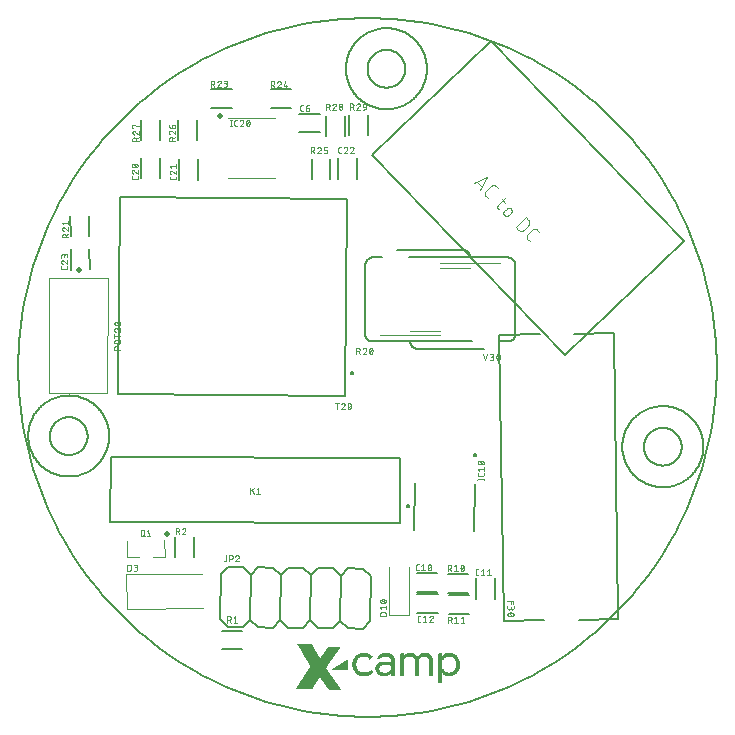
<source format=gbr>
G04 EAGLE Gerber RS-274X export*
G75*
%MOMM*%
%FSLAX34Y34*%
%LPD*%
%INSilkscreen Top*%
%IPPOS*%
%AMOC8*
5,1,8,0,0,1.08239X$1,22.5*%
G01*
%ADD10R,1.016000X0.012700*%
%ADD11R,1.295400X0.012700*%
%ADD12R,1.282700X0.012700*%
%ADD13R,1.003300X0.012700*%
%ADD14R,0.279400X0.012700*%
%ADD15R,0.990600X0.012700*%
%ADD16R,0.977900X0.012700*%
%ADD17R,0.965200X0.012700*%
%ADD18R,0.939800X0.012700*%
%ADD19R,0.914400X0.012700*%
%ADD20R,0.889000X0.012700*%
%ADD21R,0.876300X0.012700*%
%ADD22R,0.863600X0.012700*%
%ADD23R,0.266700X0.012700*%
%ADD24R,0.254000X0.012700*%
%ADD25R,0.838200X0.012700*%
%ADD26R,0.444500X0.012700*%
%ADD27R,0.406400X0.012700*%
%ADD28R,0.381000X0.012700*%
%ADD29R,0.825500X0.012700*%
%ADD30R,0.558800X0.012700*%
%ADD31R,0.495300X0.012700*%
%ADD32R,0.482600X0.012700*%
%ADD33R,0.800100X0.012700*%
%ADD34R,0.647700X0.012700*%
%ADD35R,0.571500X0.012700*%
%ADD36R,0.787400X0.012700*%
%ADD37R,0.723900X0.012700*%
%ADD38R,0.622300X0.012700*%
%ADD39R,0.774700X0.012700*%
%ADD40R,0.711200X0.012700*%
%ADD41R,0.673100X0.012700*%
%ADD42R,0.749300X0.012700*%
%ADD43R,0.762000X0.012700*%
%ADD44R,0.736600X0.012700*%
%ADD45R,0.698500X0.012700*%
%ADD46R,1.041400X0.012700*%
%ADD47R,1.092200X0.012700*%
%ADD48R,1.130300X0.012700*%
%ADD49R,1.181100X0.012700*%
%ADD50R,0.635000X0.012700*%
%ADD51R,1.219200X0.012700*%
%ADD52R,1.270000X0.012700*%
%ADD53R,1.028700X0.012700*%
%ADD54R,0.596900X0.012700*%
%ADD55R,1.079500X0.012700*%
%ADD56R,1.054100X0.012700*%
%ADD57R,0.584200X0.012700*%
%ADD58R,1.308100X0.012700*%
%ADD59R,1.104900X0.012700*%
%ADD60R,1.333500X0.012700*%
%ADD61R,0.546100X0.012700*%
%ADD62R,1.346200X0.012700*%
%ADD63R,0.469900X0.012700*%
%ADD64R,0.533400X0.012700*%
%ADD65R,1.358900X0.012700*%
%ADD66R,0.393700X0.012700*%
%ADD67R,0.457200X0.012700*%
%ADD68R,0.508000X0.012700*%
%ADD69R,0.431800X0.012700*%
%ADD70R,0.355600X0.012700*%
%ADD71R,0.419100X0.012700*%
%ADD72R,0.330200X0.012700*%
%ADD73R,0.368300X0.012700*%
%ADD74R,0.520700X0.012700*%
%ADD75R,0.304800X0.012700*%
%ADD76R,0.342900X0.012700*%
%ADD77R,0.317500X0.012700*%
%ADD78R,0.292100X0.012700*%
%ADD79R,0.228600X0.012700*%
%ADD80R,0.203200X0.012700*%
%ADD81R,0.165100X0.012700*%
%ADD82R,0.139700X0.012700*%
%ADD83R,0.114300X0.012700*%
%ADD84R,0.088900X0.012700*%
%ADD85R,0.063500X0.012700*%
%ADD86R,0.050800X0.012700*%
%ADD87R,0.025400X0.012700*%
%ADD88R,0.241300X0.012700*%
%ADD89R,0.215900X0.012700*%
%ADD90R,0.190500X0.012700*%
%ADD91R,0.152400X0.012700*%
%ADD92R,0.101600X0.012700*%
%ADD93R,0.076200X0.012700*%
%ADD94R,1.244600X0.012700*%
%ADD95R,1.231900X0.012700*%
%ADD96R,1.206500X0.012700*%
%ADD97R,1.168400X0.012700*%
%ADD98R,1.143000X0.012700*%
%ADD99R,1.117600X0.012700*%
%ADD100R,1.257300X0.012700*%
%ADD101R,1.066800X0.012700*%
%ADD102R,0.038100X0.012700*%
%ADD103R,1.193800X0.012700*%
%ADD104R,1.155700X0.012700*%
%ADD105R,0.901700X0.012700*%
%ADD106R,0.177800X0.012700*%
%ADD107R,0.850900X0.012700*%
%ADD108R,0.812800X0.012700*%
%ADD109R,0.685800X0.012700*%
%ADD110R,0.609600X0.012700*%
%ADD111R,1.460500X0.012700*%
%ADD112R,1.447800X0.012700*%
%ADD113R,1.435100X0.012700*%
%ADD114R,1.422400X0.012700*%
%ADD115R,1.397000X0.012700*%
%ADD116R,1.384300X0.012700*%
%ADD117R,1.320800X0.012700*%
%ADD118R,0.952500X0.012700*%
%ADD119R,0.660400X0.012700*%
%ADD120R,0.012700X0.012700*%
%ADD121R,0.927100X0.012700*%
%ADD122R,0.127000X0.012700*%
%ADD123C,0.200000*%
%ADD124C,0.127000*%
%ADD125C,0.076200*%
%ADD126C,0.120000*%
%ADD127C,0.500000*%
%ADD128C,0.152400*%
%ADD129C,0.050800*%
%ADD130C,0.101600*%
%ADD131C,0.203200*%


D10*
X-4636Y-285496D03*
X-4763Y-285369D03*
X-4890Y-285242D03*
X-4890Y-285115D03*
X-5017Y-284988D03*
X-5144Y-284861D03*
X-5271Y-284734D03*
D11*
X-30544Y-284607D03*
D10*
X-5271Y-284607D03*
D12*
X-30480Y-284480D03*
D10*
X-5398Y-284480D03*
D12*
X-30353Y-284353D03*
D10*
X-5525Y-284353D03*
D11*
X-30290Y-284226D03*
D10*
X-5525Y-284226D03*
D12*
X-30226Y-284099D03*
D10*
X-5652Y-284099D03*
D11*
X-30163Y-283972D03*
D10*
X-5779Y-283972D03*
D12*
X-30099Y-283845D03*
D10*
X-5906Y-283845D03*
D12*
X-29972Y-283718D03*
D10*
X-5906Y-283718D03*
D11*
X-29909Y-283591D03*
D10*
X-6033Y-283591D03*
D12*
X-29845Y-283464D03*
D10*
X-6160Y-283464D03*
D12*
X-29718Y-283337D03*
D10*
X-6160Y-283337D03*
D11*
X-29655Y-283210D03*
D10*
X-6287Y-283210D03*
D12*
X-29591Y-283083D03*
D10*
X-6414Y-283083D03*
D12*
X-29464Y-282956D03*
D10*
X-6541Y-282956D03*
D11*
X-29401Y-282829D03*
D10*
X-6541Y-282829D03*
D12*
X-29337Y-282702D03*
D10*
X-6668Y-282702D03*
D12*
X-29210Y-282575D03*
D10*
X-6795Y-282575D03*
D11*
X-29147Y-282448D03*
D10*
X-6795Y-282448D03*
D12*
X-29083Y-282321D03*
D10*
X-6922Y-282321D03*
D12*
X-28956Y-282194D03*
D10*
X-7049Y-282194D03*
D11*
X-28893Y-282067D03*
D10*
X-7176Y-282067D03*
D12*
X-28829Y-281940D03*
D10*
X-7176Y-281940D03*
D12*
X-28702Y-281813D03*
D10*
X-7303Y-281813D03*
D11*
X-28639Y-281686D03*
D10*
X-7430Y-281686D03*
D12*
X-28575Y-281559D03*
D10*
X-7430Y-281559D03*
D12*
X-28448Y-281432D03*
D10*
X-7557Y-281432D03*
D11*
X-28385Y-281305D03*
D10*
X-7684Y-281305D03*
D12*
X-28321Y-281178D03*
D10*
X-7811Y-281178D03*
D12*
X-28194Y-281051D03*
D10*
X-7811Y-281051D03*
D11*
X-28131Y-280924D03*
D10*
X-7938Y-280924D03*
D12*
X-28067Y-280797D03*
D10*
X-8065Y-280797D03*
D12*
X-27940Y-280670D03*
D10*
X-8065Y-280670D03*
D11*
X-27877Y-280543D03*
D10*
X-8192Y-280543D03*
D12*
X-27813Y-280416D03*
D10*
X-8319Y-280416D03*
D12*
X-27686Y-280289D03*
D10*
X-8446Y-280289D03*
D11*
X-27623Y-280162D03*
D10*
X-8446Y-280162D03*
D12*
X-27559Y-280035D03*
D10*
X-8573Y-280035D03*
D12*
X-27432Y-279908D03*
D10*
X-8700Y-279908D03*
D11*
X-27369Y-279781D03*
D13*
X-8763Y-279781D03*
D12*
X-27305Y-279654D03*
D10*
X-8827Y-279654D03*
D14*
X84138Y-279654D03*
D12*
X-27178Y-279527D03*
D10*
X-8954Y-279527D03*
D14*
X84138Y-279527D03*
D11*
X-27115Y-279400D03*
D10*
X-9081Y-279400D03*
D14*
X84138Y-279400D03*
D12*
X-27051Y-279273D03*
D10*
X-9081Y-279273D03*
D14*
X84138Y-279273D03*
D11*
X-26988Y-279146D03*
D10*
X-9208Y-279146D03*
D14*
X84138Y-279146D03*
D11*
X-26861Y-279019D03*
D10*
X-9335Y-279019D03*
D14*
X84138Y-279019D03*
D12*
X-26797Y-278892D03*
D13*
X-9398Y-278892D03*
D14*
X84138Y-278892D03*
D11*
X-26734Y-278765D03*
D10*
X-9462Y-278765D03*
D14*
X84138Y-278765D03*
D11*
X-26607Y-278638D03*
D10*
X-9589Y-278638D03*
D14*
X84138Y-278638D03*
D12*
X-26543Y-278511D03*
D10*
X-9716Y-278511D03*
D14*
X84138Y-278511D03*
D11*
X-26480Y-278384D03*
D10*
X-9716Y-278384D03*
D14*
X84138Y-278384D03*
D11*
X-26353Y-278257D03*
D10*
X-9843Y-278257D03*
D14*
X84138Y-278257D03*
D12*
X-26289Y-278130D03*
D10*
X-9970Y-278130D03*
D14*
X84138Y-278130D03*
D11*
X-26226Y-278003D03*
D13*
X-10033Y-278003D03*
D14*
X84138Y-278003D03*
D11*
X-26099Y-277876D03*
D10*
X-10097Y-277876D03*
D14*
X84138Y-277876D03*
D12*
X-26035Y-277749D03*
D10*
X-10224Y-277749D03*
D14*
X84138Y-277749D03*
D11*
X-25972Y-277622D03*
D10*
X-10351Y-277622D03*
D14*
X84138Y-277622D03*
D12*
X-25908Y-277495D03*
D10*
X-10351Y-277495D03*
D14*
X84138Y-277495D03*
D12*
X-25781Y-277368D03*
D10*
X-10478Y-277368D03*
D14*
X84138Y-277368D03*
D11*
X-25718Y-277241D03*
D10*
X-10605Y-277241D03*
D14*
X84138Y-277241D03*
D12*
X-25654Y-277114D03*
D13*
X-10668Y-277114D03*
D14*
X84138Y-277114D03*
D12*
X-25527Y-276987D03*
D10*
X-10732Y-276987D03*
D14*
X84138Y-276987D03*
D11*
X-25464Y-276860D03*
D10*
X-10859Y-276860D03*
D14*
X84138Y-276860D03*
D12*
X-25400Y-276733D03*
D10*
X-10986Y-276733D03*
D14*
X84138Y-276733D03*
D12*
X-25273Y-276606D03*
D10*
X-10986Y-276606D03*
D14*
X84138Y-276606D03*
D11*
X-25210Y-276479D03*
D10*
X-11113Y-276479D03*
D14*
X84138Y-276479D03*
D12*
X-25146Y-276352D03*
D10*
X-11240Y-276352D03*
D14*
X84138Y-276352D03*
D12*
X-25019Y-276225D03*
D13*
X-11303Y-276225D03*
D14*
X84138Y-276225D03*
D11*
X-24956Y-276098D03*
D10*
X-11367Y-276098D03*
D14*
X84138Y-276098D03*
D12*
X-24892Y-275971D03*
D10*
X-11494Y-275971D03*
D14*
X84138Y-275971D03*
D12*
X-24765Y-275844D03*
D10*
X-11621Y-275844D03*
D14*
X84138Y-275844D03*
D11*
X-24702Y-275717D03*
D10*
X-11621Y-275717D03*
D14*
X84138Y-275717D03*
D12*
X-24638Y-275590D03*
D10*
X-11748Y-275590D03*
D14*
X84138Y-275590D03*
D12*
X-24511Y-275463D03*
D10*
X-11875Y-275463D03*
D14*
X84138Y-275463D03*
D11*
X-24448Y-275336D03*
D13*
X-11938Y-275336D03*
D14*
X84138Y-275336D03*
D12*
X-24384Y-275209D03*
D10*
X-12002Y-275209D03*
D14*
X84138Y-275209D03*
D12*
X-24257Y-275082D03*
D10*
X-12129Y-275082D03*
D14*
X84138Y-275082D03*
D11*
X-24194Y-274955D03*
D15*
X-12129Y-274955D03*
D14*
X84138Y-274955D03*
D12*
X-24130Y-274828D03*
D16*
X-12065Y-274828D03*
D14*
X84138Y-274828D03*
D11*
X-24067Y-274701D03*
D17*
X-12129Y-274701D03*
D14*
X84138Y-274701D03*
D11*
X-23940Y-274574D03*
D18*
X-12129Y-274574D03*
D14*
X84138Y-274574D03*
D12*
X-23876Y-274447D03*
D19*
X-12129Y-274447D03*
D14*
X84138Y-274447D03*
D11*
X-23813Y-274320D03*
D19*
X-12129Y-274320D03*
D14*
X84138Y-274320D03*
D11*
X-23686Y-274193D03*
D20*
X-12129Y-274193D03*
D14*
X84138Y-274193D03*
D12*
X-23622Y-274066D03*
D21*
X-12192Y-274066D03*
D14*
X84138Y-274066D03*
D11*
X-23559Y-273939D03*
D22*
X-12129Y-273939D03*
D14*
X20130Y-273939D03*
D23*
X36957Y-273939D03*
D14*
X84138Y-273939D03*
D24*
X92266Y-273939D03*
D11*
X-23432Y-273812D03*
D25*
X-12129Y-273812D03*
D26*
X20193Y-273812D03*
D27*
X36894Y-273812D03*
D14*
X84138Y-273812D03*
D28*
X92266Y-273812D03*
D12*
X-23368Y-273685D03*
D29*
X-12192Y-273685D03*
D30*
X20130Y-273685D03*
D31*
X36957Y-273685D03*
D14*
X84138Y-273685D03*
D32*
X92266Y-273685D03*
D11*
X-23305Y-273558D03*
D33*
X-12192Y-273558D03*
D34*
X20193Y-273558D03*
D35*
X36957Y-273558D03*
D23*
X44704Y-273558D03*
D14*
X52134Y-273558D03*
D23*
X64516Y-273558D03*
D14*
X76899Y-273558D03*
X84138Y-273558D03*
D30*
X92266Y-273558D03*
D11*
X-23178Y-273431D03*
D36*
X-12129Y-273431D03*
D37*
X20193Y-273431D03*
D34*
X36957Y-273431D03*
D23*
X44704Y-273431D03*
D14*
X52134Y-273431D03*
D23*
X64516Y-273431D03*
D14*
X76899Y-273431D03*
X84138Y-273431D03*
D38*
X92329Y-273431D03*
D12*
X-23114Y-273304D03*
D39*
X-12192Y-273304D03*
D33*
X20193Y-273304D03*
D40*
X36894Y-273304D03*
D23*
X44704Y-273304D03*
D14*
X52134Y-273304D03*
D23*
X64516Y-273304D03*
D14*
X76899Y-273304D03*
X84138Y-273304D03*
D41*
X92329Y-273304D03*
D11*
X-23051Y-273177D03*
D42*
X-12192Y-273177D03*
D21*
X20193Y-273177D03*
D43*
X36894Y-273177D03*
D23*
X44704Y-273177D03*
D14*
X52134Y-273177D03*
D23*
X64516Y-273177D03*
D14*
X76899Y-273177D03*
X84138Y-273177D03*
D37*
X92329Y-273177D03*
D11*
X-22924Y-273050D03*
D44*
X-12129Y-273050D03*
D18*
X20257Y-273050D03*
D36*
X36894Y-273050D03*
D23*
X44704Y-273050D03*
D14*
X52134Y-273050D03*
D23*
X64516Y-273050D03*
D14*
X76899Y-273050D03*
X84138Y-273050D03*
D39*
X92329Y-273050D03*
D12*
X-22860Y-272923D03*
D37*
X-12192Y-272923D03*
D15*
X20257Y-272923D03*
D25*
X36894Y-272923D03*
D23*
X44704Y-272923D03*
D14*
X52134Y-272923D03*
D23*
X64516Y-272923D03*
D14*
X76899Y-272923D03*
X84138Y-272923D03*
D29*
X92329Y-272923D03*
D11*
X-22797Y-272796D03*
D45*
X-12192Y-272796D03*
D46*
X20257Y-272796D03*
D20*
X36894Y-272796D03*
D23*
X44704Y-272796D03*
D14*
X52134Y-272796D03*
D23*
X64516Y-272796D03*
D14*
X76899Y-272796D03*
X84138Y-272796D03*
D22*
X92393Y-272796D03*
D11*
X-22670Y-272669D03*
D41*
X-12192Y-272669D03*
D47*
X20257Y-272669D03*
D19*
X36894Y-272669D03*
D23*
X44704Y-272669D03*
D14*
X52134Y-272669D03*
D23*
X64516Y-272669D03*
D14*
X76899Y-272669D03*
X84138Y-272669D03*
D20*
X92393Y-272669D03*
D12*
X-22606Y-272542D03*
D41*
X-12192Y-272542D03*
D48*
X20320Y-272542D03*
D17*
X36894Y-272542D03*
D23*
X44704Y-272542D03*
D14*
X52134Y-272542D03*
D23*
X64516Y-272542D03*
D14*
X76899Y-272542D03*
X84138Y-272542D03*
D18*
X92393Y-272542D03*
D11*
X-22543Y-272415D03*
D34*
X-12192Y-272415D03*
D49*
X20320Y-272415D03*
D15*
X36894Y-272415D03*
D23*
X44704Y-272415D03*
D14*
X52134Y-272415D03*
D23*
X64516Y-272415D03*
D14*
X76899Y-272415D03*
X84138Y-272415D03*
D17*
X92393Y-272415D03*
D11*
X-22416Y-272288D03*
D50*
X-12256Y-272288D03*
D51*
X20384Y-272288D03*
D10*
X36894Y-272288D03*
D23*
X44704Y-272288D03*
D14*
X52134Y-272288D03*
D23*
X64516Y-272288D03*
D14*
X76899Y-272288D03*
X84138Y-272288D03*
D15*
X92393Y-272288D03*
D12*
X-22352Y-272161D03*
D38*
X-12192Y-272161D03*
D52*
X20384Y-272161D03*
D46*
X36894Y-272161D03*
D23*
X44704Y-272161D03*
D14*
X52134Y-272161D03*
D23*
X64516Y-272161D03*
D14*
X76899Y-272161D03*
X84138Y-272161D03*
D53*
X92456Y-272161D03*
D11*
X-22289Y-272034D03*
D54*
X-12192Y-272034D03*
D12*
X20320Y-272034D03*
D55*
X36957Y-272034D03*
D23*
X44704Y-272034D03*
D14*
X52134Y-272034D03*
D23*
X64516Y-272034D03*
D14*
X76899Y-272034D03*
X84138Y-272034D03*
D56*
X92456Y-272034D03*
D11*
X-22162Y-271907D03*
D57*
X-12256Y-271907D03*
D58*
X20320Y-271907D03*
D59*
X36957Y-271907D03*
D23*
X44704Y-271907D03*
D14*
X52134Y-271907D03*
D23*
X64516Y-271907D03*
D14*
X76899Y-271907D03*
X84138Y-271907D03*
D55*
X92456Y-271907D03*
D12*
X-22098Y-271780D03*
D30*
X-12256Y-271780D03*
D60*
X20193Y-271780D03*
D48*
X36957Y-271780D03*
D23*
X44704Y-271780D03*
D14*
X52134Y-271780D03*
D23*
X64516Y-271780D03*
D14*
X76899Y-271780D03*
X84138Y-271780D03*
D59*
X92456Y-271780D03*
D11*
X-22035Y-271653D03*
D61*
X-12192Y-271653D03*
D62*
X20130Y-271653D03*
D61*
X33909Y-271653D03*
D63*
X40386Y-271653D03*
D23*
X44704Y-271653D03*
D14*
X52134Y-271653D03*
D23*
X64516Y-271653D03*
D14*
X76899Y-271653D03*
X84138Y-271653D03*
D48*
X92456Y-271653D03*
D11*
X-21908Y-271526D03*
D64*
X-12256Y-271526D03*
D65*
X20066Y-271526D03*
D32*
X33465Y-271526D03*
D66*
X40894Y-271526D03*
D23*
X44704Y-271526D03*
D14*
X52134Y-271526D03*
D23*
X64516Y-271526D03*
D14*
X76899Y-271526D03*
X84138Y-271526D03*
D67*
X88964Y-271526D03*
D30*
X95441Y-271526D03*
D12*
X-21844Y-271399D03*
D68*
X-12256Y-271399D03*
D50*
X16320Y-271399D03*
D57*
X23940Y-271399D03*
D69*
X33211Y-271399D03*
D70*
X41212Y-271399D03*
D23*
X44704Y-271399D03*
D14*
X52134Y-271399D03*
D23*
X64516Y-271399D03*
D14*
X76899Y-271399D03*
X84138Y-271399D03*
D66*
X88519Y-271399D03*
D31*
X95885Y-271399D03*
D11*
X-21781Y-271272D03*
D31*
X-12192Y-271272D03*
D30*
X15812Y-271272D03*
D31*
X24384Y-271272D03*
D71*
X33020Y-271272D03*
D72*
X41466Y-271272D03*
D23*
X44704Y-271272D03*
D14*
X52134Y-271272D03*
D23*
X64516Y-271272D03*
D14*
X76899Y-271272D03*
X84138Y-271272D03*
D73*
X88265Y-271272D03*
D63*
X96139Y-271272D03*
D12*
X-21717Y-271145D03*
D32*
X-12256Y-271145D03*
D74*
X15494Y-271145D03*
D69*
X24702Y-271145D03*
D27*
X32830Y-271145D03*
D75*
X41720Y-271145D03*
D23*
X44704Y-271145D03*
D14*
X52134Y-271145D03*
D23*
X64516Y-271145D03*
D14*
X76899Y-271145D03*
X84138Y-271145D03*
D76*
X88011Y-271145D03*
D26*
X96393Y-271145D03*
D12*
X-21590Y-271018D03*
D67*
X-12256Y-271018D03*
D32*
X15177Y-271018D03*
D28*
X24956Y-271018D03*
X32703Y-271018D03*
D14*
X41847Y-271018D03*
D23*
X44704Y-271018D03*
D14*
X52134Y-271018D03*
D23*
X64516Y-271018D03*
D14*
X76899Y-271018D03*
X84138Y-271018D03*
D72*
X87821Y-271018D03*
D71*
X96647Y-271018D03*
D11*
X-21527Y-270891D03*
D26*
X-12319Y-270891D03*
D63*
X14986Y-270891D03*
D72*
X25210Y-270891D03*
D73*
X32512Y-270891D03*
D64*
X43371Y-270891D03*
D14*
X52134Y-270891D03*
D23*
X64516Y-270891D03*
D14*
X76899Y-270891D03*
X84138Y-270891D03*
D77*
X87630Y-270891D03*
D27*
X96838Y-270891D03*
D12*
X-21463Y-270764D03*
D69*
X-12256Y-270764D03*
D26*
X14732Y-270764D03*
D78*
X25400Y-270764D03*
D70*
X32322Y-270764D03*
D68*
X43498Y-270764D03*
D14*
X52134Y-270764D03*
D23*
X64516Y-270764D03*
D14*
X76899Y-270764D03*
X84138Y-270764D03*
D75*
X87440Y-270764D03*
D66*
X96901Y-270764D03*
D12*
X-21336Y-270637D03*
D27*
X-12256Y-270637D03*
D71*
X14605Y-270637D03*
D24*
X25591Y-270637D03*
D76*
X32258Y-270637D03*
D31*
X43561Y-270637D03*
D14*
X52134Y-270637D03*
D23*
X64516Y-270637D03*
D14*
X76899Y-270637D03*
X84138Y-270637D03*
X87313Y-270637D03*
D28*
X97092Y-270637D03*
D11*
X-21273Y-270510D03*
D66*
X-12319Y-270510D03*
D27*
X14415Y-270510D03*
D79*
X25718Y-270510D03*
D76*
X32131Y-270510D03*
D63*
X43688Y-270510D03*
D14*
X52134Y-270510D03*
D23*
X64516Y-270510D03*
D14*
X76899Y-270510D03*
X84138Y-270510D03*
X87186Y-270510D03*
D73*
X97282Y-270510D03*
D12*
X-21209Y-270383D03*
D28*
X-12256Y-270383D03*
D27*
X14288Y-270383D03*
D80*
X25845Y-270383D03*
D72*
X32068Y-270383D03*
D67*
X43752Y-270383D03*
D14*
X52134Y-270383D03*
D23*
X64516Y-270383D03*
D14*
X76899Y-270383D03*
X84138Y-270383D03*
D23*
X86995Y-270383D03*
D73*
X97409Y-270383D03*
D11*
X-21146Y-270256D03*
D70*
X-12256Y-270256D03*
D66*
X14097Y-270256D03*
D81*
X26035Y-270256D03*
D77*
X32004Y-270256D03*
D26*
X43815Y-270256D03*
D14*
X52134Y-270256D03*
D23*
X64516Y-270256D03*
D14*
X76899Y-270256D03*
D61*
X85471Y-270256D03*
D70*
X97473Y-270256D03*
D11*
X-21019Y-270129D03*
D76*
X-12319Y-270129D03*
D28*
X14034Y-270129D03*
D82*
X26162Y-270129D03*
D77*
X31877Y-270129D03*
D71*
X43942Y-270129D03*
D14*
X52134Y-270129D03*
D23*
X64516Y-270129D03*
D14*
X76899Y-270129D03*
D64*
X85408Y-270129D03*
D70*
X97600Y-270129D03*
D12*
X-20955Y-270002D03*
D77*
X-12319Y-270002D03*
D28*
X13907Y-270002D03*
D83*
X26289Y-270002D03*
D75*
X31814Y-270002D03*
D27*
X44006Y-270002D03*
D14*
X52134Y-270002D03*
D23*
X64516Y-270002D03*
D14*
X76899Y-270002D03*
D74*
X85344Y-270002D03*
D72*
X97727Y-270002D03*
D11*
X-20892Y-269875D03*
D75*
X-12256Y-269875D03*
D73*
X13716Y-269875D03*
D84*
X26416Y-269875D03*
D75*
X31814Y-269875D03*
D66*
X44069Y-269875D03*
D14*
X52134Y-269875D03*
D23*
X64516Y-269875D03*
D14*
X76899Y-269875D03*
D68*
X85281Y-269875D03*
D72*
X97854Y-269875D03*
D11*
X-20765Y-269748D03*
D78*
X-12319Y-269748D03*
D70*
X13653Y-269748D03*
D85*
X26543Y-269748D03*
D75*
X31687Y-269748D03*
D28*
X44133Y-269748D03*
D14*
X52134Y-269748D03*
D23*
X64516Y-269748D03*
D14*
X76899Y-269748D03*
D31*
X85217Y-269748D03*
D76*
X97917Y-269748D03*
D12*
X-20701Y-269621D03*
D23*
X-12319Y-269621D03*
D70*
X13526Y-269621D03*
D86*
X26607Y-269621D03*
D78*
X31623Y-269621D03*
D73*
X44196Y-269621D03*
D14*
X52134Y-269621D03*
D23*
X64516Y-269621D03*
D14*
X76899Y-269621D03*
D32*
X85154Y-269621D03*
D72*
X97981Y-269621D03*
D11*
X-20638Y-269494D03*
D23*
X-12319Y-269494D03*
D76*
X13462Y-269494D03*
D87*
X26734Y-269494D03*
D78*
X31623Y-269494D03*
D73*
X44196Y-269494D03*
D14*
X52134Y-269494D03*
D23*
X64516Y-269494D03*
D14*
X76899Y-269494D03*
D63*
X85090Y-269494D03*
D72*
X98108Y-269494D03*
D11*
X-20511Y-269367D03*
D88*
X-12319Y-269367D03*
D76*
X13335Y-269367D03*
D14*
X31560Y-269367D03*
D70*
X44260Y-269367D03*
D14*
X52134Y-269367D03*
D23*
X64516Y-269367D03*
D14*
X76899Y-269367D03*
D67*
X85027Y-269367D03*
D77*
X98171Y-269367D03*
D12*
X-20447Y-269240D03*
D89*
X-12319Y-269240D03*
D76*
X13208Y-269240D03*
D78*
X31496Y-269240D03*
D76*
X44323Y-269240D03*
D14*
X52134Y-269240D03*
D23*
X64516Y-269240D03*
D14*
X76899Y-269240D03*
D26*
X84963Y-269240D03*
D77*
X98298Y-269240D03*
D11*
X-20384Y-269113D03*
D80*
X-12383Y-269113D03*
D72*
X13145Y-269113D03*
D78*
X31496Y-269113D03*
D72*
X44387Y-269113D03*
D14*
X52134Y-269113D03*
D23*
X64516Y-269113D03*
D14*
X76899Y-269113D03*
D69*
X84900Y-269113D03*
D75*
X98362Y-269113D03*
D11*
X-20257Y-268986D03*
D90*
X-12319Y-268986D03*
D76*
X13081Y-268986D03*
D14*
X31433Y-268986D03*
D72*
X44387Y-268986D03*
D14*
X52134Y-268986D03*
D23*
X64516Y-268986D03*
D14*
X76899Y-268986D03*
D69*
X84900Y-268986D03*
D77*
X98425Y-268986D03*
D12*
X-20193Y-268859D03*
D81*
X-12319Y-268859D03*
D72*
X13018Y-268859D03*
D14*
X31433Y-268859D03*
D77*
X44450Y-268859D03*
D14*
X52134Y-268859D03*
D23*
X64516Y-268859D03*
D14*
X76899Y-268859D03*
D71*
X84836Y-268859D03*
D75*
X98489Y-268859D03*
D11*
X-20130Y-268732D03*
D91*
X-12383Y-268732D03*
D72*
X12891Y-268732D03*
D14*
X31433Y-268732D03*
D77*
X44450Y-268732D03*
D14*
X52134Y-268732D03*
D23*
X64516Y-268732D03*
D14*
X76899Y-268732D03*
D27*
X84773Y-268732D03*
D77*
X98552Y-268732D03*
D11*
X-20003Y-268605D03*
D82*
X-12319Y-268605D03*
D77*
X12827Y-268605D03*
D14*
X31433Y-268605D03*
D75*
X44514Y-268605D03*
D14*
X52134Y-268605D03*
D23*
X64516Y-268605D03*
D14*
X76899Y-268605D03*
D27*
X84773Y-268605D03*
D75*
X98616Y-268605D03*
D12*
X-19939Y-268478D03*
D83*
X-12319Y-268478D03*
D12*
X-381Y-268478D03*
D77*
X12827Y-268478D03*
D14*
X31433Y-268478D03*
D75*
X44514Y-268478D03*
D14*
X52134Y-268478D03*
D23*
X64516Y-268478D03*
D14*
X76899Y-268478D03*
D66*
X84709Y-268478D03*
D75*
X98743Y-268478D03*
D11*
X-19876Y-268351D03*
D92*
X-12383Y-268351D03*
D52*
X-318Y-268351D03*
D77*
X12700Y-268351D03*
D14*
X31433Y-268351D03*
D78*
X44577Y-268351D03*
D14*
X52134Y-268351D03*
D23*
X64516Y-268351D03*
D14*
X76899Y-268351D03*
D28*
X84646Y-268351D03*
D75*
X98743Y-268351D03*
D11*
X-19749Y-268224D03*
D93*
X-12383Y-268224D03*
D94*
X-191Y-268224D03*
D77*
X12700Y-268224D03*
D14*
X31433Y-268224D03*
D78*
X44577Y-268224D03*
D14*
X52134Y-268224D03*
D23*
X64516Y-268224D03*
D14*
X76899Y-268224D03*
D28*
X84646Y-268224D03*
D78*
X98806Y-268224D03*
D12*
X-19685Y-268097D03*
D85*
X-12319Y-268097D03*
D95*
X-127Y-268097D03*
D77*
X12573Y-268097D03*
D14*
X31433Y-268097D03*
D78*
X44577Y-268097D03*
D14*
X52134Y-268097D03*
D23*
X64516Y-268097D03*
D14*
X76899Y-268097D03*
D73*
X84582Y-268097D03*
D75*
X98870Y-268097D03*
D11*
X-19622Y-267970D03*
D86*
X-12383Y-267970D03*
D96*
X0Y-267970D03*
D75*
X12510Y-267970D03*
D14*
X31433Y-267970D03*
X44641Y-267970D03*
X52134Y-267970D03*
D23*
X64516Y-267970D03*
D14*
X76899Y-267970D03*
D73*
X84582Y-267970D03*
D78*
X98933Y-267970D03*
D11*
X-19495Y-267843D03*
D87*
X-12383Y-267843D03*
D49*
X127Y-267843D03*
D75*
X12510Y-267843D03*
D14*
X31433Y-267843D03*
X44641Y-267843D03*
X52134Y-267843D03*
D23*
X64516Y-267843D03*
D14*
X76899Y-267843D03*
D70*
X84519Y-267843D03*
D78*
X98933Y-267843D03*
D12*
X-19431Y-267716D03*
D87*
X-12383Y-267716D03*
D97*
X191Y-267716D03*
D75*
X12383Y-267716D03*
D14*
X31433Y-267716D03*
X44641Y-267716D03*
X52134Y-267716D03*
D23*
X64516Y-267716D03*
D14*
X76899Y-267716D03*
D70*
X84519Y-267716D03*
D78*
X99060Y-267716D03*
D11*
X-19368Y-267589D03*
D98*
X318Y-267589D03*
D75*
X12383Y-267589D03*
D14*
X31433Y-267589D03*
X44641Y-267589D03*
X52134Y-267589D03*
D23*
X64516Y-267589D03*
D14*
X76899Y-267589D03*
D76*
X84455Y-267589D03*
D78*
X99060Y-267589D03*
D11*
X-19241Y-267462D03*
D99*
X445Y-267462D03*
D75*
X12383Y-267462D03*
D14*
X31433Y-267462D03*
X44641Y-267462D03*
X52134Y-267462D03*
D23*
X64516Y-267462D03*
D14*
X76899Y-267462D03*
D76*
X84455Y-267462D03*
D78*
X99060Y-267462D03*
D12*
X-19177Y-267335D03*
D59*
X508Y-267335D03*
D78*
X12319Y-267335D03*
D14*
X31433Y-267335D03*
X44641Y-267335D03*
X52134Y-267335D03*
D23*
X64516Y-267335D03*
D14*
X76899Y-267335D03*
D76*
X84455Y-267335D03*
D78*
X99187Y-267335D03*
D12*
X-19177Y-267208D03*
D55*
X635Y-267208D03*
D75*
X12256Y-267208D03*
D14*
X31433Y-267208D03*
D23*
X44704Y-267208D03*
D14*
X52134Y-267208D03*
D23*
X64516Y-267208D03*
D14*
X76899Y-267208D03*
D72*
X84392Y-267208D03*
D78*
X99187Y-267208D03*
D100*
X-19177Y-267081D03*
D87*
X-12256Y-267081D03*
D101*
X699Y-267081D03*
D78*
X12192Y-267081D03*
X31496Y-267081D03*
D23*
X44704Y-267081D03*
D14*
X52134Y-267081D03*
D23*
X64516Y-267081D03*
D14*
X76899Y-267081D03*
D72*
X84392Y-267081D03*
D78*
X99187Y-267081D03*
D94*
X-19114Y-266954D03*
D102*
X-12192Y-266954D03*
D46*
X826Y-266954D03*
D78*
X12192Y-266954D03*
X31496Y-266954D03*
D23*
X44704Y-266954D03*
D14*
X52134Y-266954D03*
D23*
X64516Y-266954D03*
D14*
X76899Y-266954D03*
D72*
X84392Y-266954D03*
D14*
X99251Y-266954D03*
D95*
X-19177Y-266827D03*
D86*
X-12256Y-266827D03*
D10*
X953Y-266827D03*
D78*
X12192Y-266827D03*
D14*
X31560Y-266827D03*
D23*
X44704Y-266827D03*
D14*
X52134Y-266827D03*
D23*
X64516Y-266827D03*
D14*
X76899Y-266827D03*
D77*
X84328Y-266827D03*
D78*
X99314Y-266827D03*
D51*
X-19114Y-266700D03*
D85*
X-12192Y-266700D03*
D13*
X1016Y-266700D03*
D78*
X12065Y-266700D03*
X31623Y-266700D03*
D23*
X44704Y-266700D03*
D14*
X52134Y-266700D03*
D23*
X64516Y-266700D03*
D14*
X76899Y-266700D03*
D77*
X84328Y-266700D03*
D78*
X99314Y-266700D03*
D103*
X-19114Y-266573D03*
D84*
X-12192Y-266573D03*
D16*
X1143Y-266573D03*
D78*
X12065Y-266573D03*
X31623Y-266573D03*
D23*
X44704Y-266573D03*
D14*
X52134Y-266573D03*
D23*
X64516Y-266573D03*
D14*
X76899Y-266573D03*
D77*
X84328Y-266573D03*
D78*
X99314Y-266573D03*
D103*
X-19114Y-266446D03*
D92*
X-12256Y-266446D03*
D17*
X1207Y-266446D03*
D78*
X12065Y-266446D03*
D75*
X31687Y-266446D03*
D23*
X44704Y-266446D03*
D14*
X52134Y-266446D03*
D23*
X64516Y-266446D03*
D14*
X76899Y-266446D03*
D75*
X84265Y-266446D03*
D14*
X99378Y-266446D03*
D97*
X-19114Y-266319D03*
D83*
X-12192Y-266319D03*
D18*
X1334Y-266319D03*
D78*
X12065Y-266319D03*
X31750Y-266319D03*
D23*
X44704Y-266319D03*
D14*
X52134Y-266319D03*
D23*
X64516Y-266319D03*
D14*
X76899Y-266319D03*
D75*
X84265Y-266319D03*
D14*
X99378Y-266319D03*
D97*
X-19114Y-266192D03*
D82*
X-12192Y-266192D03*
D19*
X1461Y-266192D03*
D14*
X12002Y-266192D03*
D75*
X31814Y-266192D03*
D23*
X44704Y-266192D03*
D14*
X52134Y-266192D03*
D23*
X64516Y-266192D03*
D14*
X76899Y-266192D03*
D75*
X84265Y-266192D03*
D14*
X99378Y-266192D03*
D104*
X-19177Y-266065D03*
D82*
X-12192Y-266065D03*
D105*
X1524Y-266065D03*
D14*
X12002Y-266065D03*
D77*
X31877Y-266065D03*
D23*
X44704Y-266065D03*
D14*
X52134Y-266065D03*
D23*
X64516Y-266065D03*
D14*
X76899Y-266065D03*
D75*
X84265Y-266065D03*
D78*
X99441Y-266065D03*
D104*
X-19304Y-265938D03*
D81*
X-12192Y-265938D03*
D21*
X1651Y-265938D03*
D78*
X11938Y-265938D03*
D77*
X32004Y-265938D03*
D23*
X44704Y-265938D03*
D14*
X52134Y-265938D03*
D23*
X64516Y-265938D03*
D14*
X76899Y-265938D03*
D75*
X84265Y-265938D03*
D78*
X99441Y-265938D03*
D97*
X-19368Y-265811D03*
D106*
X-12129Y-265811D03*
D107*
X1778Y-265811D03*
D78*
X11938Y-265811D03*
D72*
X32068Y-265811D03*
D23*
X44704Y-265811D03*
D14*
X52134Y-265811D03*
D23*
X64516Y-265811D03*
D14*
X76899Y-265811D03*
D78*
X84201Y-265811D03*
D14*
X99505Y-265811D03*
D104*
X-19431Y-265684D03*
D80*
X-12129Y-265684D03*
D25*
X1842Y-265684D03*
D78*
X11938Y-265684D03*
D72*
X32195Y-265684D03*
D23*
X44704Y-265684D03*
D14*
X52134Y-265684D03*
D23*
X64516Y-265684D03*
D14*
X76899Y-265684D03*
D78*
X84201Y-265684D03*
D14*
X99505Y-265684D03*
D97*
X-19495Y-265557D03*
D80*
X-12129Y-265557D03*
D108*
X1969Y-265557D03*
D78*
X11938Y-265557D03*
D76*
X32258Y-265557D03*
D23*
X44704Y-265557D03*
D14*
X52134Y-265557D03*
D23*
X64516Y-265557D03*
D14*
X76899Y-265557D03*
D78*
X84201Y-265557D03*
D14*
X99505Y-265557D03*
D104*
X-19558Y-265430D03*
D79*
X-12129Y-265430D03*
D33*
X2032Y-265430D03*
D78*
X11938Y-265430D03*
D76*
X32385Y-265430D03*
D23*
X44704Y-265430D03*
D14*
X52134Y-265430D03*
D23*
X64516Y-265430D03*
D14*
X76899Y-265430D03*
D78*
X84201Y-265430D03*
D14*
X99505Y-265430D03*
D97*
X-19622Y-265303D03*
D88*
X-12065Y-265303D03*
D39*
X2159Y-265303D03*
D14*
X11875Y-265303D03*
D70*
X32449Y-265303D03*
D23*
X44704Y-265303D03*
D14*
X52134Y-265303D03*
D23*
X64516Y-265303D03*
D14*
X76899Y-265303D03*
D78*
X84201Y-265303D03*
D14*
X99505Y-265303D03*
D97*
X-19749Y-265176D03*
D24*
X-12129Y-265176D03*
D42*
X2286Y-265176D03*
D14*
X11875Y-265176D03*
D73*
X32639Y-265176D03*
D23*
X44704Y-265176D03*
D14*
X52134Y-265176D03*
D23*
X64516Y-265176D03*
D14*
X76899Y-265176D03*
D78*
X84201Y-265176D03*
D14*
X99505Y-265176D03*
D104*
X-19812Y-265049D03*
D14*
X-12129Y-265049D03*
D44*
X2350Y-265049D03*
D14*
X11875Y-265049D03*
D66*
X32766Y-265049D03*
D77*
X44450Y-265049D03*
D14*
X52134Y-265049D03*
D23*
X64516Y-265049D03*
D14*
X76899Y-265049D03*
D78*
X84201Y-265049D03*
D14*
X99505Y-265049D03*
D97*
X-19876Y-264922D03*
D78*
X-12065Y-264922D03*
D40*
X2477Y-264922D03*
D14*
X11875Y-264922D03*
D27*
X32957Y-264922D03*
D73*
X44196Y-264922D03*
D14*
X52134Y-264922D03*
D23*
X64516Y-264922D03*
D14*
X76899Y-264922D03*
D78*
X84201Y-264922D03*
D14*
X99505Y-264922D03*
D104*
X-19939Y-264795D03*
D75*
X-12129Y-264795D03*
D45*
X2540Y-264795D03*
D14*
X11875Y-264795D03*
D71*
X33147Y-264795D03*
X43942Y-264795D03*
D14*
X52134Y-264795D03*
D23*
X64516Y-264795D03*
D14*
X76899Y-264795D03*
D78*
X84201Y-264795D03*
D14*
X99505Y-264795D03*
D97*
X-20003Y-264668D03*
D77*
X-12065Y-264668D03*
D41*
X2667Y-264668D03*
D14*
X11875Y-264668D03*
D26*
X33401Y-264668D03*
D32*
X43625Y-264668D03*
D14*
X52134Y-264668D03*
D23*
X64516Y-264668D03*
D14*
X76899Y-264668D03*
D78*
X84201Y-264668D03*
D14*
X99505Y-264668D03*
D97*
X-20130Y-264541D03*
D76*
X-12065Y-264541D03*
D34*
X2794Y-264541D03*
D14*
X11875Y-264541D03*
D68*
X33719Y-264541D03*
D30*
X43244Y-264541D03*
D14*
X52134Y-264541D03*
D23*
X64516Y-264541D03*
D14*
X76899Y-264541D03*
D78*
X84201Y-264541D03*
D14*
X99505Y-264541D03*
D97*
X-20130Y-264414D03*
D76*
X-12065Y-264414D03*
D50*
X2858Y-264414D03*
D14*
X11875Y-264414D03*
D57*
X34227Y-264414D03*
D109*
X42609Y-264414D03*
D14*
X52134Y-264414D03*
D23*
X64516Y-264414D03*
D14*
X76899Y-264414D03*
D78*
X84201Y-264414D03*
D14*
X99505Y-264414D03*
D97*
X-20257Y-264287D03*
D73*
X-12065Y-264287D03*
D110*
X2985Y-264287D03*
D14*
X11875Y-264287D03*
D111*
X38735Y-264287D03*
D14*
X52134Y-264287D03*
D23*
X64516Y-264287D03*
D14*
X76899Y-264287D03*
D78*
X84201Y-264287D03*
D14*
X99505Y-264287D03*
D49*
X-20320Y-264160D03*
D28*
X-12002Y-264160D03*
D54*
X3048Y-264160D03*
D14*
X11875Y-264160D03*
D112*
X38799Y-264160D03*
D14*
X52134Y-264160D03*
D23*
X64516Y-264160D03*
D14*
X76899Y-264160D03*
D78*
X84201Y-264160D03*
D14*
X99505Y-264160D03*
D97*
X-20384Y-264033D03*
D27*
X-12002Y-264033D03*
D35*
X3175Y-264033D03*
D14*
X11875Y-264033D03*
D113*
X38862Y-264033D03*
D14*
X52134Y-264033D03*
D23*
X64516Y-264033D03*
D14*
X76899Y-264033D03*
D78*
X84201Y-264033D03*
D14*
X99505Y-264033D03*
D97*
X-20511Y-263906D03*
D27*
X-12002Y-263906D03*
D61*
X3302Y-263906D03*
D14*
X11875Y-263906D03*
D114*
X38926Y-263906D03*
D14*
X52134Y-263906D03*
D23*
X64516Y-263906D03*
D14*
X76899Y-263906D03*
D78*
X84201Y-263906D03*
D14*
X99505Y-263906D03*
D97*
X-20511Y-263779D03*
D69*
X-12002Y-263779D03*
D64*
X3366Y-263779D03*
D14*
X11875Y-263779D03*
D115*
X39053Y-263779D03*
D14*
X52134Y-263779D03*
D23*
X64516Y-263779D03*
D14*
X76899Y-263779D03*
D78*
X84201Y-263779D03*
D14*
X99505Y-263779D03*
D97*
X-20638Y-263652D03*
D67*
X-12002Y-263652D03*
D68*
X3493Y-263652D03*
D14*
X11875Y-263652D03*
D116*
X39116Y-263652D03*
D14*
X52134Y-263652D03*
D23*
X64516Y-263652D03*
D14*
X76899Y-263652D03*
D78*
X84201Y-263652D03*
D14*
X99505Y-263652D03*
D49*
X-20701Y-263525D03*
D67*
X-12002Y-263525D03*
D32*
X3620Y-263525D03*
D14*
X11875Y-263525D03*
D65*
X39243Y-263525D03*
D14*
X52134Y-263525D03*
D23*
X64516Y-263525D03*
D14*
X76899Y-263525D03*
D78*
X84201Y-263525D03*
D14*
X99505Y-263525D03*
D97*
X-20765Y-263398D03*
D32*
X-12002Y-263398D03*
D63*
X3683Y-263398D03*
D14*
X11875Y-263398D03*
D62*
X39307Y-263398D03*
D14*
X52134Y-263398D03*
D23*
X64516Y-263398D03*
D14*
X76899Y-263398D03*
D78*
X84201Y-263398D03*
D14*
X99505Y-263398D03*
D49*
X-20828Y-263271D03*
D31*
X-11938Y-263271D03*
D26*
X3810Y-263271D03*
D78*
X11938Y-263271D03*
D117*
X39434Y-263271D03*
D14*
X52134Y-263271D03*
D23*
X64516Y-263271D03*
D14*
X76899Y-263271D03*
D78*
X84201Y-263271D03*
D14*
X99505Y-263271D03*
D97*
X-20892Y-263144D03*
D68*
X-12002Y-263144D03*
D69*
X3874Y-263144D03*
D78*
X11938Y-263144D03*
D11*
X39561Y-263144D03*
D14*
X52134Y-263144D03*
D23*
X64516Y-263144D03*
D14*
X76899Y-263144D03*
D78*
X84201Y-263144D03*
D14*
X99505Y-263144D03*
D97*
X-21019Y-263017D03*
D74*
X-11938Y-263017D03*
D27*
X4001Y-263017D03*
D78*
X11938Y-263017D03*
D52*
X39688Y-263017D03*
D14*
X52134Y-263017D03*
D23*
X64516Y-263017D03*
D14*
X76899Y-263017D03*
D78*
X84201Y-263017D03*
D14*
X99505Y-263017D03*
D49*
X-21082Y-262890D03*
D61*
X-11938Y-262890D03*
D28*
X4128Y-262890D03*
D78*
X11938Y-262890D03*
D118*
X38354Y-262890D03*
D14*
X44641Y-262890D03*
X52134Y-262890D03*
D23*
X64516Y-262890D03*
D14*
X76899Y-262890D03*
D78*
X84201Y-262890D03*
X99441Y-262890D03*
D97*
X-21146Y-262763D03*
D61*
X-11938Y-262763D03*
D73*
X4191Y-262763D03*
D14*
X12002Y-262763D03*
D22*
X38291Y-262763D03*
D14*
X44641Y-262763D03*
X52134Y-262763D03*
D23*
X64516Y-262763D03*
D14*
X76899Y-262763D03*
D75*
X84265Y-262763D03*
D78*
X99441Y-262763D03*
D49*
X-21209Y-262636D03*
D35*
X-11938Y-262636D03*
D76*
X4318Y-262636D03*
D14*
X12002Y-262636D03*
D39*
X38227Y-262636D03*
D14*
X44641Y-262636D03*
X52134Y-262636D03*
D23*
X64516Y-262636D03*
D14*
X76899Y-262636D03*
D75*
X84265Y-262636D03*
D78*
X99441Y-262636D03*
D97*
X-21273Y-262509D03*
D54*
X-11938Y-262509D03*
D72*
X4382Y-262509D03*
D78*
X12065Y-262509D03*
D119*
X38164Y-262509D03*
D14*
X44641Y-262509D03*
X52134Y-262509D03*
D23*
X64516Y-262509D03*
D14*
X76899Y-262509D03*
D75*
X84265Y-262509D03*
D14*
X99378Y-262509D03*
D49*
X-21336Y-262382D03*
D110*
X-11875Y-262382D03*
D75*
X4509Y-262382D03*
D78*
X12065Y-262382D03*
D61*
X38100Y-262382D03*
D14*
X44641Y-262382D03*
X52134Y-262382D03*
D23*
X64516Y-262382D03*
D14*
X76899Y-262382D03*
D75*
X84265Y-262382D03*
D14*
X99378Y-262382D03*
D49*
X-21463Y-262255D03*
D38*
X-11938Y-262255D03*
D14*
X4636Y-262255D03*
D78*
X12065Y-262255D03*
D28*
X38037Y-262255D03*
D14*
X44641Y-262255D03*
X52134Y-262255D03*
D23*
X64516Y-262255D03*
D14*
X76899Y-262255D03*
D77*
X84328Y-262255D03*
D78*
X99314Y-262255D03*
D97*
X-21527Y-262128D03*
D50*
X-11875Y-262128D03*
D23*
X4699Y-262128D03*
D14*
X12129Y-262128D03*
X44641Y-262128D03*
X52134Y-262128D03*
X64580Y-262128D03*
X76899Y-262128D03*
D77*
X84328Y-262128D03*
D78*
X99314Y-262128D03*
D49*
X-21590Y-262001D03*
D119*
X-11875Y-262001D03*
D88*
X4826Y-262001D03*
D78*
X12192Y-262001D03*
D14*
X44641Y-262001D03*
D78*
X52197Y-262001D03*
D14*
X64580Y-262001D03*
X76899Y-262001D03*
D77*
X84328Y-262001D03*
D78*
X99314Y-262001D03*
D97*
X-21654Y-261874D03*
D119*
X-11875Y-261874D03*
D89*
X4953Y-261874D03*
D78*
X12192Y-261874D03*
D14*
X44641Y-261874D03*
D78*
X52197Y-261874D03*
D14*
X64580Y-261874D03*
X76899Y-261874D03*
D77*
X84328Y-261874D03*
D14*
X99251Y-261874D03*
D49*
X-21717Y-261747D03*
D109*
X-11875Y-261747D03*
D80*
X5017Y-261747D03*
D78*
X12192Y-261747D03*
D14*
X44641Y-261747D03*
D78*
X52197Y-261747D03*
D14*
X64580Y-261747D03*
X76899Y-261747D03*
D72*
X84392Y-261747D03*
D78*
X99187Y-261747D03*
D49*
X-21844Y-261620D03*
D45*
X-11811Y-261620D03*
D106*
X5144Y-261620D03*
D78*
X12319Y-261620D03*
D14*
X44641Y-261620D03*
D78*
X52197Y-261620D03*
X64516Y-261620D03*
D14*
X76772Y-261620D03*
D72*
X84392Y-261620D03*
D78*
X99187Y-261620D03*
D49*
X-21844Y-261493D03*
D40*
X-11875Y-261493D03*
D81*
X5207Y-261493D03*
D78*
X12319Y-261493D03*
D14*
X44641Y-261493D03*
D78*
X52197Y-261493D03*
X64516Y-261493D03*
D14*
X76772Y-261493D03*
D72*
X84392Y-261493D03*
D78*
X99187Y-261493D03*
D49*
X-21971Y-261366D03*
D37*
X-11811Y-261366D03*
D82*
X5334Y-261366D03*
D78*
X12319Y-261366D03*
D14*
X44641Y-261366D03*
D78*
X52197Y-261366D03*
X64516Y-261366D03*
D14*
X76772Y-261366D03*
D76*
X84455Y-261366D03*
D78*
X99060Y-261366D03*
D103*
X-22035Y-261239D03*
D42*
X-11811Y-261239D03*
D83*
X5461Y-261239D03*
D75*
X12383Y-261239D03*
D14*
X44641Y-261239D03*
D75*
X52261Y-261239D03*
X64580Y-261239D03*
D14*
X76772Y-261239D03*
D76*
X84455Y-261239D03*
D78*
X99060Y-261239D03*
D49*
X-22098Y-261112D03*
D43*
X-11875Y-261112D03*
D92*
X5525Y-261112D03*
D78*
X12446Y-261112D03*
D14*
X44641Y-261112D03*
D75*
X52261Y-261112D03*
X64580Y-261112D03*
D14*
X76772Y-261112D03*
D70*
X84519Y-261112D03*
D75*
X98997Y-261112D03*
D49*
X-22225Y-260985D03*
D39*
X-11811Y-260985D03*
D93*
X5652Y-260985D03*
D75*
X12510Y-260985D03*
D14*
X44641Y-260985D03*
D75*
X52261Y-260985D03*
X64580Y-260985D03*
D14*
X76772Y-260985D03*
D70*
X84519Y-260985D03*
D75*
X98997Y-260985D03*
D49*
X-22225Y-260858D03*
D33*
X-11811Y-260858D03*
D85*
X5715Y-260858D03*
D75*
X12510Y-260858D03*
D78*
X44577Y-260858D03*
D77*
X52324Y-260858D03*
X64516Y-260858D03*
D78*
X76708Y-260858D03*
D73*
X84582Y-260858D03*
D78*
X98933Y-260858D03*
D49*
X-22352Y-260731D03*
D108*
X-11748Y-260731D03*
D102*
X5842Y-260731D03*
D75*
X12637Y-260731D03*
D14*
X44514Y-260731D03*
D77*
X52324Y-260731D03*
D72*
X64580Y-260731D03*
D78*
X76708Y-260731D03*
D73*
X84582Y-260731D03*
D75*
X98870Y-260731D03*
D103*
X-22416Y-260604D03*
D29*
X-11811Y-260604D03*
D75*
X12637Y-260604D03*
D14*
X44514Y-260604D03*
D77*
X52324Y-260604D03*
D72*
X64580Y-260604D03*
D78*
X76708Y-260604D03*
D28*
X84646Y-260604D03*
D75*
X98870Y-260604D03*
D49*
X-22479Y-260477D03*
D25*
X-11748Y-260477D03*
D77*
X12700Y-260477D03*
D14*
X44514Y-260477D03*
D72*
X52388Y-260477D03*
X64580Y-260477D03*
D78*
X76708Y-260477D03*
D28*
X84646Y-260477D03*
D75*
X98743Y-260477D03*
D103*
X-22543Y-260350D03*
D22*
X-11748Y-260350D03*
D75*
X12764Y-260350D03*
D78*
X44450Y-260350D03*
D72*
X52388Y-260350D03*
D70*
X64580Y-260350D03*
D78*
X76581Y-260350D03*
D66*
X84709Y-260350D03*
D77*
X98679Y-260350D03*
D49*
X-22606Y-260223D03*
D22*
X-11748Y-260223D03*
D77*
X12827Y-260223D03*
D78*
X44450Y-260223D03*
D76*
X52451Y-260223D03*
D70*
X64580Y-260223D03*
D78*
X76581Y-260223D03*
D27*
X84773Y-260223D03*
D75*
X98616Y-260223D03*
D49*
X-22733Y-260096D03*
D20*
X-11748Y-260096D03*
D75*
X12891Y-260096D03*
D78*
X44450Y-260096D03*
D76*
X52451Y-260096D03*
D73*
X64643Y-260096D03*
D78*
X76581Y-260096D03*
D27*
X84773Y-260096D03*
D77*
X98552Y-260096D03*
D103*
X-22797Y-259969D03*
D105*
X-11684Y-259969D03*
D77*
X12954Y-259969D03*
D78*
X44323Y-259969D03*
D70*
X52515Y-259969D03*
D28*
X64580Y-259969D03*
D75*
X76518Y-259969D03*
D71*
X84836Y-259969D03*
D77*
X98552Y-259969D03*
D49*
X-22860Y-259842D03*
D19*
X-11748Y-259842D03*
D77*
X13081Y-259842D03*
D120*
X25400Y-259842D03*
D78*
X44323Y-259842D03*
D70*
X52515Y-259842D03*
D66*
X64643Y-259842D03*
D75*
X76518Y-259842D03*
D69*
X84900Y-259842D03*
D77*
X98425Y-259842D03*
D103*
X-22924Y-259715D03*
D18*
X-11748Y-259715D03*
D72*
X13145Y-259715D03*
D102*
X25400Y-259715D03*
D75*
X44260Y-259715D03*
D73*
X52578Y-259715D03*
D27*
X64580Y-259715D03*
D75*
X76391Y-259715D03*
D69*
X84900Y-259715D03*
D72*
X98362Y-259715D03*
D49*
X-22987Y-259588D03*
D118*
X-11684Y-259588D03*
D77*
X13208Y-259588D03*
D85*
X25400Y-259588D03*
D75*
X44260Y-259588D03*
D73*
X52578Y-259588D03*
D71*
X64643Y-259588D03*
D75*
X76391Y-259588D03*
D26*
X84963Y-259588D03*
D72*
X98235Y-259588D03*
D103*
X-23051Y-259461D03*
D17*
X-11748Y-259461D03*
D72*
X13272Y-259461D03*
D84*
X25400Y-259461D03*
D75*
X44133Y-259461D03*
D28*
X52642Y-259461D03*
D69*
X64580Y-259461D03*
D77*
X76327Y-259461D03*
D67*
X85027Y-259461D03*
D72*
X98235Y-259461D03*
D103*
X-23178Y-259334D03*
D16*
X-11684Y-259334D03*
D72*
X13399Y-259334D03*
D83*
X25400Y-259334D03*
D120*
X32258Y-259334D03*
D75*
X44133Y-259334D03*
D66*
X52705Y-259334D03*
D26*
X64643Y-259334D03*
D75*
X76264Y-259334D03*
D63*
X85090Y-259334D03*
D72*
X98108Y-259334D03*
D103*
X-23178Y-259207D03*
D13*
X-11684Y-259207D03*
D76*
X13462Y-259207D03*
D82*
X25400Y-259207D03*
D102*
X32385Y-259207D03*
D77*
X44069Y-259207D03*
D66*
X52705Y-259207D03*
D63*
X64643Y-259207D03*
D77*
X76200Y-259207D03*
D32*
X85154Y-259207D03*
D76*
X98044Y-259207D03*
D103*
X-23305Y-259080D03*
D10*
X-11621Y-259080D03*
D76*
X13589Y-259080D03*
D81*
X25273Y-259080D03*
D85*
X32512Y-259080D03*
D77*
X43942Y-259080D03*
D27*
X52769Y-259080D03*
D31*
X64643Y-259080D03*
D77*
X76200Y-259080D03*
D31*
X85217Y-259080D03*
D76*
X97917Y-259080D03*
D103*
X-23432Y-258953D03*
D53*
X-11684Y-258953D03*
D70*
X13653Y-258953D03*
D90*
X25273Y-258953D03*
D84*
X32639Y-258953D03*
D77*
X43942Y-258953D03*
D71*
X52832Y-258953D03*
D31*
X64643Y-258953D03*
D77*
X76073Y-258953D03*
D68*
X85281Y-258953D03*
D76*
X97790Y-258953D03*
D103*
X-23432Y-258826D03*
D46*
X-11621Y-258826D03*
D70*
X13780Y-258826D03*
D89*
X25273Y-258826D03*
D83*
X32766Y-258826D03*
D72*
X43879Y-258826D03*
D69*
X52896Y-258826D03*
D74*
X64643Y-258826D03*
D72*
X76010Y-258826D03*
D74*
X85344Y-258826D03*
D70*
X97727Y-258826D03*
D103*
X-23559Y-258699D03*
D46*
X-11494Y-258699D03*
D70*
X13907Y-258699D03*
D88*
X25273Y-258699D03*
D82*
X32893Y-258699D03*
D72*
X43752Y-258699D03*
D26*
X52959Y-258699D03*
D61*
X64643Y-258699D03*
D76*
X75946Y-258699D03*
D64*
X85408Y-258699D03*
D70*
X97600Y-258699D03*
D103*
X-23559Y-258572D03*
D53*
X-11430Y-258572D03*
D73*
X13970Y-258572D03*
D14*
X25210Y-258572D03*
D106*
X33084Y-258572D03*
D76*
X43688Y-258572D03*
D67*
X53023Y-258572D03*
D35*
X64643Y-258572D03*
D76*
X75819Y-258572D03*
D14*
X84138Y-258572D03*
D24*
X86932Y-258572D03*
D28*
X97473Y-258572D03*
D103*
X-23686Y-258445D03*
D46*
X-11367Y-258445D03*
D28*
X14161Y-258445D03*
D75*
X25210Y-258445D03*
D80*
X33211Y-258445D03*
D70*
X43498Y-258445D03*
D63*
X53086Y-258445D03*
D54*
X64643Y-258445D03*
D70*
X75756Y-258445D03*
D14*
X84138Y-258445D03*
D24*
X87059Y-258445D03*
D28*
X97346Y-258445D03*
D96*
X-23749Y-258318D03*
D46*
X-11240Y-258318D03*
D28*
X14288Y-258318D03*
D76*
X25146Y-258318D03*
D88*
X33401Y-258318D03*
D73*
X43434Y-258318D03*
D32*
X53150Y-258318D03*
D70*
X63310Y-258318D03*
D24*
X66485Y-258318D03*
D70*
X75629Y-258318D03*
D14*
X84138Y-258318D03*
D23*
X87249Y-258318D03*
D28*
X97219Y-258318D03*
D103*
X-23813Y-258191D03*
D53*
X-11176Y-258191D03*
D66*
X14478Y-258191D03*
D73*
X25146Y-258191D03*
D14*
X33592Y-258191D03*
D28*
X43244Y-258191D03*
D31*
X53213Y-258191D03*
D73*
X63246Y-258191D03*
D23*
X66675Y-258191D03*
D73*
X75565Y-258191D03*
D14*
X84138Y-258191D03*
X87313Y-258191D03*
D66*
X97028Y-258191D03*
D103*
X-23940Y-258064D03*
D53*
X-11049Y-258064D03*
D27*
X14542Y-258064D03*
X25083Y-258064D03*
D77*
X33782Y-258064D03*
D66*
X43180Y-258064D03*
D14*
X52134Y-258064D03*
D79*
X54801Y-258064D03*
D73*
X63119Y-258064D03*
D14*
X66739Y-258064D03*
D73*
X75438Y-258064D03*
D14*
X84138Y-258064D03*
D78*
X87503Y-258064D03*
D71*
X96901Y-258064D03*
D103*
X-23940Y-257937D03*
D46*
X-10986Y-257937D03*
D71*
X14732Y-257937D03*
D69*
X24956Y-257937D03*
D70*
X33973Y-257937D03*
D27*
X42990Y-257937D03*
D14*
X52134Y-257937D03*
D88*
X54864Y-257937D03*
D66*
X62992Y-257937D03*
D78*
X66929Y-257937D03*
D66*
X75311Y-257937D03*
D14*
X84138Y-257937D03*
D75*
X87694Y-257937D03*
D71*
X96774Y-257937D03*
D103*
X-24067Y-257810D03*
D46*
X-10859Y-257810D03*
D69*
X14923Y-257810D03*
D26*
X24765Y-257810D03*
D27*
X34227Y-257810D03*
D26*
X42799Y-257810D03*
D14*
X52134Y-257810D03*
D24*
X55055Y-257810D03*
D66*
X62865Y-257810D03*
D75*
X67120Y-257810D03*
D66*
X75184Y-257810D03*
D14*
X84138Y-257810D03*
D77*
X87884Y-257810D03*
D69*
X96584Y-257810D03*
D96*
X-24130Y-257683D03*
D53*
X-10795Y-257683D03*
D26*
X15113Y-257683D03*
D67*
X24575Y-257683D03*
D63*
X34544Y-257683D03*
D32*
X42482Y-257683D03*
D14*
X52134Y-257683D03*
D23*
X55245Y-257683D03*
D27*
X62675Y-257683D03*
D77*
X67310Y-257683D03*
D71*
X75057Y-257683D03*
D14*
X84138Y-257683D03*
D72*
X88075Y-257683D03*
D67*
X96330Y-257683D03*
D103*
X-24194Y-257556D03*
D46*
X-10732Y-257556D03*
D63*
X15367Y-257556D03*
D32*
X24321Y-257556D03*
D30*
X34989Y-257556D03*
X42101Y-257556D03*
D14*
X52134Y-257556D03*
D78*
X55499Y-257556D03*
D26*
X62484Y-257556D03*
D76*
X67437Y-257556D03*
D26*
X74803Y-257556D03*
D14*
X84138Y-257556D03*
D73*
X88265Y-257556D03*
D63*
X96139Y-257556D03*
D96*
X-24257Y-257429D03*
D46*
X-10605Y-257429D03*
D68*
X15685Y-257429D03*
D74*
X24003Y-257429D03*
D100*
X38481Y-257429D03*
D14*
X52134Y-257429D03*
D72*
X55690Y-257429D03*
D63*
X62230Y-257429D03*
D73*
X67691Y-257429D03*
D63*
X74549Y-257429D03*
D14*
X84138Y-257429D03*
D66*
X88519Y-257429D03*
D68*
X95822Y-257429D03*
D103*
X-24321Y-257302D03*
D53*
X-10541Y-257302D03*
D35*
X16129Y-257302D03*
D54*
X23495Y-257302D03*
D94*
X38418Y-257302D03*
D14*
X52134Y-257302D03*
D28*
X56071Y-257302D03*
D74*
X61849Y-257302D03*
D71*
X68072Y-257302D03*
D64*
X74232Y-257302D03*
D14*
X84138Y-257302D03*
D67*
X88964Y-257302D03*
D35*
X95377Y-257302D03*
D103*
X-24448Y-257175D03*
D53*
X-10414Y-257175D03*
D11*
X19876Y-257175D03*
D95*
X38354Y-257175D03*
D14*
X52134Y-257175D03*
D10*
X59373Y-257175D03*
D101*
X71438Y-257175D03*
D14*
X84138Y-257175D03*
D48*
X92456Y-257175D03*
D96*
X-24511Y-257048D03*
D46*
X-10351Y-257048D03*
D52*
X19876Y-257048D03*
D95*
X38354Y-257048D03*
D14*
X52134Y-257048D03*
D15*
X59373Y-257048D03*
D46*
X71438Y-257048D03*
D14*
X84138Y-257048D03*
D59*
X92456Y-257048D03*
D103*
X-24575Y-256921D03*
D53*
X-10287Y-256921D03*
D95*
X19812Y-256921D03*
D96*
X38354Y-256921D03*
D14*
X52134Y-256921D03*
D17*
X59373Y-256921D03*
D10*
X71438Y-256921D03*
D14*
X84138Y-256921D03*
D55*
X92456Y-256921D03*
D96*
X-24638Y-256794D03*
D53*
X-10160Y-256794D03*
D96*
X19812Y-256794D03*
D103*
X38291Y-256794D03*
D14*
X52134Y-256794D03*
D18*
X59373Y-256794D03*
D15*
X71438Y-256794D03*
D14*
X84138Y-256794D03*
D56*
X92456Y-256794D03*
D103*
X-24702Y-256667D03*
D46*
X-10097Y-256667D03*
D97*
X19876Y-256667D03*
X38291Y-256667D03*
D14*
X52134Y-256667D03*
D19*
X59373Y-256667D03*
D17*
X71438Y-256667D03*
D14*
X84138Y-256667D03*
D53*
X92456Y-256667D03*
D96*
X-24765Y-256540D03*
D53*
X-10033Y-256540D03*
D48*
X19812Y-256540D03*
D98*
X38291Y-256540D03*
D14*
X52134Y-256540D03*
D20*
X59373Y-256540D03*
D18*
X71438Y-256540D03*
D14*
X84138Y-256540D03*
D13*
X92456Y-256540D03*
D96*
X-24892Y-256413D03*
D53*
X-9906Y-256413D03*
D59*
X19812Y-256413D03*
X38354Y-256413D03*
D14*
X52134Y-256413D03*
D22*
X59373Y-256413D03*
D19*
X71438Y-256413D03*
D14*
X84138Y-256413D03*
D17*
X92393Y-256413D03*
D96*
X-24892Y-256286D03*
D53*
X-9779Y-256286D03*
D56*
X19812Y-256286D03*
D55*
X38354Y-256286D03*
D14*
X52134Y-256286D03*
D25*
X59373Y-256286D03*
D20*
X71438Y-256286D03*
D14*
X84138Y-256286D03*
D121*
X92456Y-256286D03*
D96*
X-25019Y-256159D03*
D46*
X-9716Y-256159D03*
D10*
X19749Y-256159D03*
D53*
X38354Y-256159D03*
D14*
X52134Y-256159D03*
D108*
X59373Y-256159D03*
D107*
X71501Y-256159D03*
D14*
X84138Y-256159D03*
D105*
X92456Y-256159D03*
D96*
X-25146Y-256032D03*
D53*
X-9652Y-256032D03*
D16*
X19812Y-256032D03*
X38481Y-256032D03*
D14*
X52134Y-256032D03*
D36*
X59373Y-256032D03*
D29*
X71501Y-256032D03*
D14*
X84138Y-256032D03*
D22*
X92393Y-256032D03*
D96*
X-25146Y-255905D03*
D53*
X-9525Y-255905D03*
D121*
X19812Y-255905D03*
X38481Y-255905D03*
D23*
X52197Y-255905D03*
D44*
X59373Y-255905D03*
D33*
X71501Y-255905D03*
D23*
X84201Y-255905D03*
D108*
X92393Y-255905D03*
D96*
X-25273Y-255778D03*
D53*
X-9398Y-255778D03*
D21*
X19812Y-255778D03*
D20*
X38545Y-255778D03*
D23*
X52197Y-255778D03*
D40*
X59373Y-255778D03*
D42*
X71501Y-255778D03*
D23*
X84201Y-255778D03*
D39*
X92456Y-255778D03*
D96*
X-25273Y-255651D03*
D53*
X-9398Y-255651D03*
D29*
X19812Y-255651D03*
X38608Y-255651D03*
D23*
X52197Y-255651D03*
D41*
X59436Y-255651D03*
D40*
X71438Y-255651D03*
D23*
X84201Y-255651D03*
D44*
X92393Y-255651D03*
D96*
X-25400Y-255524D03*
D53*
X-9271Y-255524D03*
D39*
X19812Y-255524D03*
X38608Y-255524D03*
D24*
X52261Y-255524D03*
D50*
X59373Y-255524D03*
D41*
X71501Y-255524D03*
D24*
X84265Y-255524D03*
D41*
X92329Y-255524D03*
D51*
X-25464Y-255397D03*
D53*
X-9144Y-255397D03*
D40*
X19749Y-255397D03*
X38672Y-255397D03*
D88*
X52324Y-255397D03*
D57*
X59373Y-255397D03*
D110*
X71438Y-255397D03*
D88*
X84328Y-255397D03*
D110*
X92393Y-255397D03*
D96*
X-25527Y-255270D03*
D53*
X-9144Y-255270D03*
D50*
X19749Y-255270D03*
X38672Y-255270D03*
D89*
X52451Y-255270D03*
D74*
X59436Y-255270D03*
D61*
X71501Y-255270D03*
D89*
X84455Y-255270D03*
D61*
X92329Y-255270D03*
D96*
X-25654Y-255143D03*
D53*
X-9017Y-255143D03*
D61*
X19812Y-255143D03*
X38735Y-255143D03*
D81*
X52705Y-255143D03*
D67*
X59373Y-255143D03*
D63*
X71501Y-255143D03*
D81*
X84709Y-255143D03*
D63*
X92329Y-255143D03*
D96*
X-25654Y-255016D03*
D53*
X-8890Y-255016D03*
D26*
X19812Y-255016D03*
X38735Y-255016D03*
D122*
X52896Y-255016D03*
D73*
X59436Y-255016D03*
D66*
X71501Y-255016D03*
D122*
X84900Y-255016D03*
D73*
X92329Y-255016D03*
D96*
X-25781Y-254889D03*
D10*
X-8827Y-254889D03*
D75*
X19749Y-254889D03*
D78*
X38735Y-254889D03*
D93*
X53150Y-254889D03*
D24*
X59373Y-254889D03*
D23*
X71501Y-254889D03*
D93*
X85154Y-254889D03*
D88*
X92329Y-254889D03*
D51*
X-25845Y-254762D03*
D53*
X-8763Y-254762D03*
D102*
X53340Y-254762D03*
X85344Y-254762D03*
D96*
X-25908Y-254635D03*
D53*
X-8636Y-254635D03*
D51*
X-25972Y-254508D03*
D53*
X-8509Y-254508D03*
D96*
X-26035Y-254381D03*
D10*
X-8446Y-254381D03*
D51*
X-26099Y-254254D03*
D53*
X-8382Y-254254D03*
D51*
X-26226Y-254127D03*
D53*
X-8255Y-254127D03*
D96*
X-26289Y-254000D03*
D10*
X-8192Y-254000D03*
D51*
X-26353Y-253873D03*
D53*
X-8128Y-253873D03*
D51*
X-26480Y-253746D03*
D53*
X-8001Y-253746D03*
D51*
X-26480Y-253619D03*
D10*
X-7938Y-253619D03*
D51*
X-26607Y-253492D03*
D10*
X-7811Y-253492D03*
D51*
X-26607Y-253365D03*
D53*
X-7747Y-253365D03*
D51*
X-26734Y-253238D03*
D10*
X-7684Y-253238D03*
D51*
X-26861Y-253111D03*
D10*
X-7557Y-253111D03*
D51*
X-26861Y-252984D03*
D53*
X-7493Y-252984D03*
D51*
X-26988Y-252857D03*
D53*
X-7366Y-252857D03*
D51*
X-26988Y-252730D03*
D10*
X-7303Y-252730D03*
D51*
X-27115Y-252603D03*
D10*
X-7176Y-252603D03*
D95*
X-27178Y-252476D03*
D53*
X-7112Y-252476D03*
D51*
X-27242Y-252349D03*
D10*
X-7049Y-252349D03*
D51*
X-27369Y-252222D03*
D10*
X-6922Y-252222D03*
D51*
X-27369Y-252095D03*
D10*
X-6795Y-252095D03*
D51*
X-27496Y-251968D03*
D10*
X-6795Y-251968D03*
D95*
X-27559Y-251841D03*
D10*
X-6668Y-251841D03*
D51*
X-27623Y-251714D03*
D10*
X-6541Y-251714D03*
D95*
X-27686Y-251587D03*
D10*
X-6541Y-251587D03*
D51*
X-27750Y-251460D03*
D10*
X-6414Y-251460D03*
D95*
X-27813Y-251333D03*
D10*
X-6287Y-251333D03*
D95*
X-27940Y-251206D03*
D10*
X-6160Y-251206D03*
D51*
X-28004Y-251079D03*
D10*
X-6160Y-251079D03*
D95*
X-28067Y-250952D03*
D10*
X-6033Y-250952D03*
D95*
X-28194Y-250825D03*
D10*
X-5906Y-250825D03*
D95*
X-28194Y-250698D03*
D13*
X-5842Y-250698D03*
D95*
X-28321Y-250571D03*
D10*
X-5779Y-250571D03*
D95*
X-28321Y-250444D03*
D10*
X-5652Y-250444D03*
D95*
X-28448Y-250317D03*
D13*
X-5588Y-250317D03*
D95*
X-28575Y-250190D03*
D10*
X-5525Y-250190D03*
D95*
X-28575Y-250063D03*
D10*
X-5398Y-250063D03*
D95*
X-28702Y-249936D03*
D13*
X-5334Y-249936D03*
D95*
X-28702Y-249809D03*
D13*
X-5207Y-249809D03*
D95*
X-28829Y-249682D03*
D25*
X-4255Y-249682D03*
D94*
X-28893Y-249555D03*
D79*
X-1207Y-249555D03*
D95*
X-28956Y-249428D03*
D94*
X-29020Y-249301D03*
D95*
X-29083Y-249174D03*
X-29210Y-249047D03*
D94*
X-29274Y-248920D03*
D95*
X-29337Y-248793D03*
D94*
X-29401Y-248666D03*
D95*
X-29464Y-248539D03*
D94*
X-29528Y-248412D03*
X-29655Y-248285D03*
D95*
X-29718Y-248158D03*
D94*
X-29782Y-248031D03*
X-29909Y-247904D03*
X-29909Y-247777D03*
X-30036Y-247650D03*
D95*
X-30099Y-247523D03*
D69*
X-34227Y-247396D03*
D123*
X113129Y-86261D02*
X113131Y-86198D01*
X113137Y-86136D01*
X113147Y-86074D01*
X113160Y-86012D01*
X113178Y-85952D01*
X113199Y-85893D01*
X113224Y-85835D01*
X113253Y-85779D01*
X113285Y-85725D01*
X113320Y-85673D01*
X113358Y-85624D01*
X113400Y-85576D01*
X113444Y-85532D01*
X113492Y-85490D01*
X113541Y-85452D01*
X113593Y-85417D01*
X113647Y-85385D01*
X113703Y-85356D01*
X113761Y-85331D01*
X113820Y-85310D01*
X113880Y-85292D01*
X113942Y-85279D01*
X114004Y-85269D01*
X114066Y-85263D01*
X114129Y-85261D01*
X114192Y-85263D01*
X114254Y-85269D01*
X114316Y-85279D01*
X114378Y-85292D01*
X114438Y-85310D01*
X114497Y-85331D01*
X114555Y-85356D01*
X114611Y-85385D01*
X114665Y-85417D01*
X114717Y-85452D01*
X114766Y-85490D01*
X114814Y-85532D01*
X114858Y-85576D01*
X114900Y-85624D01*
X114938Y-85673D01*
X114973Y-85725D01*
X115005Y-85779D01*
X115034Y-85835D01*
X115059Y-85893D01*
X115080Y-85952D01*
X115098Y-86012D01*
X115111Y-86074D01*
X115121Y-86136D01*
X115127Y-86198D01*
X115129Y-86261D01*
X115127Y-86324D01*
X115121Y-86386D01*
X115111Y-86448D01*
X115098Y-86510D01*
X115080Y-86570D01*
X115059Y-86629D01*
X115034Y-86687D01*
X115005Y-86743D01*
X114973Y-86797D01*
X114938Y-86849D01*
X114900Y-86898D01*
X114858Y-86946D01*
X114814Y-86990D01*
X114766Y-87032D01*
X114717Y-87070D01*
X114665Y-87105D01*
X114611Y-87137D01*
X114555Y-87166D01*
X114497Y-87191D01*
X114438Y-87212D01*
X114378Y-87230D01*
X114316Y-87243D01*
X114254Y-87253D01*
X114192Y-87259D01*
X114129Y-87261D01*
X114066Y-87259D01*
X114004Y-87253D01*
X113942Y-87243D01*
X113880Y-87230D01*
X113820Y-87212D01*
X113761Y-87191D01*
X113703Y-87166D01*
X113647Y-87137D01*
X113593Y-87105D01*
X113541Y-87070D01*
X113492Y-87032D01*
X113444Y-86990D01*
X113400Y-86946D01*
X113358Y-86898D01*
X113320Y-86849D01*
X113285Y-86797D01*
X113253Y-86743D01*
X113224Y-86687D01*
X113199Y-86629D01*
X113178Y-86570D01*
X113160Y-86510D01*
X113147Y-86448D01*
X113137Y-86386D01*
X113131Y-86324D01*
X113129Y-86261D01*
D124*
X113902Y-110711D02*
X113204Y-150705D01*
X62712Y-149823D02*
X63410Y-109829D01*
D125*
X116117Y-107105D02*
X121354Y-107196D01*
X121344Y-107778D02*
X121364Y-106614D01*
X116127Y-106523D02*
X116106Y-107687D01*
X121424Y-103188D02*
X121444Y-102024D01*
X121424Y-103188D02*
X121421Y-103254D01*
X121414Y-103318D01*
X121404Y-103383D01*
X121390Y-103447D01*
X121373Y-103510D01*
X121352Y-103572D01*
X121327Y-103632D01*
X121300Y-103691D01*
X121269Y-103749D01*
X121235Y-103804D01*
X121197Y-103858D01*
X121157Y-103910D01*
X121114Y-103959D01*
X121069Y-104005D01*
X121020Y-104049D01*
X120970Y-104091D01*
X120917Y-104129D01*
X120862Y-104164D01*
X120805Y-104196D01*
X120747Y-104225D01*
X120687Y-104251D01*
X120625Y-104273D01*
X120563Y-104292D01*
X120499Y-104307D01*
X120435Y-104319D01*
X120370Y-104327D01*
X120305Y-104331D01*
X120240Y-104332D01*
X120240Y-104331D02*
X117330Y-104281D01*
X117264Y-104278D01*
X117200Y-104271D01*
X117135Y-104261D01*
X117071Y-104247D01*
X117008Y-104230D01*
X116946Y-104209D01*
X116886Y-104184D01*
X116827Y-104157D01*
X116769Y-104126D01*
X116714Y-104092D01*
X116660Y-104054D01*
X116608Y-104014D01*
X116559Y-103971D01*
X116513Y-103926D01*
X116469Y-103877D01*
X116427Y-103827D01*
X116389Y-103774D01*
X116354Y-103719D01*
X116322Y-103662D01*
X116293Y-103604D01*
X116267Y-103544D01*
X116245Y-103482D01*
X116226Y-103420D01*
X116211Y-103356D01*
X116199Y-103292D01*
X116191Y-103227D01*
X116187Y-103162D01*
X116186Y-103097D01*
X116207Y-101933D01*
X117409Y-99761D02*
X116270Y-98286D01*
X121508Y-98377D01*
X121533Y-96923D02*
X121482Y-99832D01*
X118958Y-94387D02*
X118827Y-94383D01*
X118697Y-94375D01*
X118567Y-94363D01*
X118438Y-94347D01*
X118309Y-94327D01*
X118180Y-94303D01*
X118053Y-94275D01*
X117926Y-94244D01*
X117800Y-94208D01*
X117676Y-94169D01*
X117553Y-94126D01*
X117431Y-94080D01*
X117310Y-94029D01*
X117191Y-93975D01*
X117074Y-93918D01*
X117015Y-93895D01*
X116957Y-93868D01*
X116901Y-93838D01*
X116847Y-93804D01*
X116795Y-93768D01*
X116745Y-93728D01*
X116698Y-93686D01*
X116653Y-93640D01*
X116611Y-93593D01*
X116572Y-93543D01*
X116536Y-93490D01*
X116503Y-93436D01*
X116474Y-93379D01*
X116447Y-93321D01*
X116425Y-93262D01*
X116405Y-93201D01*
X116390Y-93140D01*
X116378Y-93077D01*
X116369Y-93014D01*
X116365Y-92951D01*
X116364Y-92887D01*
X116367Y-92824D01*
X116374Y-92760D01*
X116384Y-92698D01*
X116398Y-92636D01*
X116416Y-92575D01*
X116438Y-92515D01*
X116462Y-92456D01*
X116491Y-92399D01*
X116522Y-92344D01*
X116557Y-92291D01*
X116595Y-92240D01*
X116636Y-92191D01*
X116679Y-92144D01*
X116726Y-92101D01*
X116775Y-92060D01*
X116826Y-92022D01*
X116879Y-91987D01*
X116934Y-91956D01*
X116991Y-91927D01*
X117050Y-91903D01*
X117110Y-91881D01*
X117229Y-91828D01*
X117350Y-91778D01*
X117472Y-91732D01*
X117595Y-91690D01*
X117720Y-91651D01*
X117846Y-91616D01*
X117972Y-91585D01*
X118100Y-91558D01*
X118229Y-91535D01*
X118358Y-91516D01*
X118487Y-91500D01*
X118617Y-91489D01*
X118748Y-91481D01*
X118878Y-91477D01*
X119009Y-91478D01*
X118957Y-94387D02*
X119088Y-94388D01*
X119218Y-94384D01*
X119349Y-94376D01*
X119479Y-94365D01*
X119608Y-94349D01*
X119737Y-94330D01*
X119866Y-94307D01*
X119994Y-94280D01*
X120120Y-94249D01*
X120246Y-94214D01*
X120371Y-94175D01*
X120494Y-94133D01*
X120616Y-94087D01*
X120737Y-94037D01*
X120856Y-93984D01*
X120857Y-93984D02*
X120916Y-93962D01*
X120975Y-93937D01*
X121032Y-93909D01*
X121087Y-93878D01*
X121140Y-93843D01*
X121192Y-93805D01*
X121240Y-93764D01*
X121287Y-93721D01*
X121330Y-93674D01*
X121371Y-93625D01*
X121409Y-93574D01*
X121444Y-93521D01*
X121475Y-93466D01*
X121504Y-93409D01*
X121528Y-93350D01*
X121550Y-93290D01*
X121568Y-93229D01*
X121582Y-93167D01*
X121592Y-93105D01*
X121599Y-93041D01*
X121602Y-92978D01*
X120892Y-91948D02*
X120775Y-91891D01*
X120656Y-91837D01*
X120536Y-91786D01*
X120414Y-91740D01*
X120291Y-91697D01*
X120166Y-91658D01*
X120041Y-91622D01*
X119914Y-91591D01*
X119787Y-91563D01*
X119658Y-91539D01*
X119529Y-91519D01*
X119400Y-91503D01*
X119270Y-91491D01*
X119140Y-91483D01*
X119009Y-91479D01*
X120892Y-91947D02*
X120951Y-91971D01*
X121009Y-91998D01*
X121065Y-92028D01*
X121119Y-92062D01*
X121171Y-92098D01*
X121221Y-92138D01*
X121268Y-92180D01*
X121313Y-92226D01*
X121355Y-92273D01*
X121394Y-92323D01*
X121430Y-92376D01*
X121463Y-92430D01*
X121492Y-92487D01*
X121519Y-92544D01*
X121541Y-92604D01*
X121561Y-92664D01*
X121576Y-92726D01*
X121588Y-92789D01*
X121597Y-92852D01*
X121601Y-92915D01*
X121602Y-92979D01*
X120418Y-94122D02*
X117549Y-91743D01*
D124*
X108277Y-203000D02*
X91277Y-203000D01*
X91277Y-186982D02*
X108277Y-186982D01*
D125*
X90945Y-184969D02*
X90945Y-179731D01*
X92400Y-179731D01*
X92476Y-179733D01*
X92552Y-179739D01*
X92628Y-179749D01*
X92703Y-179763D01*
X92777Y-179781D01*
X92850Y-179802D01*
X92921Y-179828D01*
X92992Y-179857D01*
X93061Y-179890D01*
X93127Y-179926D01*
X93192Y-179966D01*
X93255Y-180009D01*
X93316Y-180055D01*
X93374Y-180105D01*
X93429Y-180157D01*
X93481Y-180212D01*
X93531Y-180270D01*
X93577Y-180331D01*
X93620Y-180394D01*
X93660Y-180459D01*
X93696Y-180525D01*
X93729Y-180594D01*
X93758Y-180665D01*
X93784Y-180736D01*
X93805Y-180809D01*
X93823Y-180883D01*
X93837Y-180958D01*
X93847Y-181034D01*
X93853Y-181110D01*
X93855Y-181186D01*
X93853Y-181262D01*
X93847Y-181338D01*
X93837Y-181414D01*
X93823Y-181489D01*
X93805Y-181563D01*
X93784Y-181636D01*
X93758Y-181707D01*
X93729Y-181778D01*
X93696Y-181847D01*
X93660Y-181914D01*
X93620Y-181978D01*
X93577Y-182041D01*
X93531Y-182102D01*
X93481Y-182160D01*
X93429Y-182215D01*
X93374Y-182267D01*
X93316Y-182317D01*
X93255Y-182363D01*
X93192Y-182406D01*
X93128Y-182446D01*
X93061Y-182482D01*
X92992Y-182515D01*
X92921Y-182544D01*
X92850Y-182570D01*
X92777Y-182591D01*
X92703Y-182609D01*
X92628Y-182623D01*
X92552Y-182633D01*
X92476Y-182639D01*
X92400Y-182641D01*
X90945Y-182641D01*
X92691Y-182641D02*
X93855Y-184969D01*
X96300Y-180895D02*
X97755Y-179731D01*
X97755Y-184969D01*
X96300Y-184969D02*
X99210Y-184969D01*
X101699Y-182350D02*
X101701Y-182219D01*
X101707Y-182089D01*
X101717Y-181959D01*
X101731Y-181829D01*
X101748Y-181700D01*
X101770Y-181571D01*
X101795Y-181443D01*
X101825Y-181316D01*
X101858Y-181190D01*
X101895Y-181064D01*
X101936Y-180940D01*
X101980Y-180818D01*
X102028Y-180696D01*
X102080Y-180576D01*
X102136Y-180458D01*
X102136Y-180459D02*
X102159Y-180399D01*
X102184Y-180341D01*
X102214Y-180285D01*
X102246Y-180230D01*
X102282Y-180177D01*
X102321Y-180127D01*
X102362Y-180079D01*
X102407Y-180033D01*
X102454Y-179990D01*
X102503Y-179950D01*
X102555Y-179914D01*
X102609Y-179880D01*
X102665Y-179849D01*
X102722Y-179822D01*
X102781Y-179798D01*
X102842Y-179778D01*
X102903Y-179761D01*
X102965Y-179748D01*
X103028Y-179739D01*
X103091Y-179733D01*
X103155Y-179731D01*
X103219Y-179733D01*
X103282Y-179739D01*
X103345Y-179748D01*
X103407Y-179761D01*
X103468Y-179778D01*
X103529Y-179798D01*
X103588Y-179822D01*
X103645Y-179849D01*
X103701Y-179880D01*
X103755Y-179914D01*
X103807Y-179950D01*
X103856Y-179990D01*
X103903Y-180033D01*
X103948Y-180079D01*
X103989Y-180127D01*
X104028Y-180177D01*
X104064Y-180230D01*
X104096Y-180285D01*
X104126Y-180341D01*
X104151Y-180399D01*
X104174Y-180459D01*
X104173Y-180458D02*
X104229Y-180576D01*
X104281Y-180696D01*
X104329Y-180818D01*
X104373Y-180940D01*
X104414Y-181064D01*
X104451Y-181190D01*
X104484Y-181316D01*
X104514Y-181443D01*
X104539Y-181571D01*
X104561Y-181700D01*
X104578Y-181829D01*
X104592Y-181959D01*
X104602Y-182089D01*
X104608Y-182219D01*
X104610Y-182350D01*
X101699Y-182350D02*
X101701Y-182481D01*
X101707Y-182611D01*
X101717Y-182741D01*
X101731Y-182871D01*
X101748Y-183000D01*
X101770Y-183129D01*
X101795Y-183257D01*
X101825Y-183384D01*
X101858Y-183510D01*
X101895Y-183636D01*
X101936Y-183760D01*
X101980Y-183882D01*
X102028Y-184004D01*
X102080Y-184124D01*
X102136Y-184242D01*
X102136Y-184241D02*
X102159Y-184301D01*
X102184Y-184359D01*
X102214Y-184415D01*
X102246Y-184470D01*
X102282Y-184523D01*
X102321Y-184573D01*
X102362Y-184621D01*
X102407Y-184667D01*
X102454Y-184710D01*
X102503Y-184750D01*
X102555Y-184786D01*
X102609Y-184820D01*
X102665Y-184851D01*
X102722Y-184878D01*
X102781Y-184902D01*
X102842Y-184922D01*
X102903Y-184939D01*
X102965Y-184952D01*
X103028Y-184961D01*
X103091Y-184967D01*
X103155Y-184969D01*
X104173Y-184242D02*
X104229Y-184124D01*
X104281Y-184004D01*
X104329Y-183882D01*
X104373Y-183760D01*
X104414Y-183636D01*
X104451Y-183510D01*
X104484Y-183384D01*
X104514Y-183257D01*
X104539Y-183129D01*
X104561Y-183000D01*
X104578Y-182871D01*
X104592Y-182741D01*
X104602Y-182611D01*
X104608Y-182481D01*
X104610Y-182350D01*
X104174Y-184241D02*
X104151Y-184301D01*
X104126Y-184359D01*
X104096Y-184415D01*
X104064Y-184470D01*
X104028Y-184523D01*
X103989Y-184573D01*
X103948Y-184621D01*
X103903Y-184667D01*
X103856Y-184710D01*
X103807Y-184750D01*
X103755Y-184786D01*
X103701Y-184820D01*
X103645Y-184851D01*
X103588Y-184878D01*
X103529Y-184902D01*
X103468Y-184922D01*
X103407Y-184939D01*
X103345Y-184952D01*
X103282Y-184961D01*
X103219Y-184967D01*
X103155Y-184969D01*
X101991Y-183805D02*
X104319Y-180895D01*
D124*
X108607Y-220885D02*
X91607Y-220885D01*
X91607Y-204867D02*
X108607Y-204867D01*
D125*
X91275Y-223616D02*
X91275Y-228854D01*
X91275Y-223616D02*
X92730Y-223616D01*
X92806Y-223618D01*
X92882Y-223624D01*
X92958Y-223634D01*
X93033Y-223648D01*
X93107Y-223666D01*
X93180Y-223687D01*
X93251Y-223713D01*
X93322Y-223742D01*
X93391Y-223775D01*
X93457Y-223811D01*
X93522Y-223851D01*
X93585Y-223894D01*
X93646Y-223940D01*
X93704Y-223990D01*
X93759Y-224042D01*
X93811Y-224097D01*
X93861Y-224155D01*
X93907Y-224216D01*
X93950Y-224279D01*
X93990Y-224344D01*
X94026Y-224410D01*
X94059Y-224479D01*
X94088Y-224550D01*
X94114Y-224621D01*
X94135Y-224694D01*
X94153Y-224768D01*
X94167Y-224843D01*
X94177Y-224919D01*
X94183Y-224995D01*
X94185Y-225071D01*
X94183Y-225147D01*
X94177Y-225223D01*
X94167Y-225299D01*
X94153Y-225374D01*
X94135Y-225448D01*
X94114Y-225521D01*
X94088Y-225592D01*
X94059Y-225663D01*
X94026Y-225732D01*
X93990Y-225799D01*
X93950Y-225863D01*
X93907Y-225926D01*
X93861Y-225987D01*
X93811Y-226045D01*
X93759Y-226100D01*
X93704Y-226152D01*
X93646Y-226202D01*
X93585Y-226248D01*
X93522Y-226291D01*
X93458Y-226331D01*
X93391Y-226367D01*
X93322Y-226400D01*
X93251Y-226429D01*
X93180Y-226455D01*
X93107Y-226476D01*
X93033Y-226494D01*
X92958Y-226508D01*
X92882Y-226518D01*
X92806Y-226524D01*
X92730Y-226526D01*
X91275Y-226526D01*
X93021Y-226526D02*
X94185Y-228854D01*
X96630Y-224780D02*
X98085Y-223616D01*
X98085Y-228854D01*
X96630Y-228854D02*
X99540Y-228854D01*
X102030Y-224780D02*
X103485Y-223616D01*
X103485Y-228854D01*
X102030Y-228854D02*
X104940Y-228854D01*
D126*
X41367Y-221707D02*
X41367Y-181466D01*
X41367Y-221707D02*
X58367Y-221707D01*
X58367Y-181466D01*
D125*
X38636Y-222661D02*
X33398Y-222661D01*
X33398Y-221206D01*
X33400Y-221130D01*
X33406Y-221054D01*
X33416Y-220978D01*
X33430Y-220903D01*
X33448Y-220829D01*
X33469Y-220756D01*
X33495Y-220685D01*
X33524Y-220614D01*
X33557Y-220545D01*
X33593Y-220479D01*
X33633Y-220414D01*
X33676Y-220351D01*
X33722Y-220290D01*
X33772Y-220232D01*
X33824Y-220177D01*
X33879Y-220125D01*
X33937Y-220075D01*
X33998Y-220029D01*
X34061Y-219986D01*
X34126Y-219946D01*
X34192Y-219910D01*
X34261Y-219877D01*
X34332Y-219848D01*
X34403Y-219822D01*
X34476Y-219801D01*
X34550Y-219783D01*
X34625Y-219769D01*
X34701Y-219759D01*
X34777Y-219753D01*
X34853Y-219751D01*
X37181Y-219751D01*
X37257Y-219753D01*
X37333Y-219759D01*
X37409Y-219769D01*
X37484Y-219783D01*
X37558Y-219801D01*
X37631Y-219822D01*
X37702Y-219848D01*
X37773Y-219877D01*
X37842Y-219910D01*
X37909Y-219946D01*
X37973Y-219986D01*
X38036Y-220029D01*
X38097Y-220075D01*
X38155Y-220125D01*
X38210Y-220177D01*
X38262Y-220232D01*
X38312Y-220290D01*
X38358Y-220351D01*
X38401Y-220414D01*
X38441Y-220479D01*
X38477Y-220545D01*
X38510Y-220614D01*
X38539Y-220685D01*
X38565Y-220756D01*
X38586Y-220829D01*
X38604Y-220903D01*
X38618Y-220978D01*
X38628Y-221054D01*
X38634Y-221130D01*
X38636Y-221206D01*
X38636Y-222661D01*
X34562Y-217081D02*
X33398Y-215626D01*
X38636Y-215626D01*
X38636Y-217081D02*
X38636Y-214171D01*
X36017Y-211682D02*
X35886Y-211680D01*
X35756Y-211674D01*
X35626Y-211664D01*
X35496Y-211650D01*
X35367Y-211633D01*
X35238Y-211611D01*
X35110Y-211586D01*
X34983Y-211556D01*
X34857Y-211523D01*
X34731Y-211486D01*
X34607Y-211445D01*
X34485Y-211401D01*
X34363Y-211353D01*
X34243Y-211301D01*
X34125Y-211245D01*
X34126Y-211245D02*
X34066Y-211222D01*
X34008Y-211197D01*
X33952Y-211167D01*
X33897Y-211135D01*
X33844Y-211099D01*
X33794Y-211060D01*
X33746Y-211019D01*
X33700Y-210974D01*
X33657Y-210927D01*
X33617Y-210878D01*
X33581Y-210826D01*
X33547Y-210772D01*
X33516Y-210716D01*
X33489Y-210659D01*
X33465Y-210600D01*
X33445Y-210539D01*
X33428Y-210478D01*
X33415Y-210416D01*
X33406Y-210353D01*
X33400Y-210290D01*
X33398Y-210226D01*
X33400Y-210162D01*
X33406Y-210099D01*
X33415Y-210036D01*
X33428Y-209974D01*
X33445Y-209913D01*
X33465Y-209852D01*
X33489Y-209793D01*
X33516Y-209736D01*
X33547Y-209680D01*
X33581Y-209626D01*
X33617Y-209574D01*
X33657Y-209525D01*
X33700Y-209478D01*
X33746Y-209433D01*
X33794Y-209392D01*
X33844Y-209353D01*
X33897Y-209317D01*
X33952Y-209285D01*
X34008Y-209255D01*
X34066Y-209230D01*
X34126Y-209207D01*
X34125Y-209208D02*
X34243Y-209152D01*
X34363Y-209100D01*
X34485Y-209052D01*
X34607Y-209008D01*
X34731Y-208967D01*
X34857Y-208930D01*
X34983Y-208897D01*
X35110Y-208867D01*
X35238Y-208842D01*
X35367Y-208820D01*
X35496Y-208803D01*
X35626Y-208789D01*
X35756Y-208779D01*
X35886Y-208773D01*
X36017Y-208771D01*
X36017Y-211682D02*
X36148Y-211680D01*
X36278Y-211674D01*
X36408Y-211664D01*
X36538Y-211650D01*
X36667Y-211633D01*
X36796Y-211611D01*
X36924Y-211586D01*
X37051Y-211556D01*
X37177Y-211523D01*
X37303Y-211486D01*
X37427Y-211445D01*
X37549Y-211401D01*
X37671Y-211353D01*
X37791Y-211301D01*
X37909Y-211245D01*
X37908Y-211245D02*
X37968Y-211222D01*
X38026Y-211197D01*
X38082Y-211167D01*
X38137Y-211135D01*
X38190Y-211099D01*
X38240Y-211060D01*
X38288Y-211019D01*
X38334Y-210974D01*
X38377Y-210927D01*
X38417Y-210878D01*
X38453Y-210826D01*
X38487Y-210772D01*
X38518Y-210716D01*
X38545Y-210659D01*
X38569Y-210600D01*
X38589Y-210539D01*
X38606Y-210478D01*
X38619Y-210416D01*
X38628Y-210353D01*
X38634Y-210290D01*
X38636Y-210226D01*
X37909Y-209208D02*
X37791Y-209152D01*
X37671Y-209100D01*
X37549Y-209052D01*
X37427Y-209008D01*
X37303Y-208967D01*
X37177Y-208930D01*
X37051Y-208897D01*
X36924Y-208867D01*
X36796Y-208842D01*
X36667Y-208820D01*
X36538Y-208803D01*
X36408Y-208789D01*
X36278Y-208779D01*
X36148Y-208773D01*
X36017Y-208771D01*
X37908Y-209207D02*
X37968Y-209230D01*
X38026Y-209255D01*
X38082Y-209285D01*
X38137Y-209317D01*
X38190Y-209353D01*
X38240Y-209392D01*
X38288Y-209433D01*
X38334Y-209478D01*
X38377Y-209525D01*
X38417Y-209574D01*
X38453Y-209626D01*
X38487Y-209680D01*
X38518Y-209736D01*
X38545Y-209793D01*
X38569Y-209852D01*
X38589Y-209913D01*
X38606Y-209974D01*
X38619Y-210036D01*
X38628Y-210099D01*
X38634Y-210162D01*
X38636Y-210226D01*
X37472Y-211390D02*
X34562Y-209062D01*
D124*
X64737Y-202357D02*
X82237Y-202357D01*
X82237Y-186375D02*
X64737Y-186375D01*
D125*
X65236Y-184326D02*
X66400Y-184326D01*
X65236Y-184326D02*
X65171Y-184324D01*
X65106Y-184319D01*
X65041Y-184310D01*
X64977Y-184297D01*
X64914Y-184281D01*
X64852Y-184261D01*
X64791Y-184237D01*
X64731Y-184211D01*
X64673Y-184181D01*
X64617Y-184148D01*
X64562Y-184111D01*
X64510Y-184072D01*
X64460Y-184030D01*
X64413Y-183985D01*
X64368Y-183938D01*
X64326Y-183888D01*
X64287Y-183836D01*
X64250Y-183781D01*
X64217Y-183725D01*
X64187Y-183667D01*
X64161Y-183607D01*
X64137Y-183546D01*
X64117Y-183484D01*
X64101Y-183421D01*
X64088Y-183357D01*
X64079Y-183292D01*
X64074Y-183227D01*
X64072Y-183162D01*
X64072Y-180252D01*
X64074Y-180187D01*
X64079Y-180122D01*
X64088Y-180057D01*
X64101Y-179993D01*
X64117Y-179930D01*
X64137Y-179868D01*
X64161Y-179807D01*
X64187Y-179747D01*
X64217Y-179689D01*
X64250Y-179633D01*
X64287Y-179578D01*
X64326Y-179526D01*
X64368Y-179476D01*
X64413Y-179429D01*
X64460Y-179384D01*
X64510Y-179342D01*
X64562Y-179303D01*
X64617Y-179266D01*
X64673Y-179233D01*
X64731Y-179203D01*
X64791Y-179177D01*
X64852Y-179153D01*
X64914Y-179133D01*
X64977Y-179117D01*
X65041Y-179104D01*
X65106Y-179095D01*
X65171Y-179090D01*
X65236Y-179088D01*
X66400Y-179088D01*
X68592Y-180252D02*
X70047Y-179088D01*
X70047Y-184326D01*
X68592Y-184326D02*
X71502Y-184326D01*
X73992Y-181707D02*
X73994Y-181576D01*
X74000Y-181446D01*
X74010Y-181316D01*
X74024Y-181186D01*
X74041Y-181057D01*
X74063Y-180928D01*
X74088Y-180800D01*
X74118Y-180673D01*
X74151Y-180547D01*
X74188Y-180421D01*
X74229Y-180297D01*
X74273Y-180175D01*
X74321Y-180053D01*
X74373Y-179933D01*
X74429Y-179815D01*
X74428Y-179816D02*
X74451Y-179756D01*
X74476Y-179698D01*
X74506Y-179642D01*
X74538Y-179587D01*
X74574Y-179534D01*
X74613Y-179484D01*
X74654Y-179436D01*
X74699Y-179390D01*
X74746Y-179347D01*
X74795Y-179307D01*
X74847Y-179271D01*
X74901Y-179237D01*
X74957Y-179206D01*
X75014Y-179179D01*
X75073Y-179155D01*
X75134Y-179135D01*
X75195Y-179118D01*
X75257Y-179105D01*
X75320Y-179096D01*
X75383Y-179090D01*
X75447Y-179088D01*
X75511Y-179090D01*
X75574Y-179096D01*
X75637Y-179105D01*
X75699Y-179118D01*
X75760Y-179135D01*
X75821Y-179155D01*
X75880Y-179179D01*
X75937Y-179206D01*
X75993Y-179237D01*
X76047Y-179271D01*
X76099Y-179307D01*
X76148Y-179347D01*
X76195Y-179390D01*
X76240Y-179436D01*
X76281Y-179484D01*
X76320Y-179534D01*
X76356Y-179587D01*
X76388Y-179642D01*
X76418Y-179698D01*
X76443Y-179756D01*
X76466Y-179816D01*
X76466Y-179815D02*
X76522Y-179933D01*
X76574Y-180053D01*
X76622Y-180175D01*
X76666Y-180297D01*
X76707Y-180421D01*
X76744Y-180547D01*
X76777Y-180673D01*
X76807Y-180800D01*
X76832Y-180928D01*
X76854Y-181057D01*
X76871Y-181186D01*
X76885Y-181316D01*
X76895Y-181446D01*
X76901Y-181576D01*
X76903Y-181707D01*
X73992Y-181707D02*
X73994Y-181838D01*
X74000Y-181968D01*
X74010Y-182098D01*
X74024Y-182228D01*
X74041Y-182357D01*
X74063Y-182486D01*
X74088Y-182614D01*
X74118Y-182741D01*
X74151Y-182867D01*
X74188Y-182993D01*
X74229Y-183117D01*
X74273Y-183239D01*
X74321Y-183361D01*
X74373Y-183481D01*
X74429Y-183599D01*
X74428Y-183598D02*
X74451Y-183658D01*
X74476Y-183716D01*
X74506Y-183772D01*
X74538Y-183827D01*
X74574Y-183880D01*
X74613Y-183930D01*
X74654Y-183978D01*
X74699Y-184024D01*
X74746Y-184067D01*
X74795Y-184107D01*
X74847Y-184143D01*
X74901Y-184177D01*
X74957Y-184208D01*
X75014Y-184235D01*
X75073Y-184259D01*
X75134Y-184279D01*
X75195Y-184296D01*
X75257Y-184309D01*
X75320Y-184318D01*
X75383Y-184324D01*
X75447Y-184326D01*
X76466Y-183599D02*
X76522Y-183481D01*
X76574Y-183361D01*
X76622Y-183239D01*
X76666Y-183117D01*
X76707Y-182993D01*
X76744Y-182867D01*
X76777Y-182741D01*
X76807Y-182614D01*
X76832Y-182486D01*
X76854Y-182357D01*
X76871Y-182228D01*
X76885Y-182098D01*
X76895Y-181968D01*
X76901Y-181838D01*
X76903Y-181707D01*
X76466Y-183598D02*
X76443Y-183658D01*
X76418Y-183716D01*
X76388Y-183772D01*
X76356Y-183827D01*
X76320Y-183880D01*
X76281Y-183930D01*
X76240Y-183978D01*
X76195Y-184024D01*
X76148Y-184067D01*
X76099Y-184107D01*
X76047Y-184143D01*
X75993Y-184177D01*
X75937Y-184208D01*
X75880Y-184235D01*
X75821Y-184259D01*
X75760Y-184279D01*
X75699Y-184296D01*
X75637Y-184309D01*
X75574Y-184318D01*
X75511Y-184324D01*
X75447Y-184326D01*
X74283Y-183162D02*
X76611Y-180252D01*
D124*
X130988Y-190842D02*
X130988Y-208342D01*
X115006Y-208342D02*
X115006Y-190842D01*
D125*
X115590Y-188416D02*
X116754Y-188416D01*
X115590Y-188416D02*
X115525Y-188414D01*
X115460Y-188409D01*
X115395Y-188400D01*
X115331Y-188387D01*
X115268Y-188371D01*
X115206Y-188351D01*
X115145Y-188327D01*
X115085Y-188301D01*
X115027Y-188271D01*
X114971Y-188238D01*
X114916Y-188201D01*
X114864Y-188162D01*
X114814Y-188120D01*
X114767Y-188075D01*
X114722Y-188028D01*
X114680Y-187978D01*
X114641Y-187926D01*
X114604Y-187871D01*
X114571Y-187815D01*
X114541Y-187757D01*
X114515Y-187697D01*
X114491Y-187636D01*
X114471Y-187574D01*
X114455Y-187511D01*
X114442Y-187447D01*
X114433Y-187382D01*
X114428Y-187317D01*
X114426Y-187252D01*
X114426Y-184342D01*
X114428Y-184277D01*
X114433Y-184212D01*
X114442Y-184147D01*
X114455Y-184083D01*
X114471Y-184020D01*
X114491Y-183958D01*
X114515Y-183897D01*
X114541Y-183837D01*
X114571Y-183779D01*
X114604Y-183723D01*
X114641Y-183668D01*
X114680Y-183616D01*
X114722Y-183566D01*
X114767Y-183519D01*
X114814Y-183474D01*
X114864Y-183432D01*
X114916Y-183393D01*
X114971Y-183356D01*
X115027Y-183323D01*
X115085Y-183293D01*
X115145Y-183267D01*
X115206Y-183243D01*
X115268Y-183223D01*
X115331Y-183207D01*
X115395Y-183194D01*
X115460Y-183185D01*
X115525Y-183180D01*
X115590Y-183178D01*
X116754Y-183178D01*
X118946Y-184342D02*
X120401Y-183178D01*
X120401Y-188416D01*
X118946Y-188416D02*
X121856Y-188416D01*
X124346Y-184342D02*
X125801Y-183178D01*
X125801Y-188416D01*
X124346Y-188416D02*
X127256Y-188416D01*
D124*
X82507Y-204545D02*
X65007Y-204545D01*
X65007Y-220527D02*
X82507Y-220527D01*
D125*
X67670Y-227814D02*
X66506Y-227814D01*
X66441Y-227812D01*
X66376Y-227807D01*
X66311Y-227798D01*
X66247Y-227785D01*
X66184Y-227769D01*
X66122Y-227749D01*
X66061Y-227725D01*
X66001Y-227699D01*
X65943Y-227669D01*
X65887Y-227636D01*
X65832Y-227599D01*
X65780Y-227560D01*
X65730Y-227518D01*
X65683Y-227473D01*
X65638Y-227426D01*
X65596Y-227376D01*
X65557Y-227324D01*
X65520Y-227269D01*
X65487Y-227213D01*
X65457Y-227155D01*
X65431Y-227095D01*
X65407Y-227034D01*
X65387Y-226972D01*
X65371Y-226909D01*
X65358Y-226845D01*
X65349Y-226780D01*
X65344Y-226715D01*
X65342Y-226650D01*
X65342Y-223740D01*
X65344Y-223675D01*
X65349Y-223610D01*
X65358Y-223545D01*
X65371Y-223481D01*
X65387Y-223418D01*
X65407Y-223356D01*
X65431Y-223295D01*
X65457Y-223235D01*
X65487Y-223177D01*
X65520Y-223121D01*
X65557Y-223066D01*
X65596Y-223014D01*
X65638Y-222964D01*
X65683Y-222917D01*
X65730Y-222872D01*
X65780Y-222830D01*
X65832Y-222791D01*
X65887Y-222754D01*
X65943Y-222721D01*
X66001Y-222691D01*
X66061Y-222665D01*
X66122Y-222641D01*
X66184Y-222621D01*
X66247Y-222605D01*
X66311Y-222592D01*
X66376Y-222583D01*
X66441Y-222578D01*
X66506Y-222576D01*
X67670Y-222576D01*
X69862Y-223740D02*
X71317Y-222576D01*
X71317Y-227814D01*
X69862Y-227814D02*
X72772Y-227814D01*
X76863Y-222576D02*
X76934Y-222578D01*
X77005Y-222584D01*
X77075Y-222593D01*
X77145Y-222607D01*
X77213Y-222624D01*
X77281Y-222645D01*
X77348Y-222669D01*
X77413Y-222697D01*
X77477Y-222729D01*
X77538Y-222764D01*
X77598Y-222802D01*
X77656Y-222843D01*
X77711Y-222888D01*
X77764Y-222935D01*
X77814Y-222985D01*
X77861Y-223038D01*
X77906Y-223093D01*
X77947Y-223151D01*
X77985Y-223211D01*
X78020Y-223272D01*
X78052Y-223336D01*
X78080Y-223401D01*
X78104Y-223468D01*
X78125Y-223536D01*
X78142Y-223604D01*
X78156Y-223674D01*
X78165Y-223744D01*
X78171Y-223815D01*
X78173Y-223886D01*
X76863Y-222576D02*
X76782Y-222578D01*
X76701Y-222584D01*
X76620Y-222594D01*
X76540Y-222607D01*
X76460Y-222625D01*
X76382Y-222646D01*
X76304Y-222671D01*
X76228Y-222700D01*
X76154Y-222733D01*
X76081Y-222769D01*
X76010Y-222809D01*
X75941Y-222851D01*
X75874Y-222898D01*
X75809Y-222947D01*
X75747Y-223000D01*
X75687Y-223055D01*
X75631Y-223113D01*
X75577Y-223174D01*
X75526Y-223238D01*
X75478Y-223304D01*
X75434Y-223372D01*
X75392Y-223442D01*
X75355Y-223514D01*
X75320Y-223588D01*
X75290Y-223663D01*
X75263Y-223740D01*
X77736Y-224905D02*
X77787Y-224854D01*
X77834Y-224802D01*
X77879Y-224746D01*
X77921Y-224689D01*
X77961Y-224629D01*
X77997Y-224568D01*
X78030Y-224505D01*
X78059Y-224440D01*
X78086Y-224374D01*
X78109Y-224307D01*
X78128Y-224238D01*
X78144Y-224169D01*
X78157Y-224099D01*
X78166Y-224028D01*
X78171Y-223957D01*
X78173Y-223886D01*
X77736Y-224904D02*
X75262Y-227814D01*
X78172Y-227814D01*
D124*
X3827Y-36807D02*
X-188162Y-34796D01*
X3827Y-36807D02*
X5576Y130184D01*
X-186413Y132195D01*
X-188162Y-34796D01*
D123*
X9031Y-17371D02*
X9033Y-17308D01*
X9039Y-17246D01*
X9049Y-17184D01*
X9062Y-17122D01*
X9080Y-17062D01*
X9101Y-17003D01*
X9126Y-16945D01*
X9155Y-16889D01*
X9187Y-16835D01*
X9222Y-16783D01*
X9260Y-16734D01*
X9302Y-16686D01*
X9346Y-16642D01*
X9394Y-16600D01*
X9443Y-16562D01*
X9495Y-16527D01*
X9549Y-16495D01*
X9605Y-16466D01*
X9663Y-16441D01*
X9722Y-16420D01*
X9782Y-16402D01*
X9844Y-16389D01*
X9906Y-16379D01*
X9968Y-16373D01*
X10031Y-16371D01*
X10094Y-16373D01*
X10156Y-16379D01*
X10218Y-16389D01*
X10280Y-16402D01*
X10340Y-16420D01*
X10399Y-16441D01*
X10457Y-16466D01*
X10513Y-16495D01*
X10567Y-16527D01*
X10619Y-16562D01*
X10668Y-16600D01*
X10716Y-16642D01*
X10760Y-16686D01*
X10802Y-16734D01*
X10840Y-16783D01*
X10875Y-16835D01*
X10907Y-16889D01*
X10936Y-16945D01*
X10961Y-17003D01*
X10982Y-17062D01*
X11000Y-17122D01*
X11013Y-17184D01*
X11023Y-17246D01*
X11029Y-17308D01*
X11031Y-17371D01*
X11029Y-17434D01*
X11023Y-17496D01*
X11013Y-17558D01*
X11000Y-17620D01*
X10982Y-17680D01*
X10961Y-17739D01*
X10936Y-17797D01*
X10907Y-17853D01*
X10875Y-17907D01*
X10840Y-17959D01*
X10802Y-18008D01*
X10760Y-18056D01*
X10716Y-18100D01*
X10668Y-18142D01*
X10619Y-18180D01*
X10567Y-18215D01*
X10513Y-18247D01*
X10457Y-18276D01*
X10399Y-18301D01*
X10340Y-18322D01*
X10280Y-18340D01*
X10218Y-18353D01*
X10156Y-18363D01*
X10094Y-18369D01*
X10031Y-18371D01*
X9968Y-18369D01*
X9906Y-18363D01*
X9844Y-18353D01*
X9782Y-18340D01*
X9722Y-18322D01*
X9663Y-18301D01*
X9605Y-18276D01*
X9549Y-18247D01*
X9495Y-18215D01*
X9443Y-18180D01*
X9394Y-18142D01*
X9346Y-18100D01*
X9302Y-18056D01*
X9260Y-18008D01*
X9222Y-17959D01*
X9187Y-17907D01*
X9155Y-17853D01*
X9126Y-17797D01*
X9101Y-17739D01*
X9080Y-17680D01*
X9062Y-17620D01*
X9049Y-17558D01*
X9039Y-17496D01*
X9033Y-17434D01*
X9031Y-17371D01*
D125*
X-2909Y-42517D02*
X-2964Y-47755D01*
X-1454Y-42533D02*
X-4364Y-42502D01*
X2277Y-42571D02*
X2348Y-42574D01*
X2418Y-42580D01*
X2489Y-42591D01*
X2558Y-42605D01*
X2627Y-42623D01*
X2694Y-42644D01*
X2761Y-42669D01*
X2826Y-42698D01*
X2889Y-42730D01*
X2950Y-42766D01*
X3009Y-42805D01*
X3067Y-42846D01*
X3122Y-42892D01*
X3174Y-42939D01*
X3223Y-42990D01*
X3270Y-43043D01*
X3314Y-43099D01*
X3355Y-43157D01*
X3392Y-43217D01*
X3427Y-43280D01*
X3458Y-43343D01*
X3485Y-43409D01*
X3509Y-43476D01*
X3529Y-43544D01*
X3545Y-43613D01*
X3558Y-43683D01*
X3567Y-43753D01*
X3572Y-43824D01*
X3573Y-43895D01*
X2277Y-42572D02*
X2195Y-42573D01*
X2114Y-42578D01*
X2033Y-42587D01*
X1953Y-42600D01*
X1873Y-42617D01*
X1795Y-42637D01*
X1717Y-42662D01*
X1641Y-42690D01*
X1566Y-42722D01*
X1492Y-42757D01*
X1421Y-42796D01*
X1351Y-42838D01*
X1284Y-42883D01*
X1219Y-42932D01*
X1156Y-42984D01*
X1096Y-43039D01*
X1039Y-43096D01*
X984Y-43157D01*
X933Y-43220D01*
X884Y-43285D01*
X839Y-43353D01*
X797Y-43422D01*
X758Y-43494D01*
X723Y-43568D01*
X692Y-43643D01*
X664Y-43719D01*
X3125Y-44908D02*
X3176Y-44859D01*
X3224Y-44806D01*
X3269Y-44751D01*
X3312Y-44695D01*
X3352Y-44635D01*
X3388Y-44575D01*
X3422Y-44512D01*
X3452Y-44447D01*
X3479Y-44382D01*
X3503Y-44314D01*
X3523Y-44246D01*
X3540Y-44177D01*
X3554Y-44107D01*
X3563Y-44037D01*
X3569Y-43966D01*
X3572Y-43895D01*
X3125Y-44909D02*
X621Y-47793D01*
X3531Y-47823D01*
X6048Y-45230D02*
X6052Y-45100D01*
X6059Y-44969D01*
X6070Y-44839D01*
X6085Y-44710D01*
X6104Y-44581D01*
X6127Y-44452D01*
X6154Y-44324D01*
X6185Y-44197D01*
X6219Y-44072D01*
X6258Y-43947D01*
X6300Y-43823D01*
X6345Y-43701D01*
X6395Y-43580D01*
X6448Y-43461D01*
X6504Y-43343D01*
X6527Y-43284D01*
X6553Y-43226D01*
X6583Y-43170D01*
X6616Y-43115D01*
X6653Y-43063D01*
X6692Y-43013D01*
X6734Y-42966D01*
X6779Y-42920D01*
X6827Y-42878D01*
X6876Y-42839D01*
X6929Y-42802D01*
X6983Y-42769D01*
X7039Y-42739D01*
X7097Y-42712D01*
X7156Y-42689D01*
X7216Y-42669D01*
X7278Y-42653D01*
X7340Y-42641D01*
X7403Y-42632D01*
X7467Y-42627D01*
X7530Y-42626D01*
X7594Y-42629D01*
X7657Y-42635D01*
X7720Y-42645D01*
X7782Y-42659D01*
X7843Y-42676D01*
X7903Y-42697D01*
X7962Y-42721D01*
X8019Y-42749D01*
X8075Y-42780D01*
X8128Y-42815D01*
X8180Y-42852D01*
X8229Y-42893D01*
X8275Y-42936D01*
X8319Y-42982D01*
X8360Y-43031D01*
X8399Y-43081D01*
X8434Y-43134D01*
X8466Y-43189D01*
X8494Y-43246D01*
X8520Y-43305D01*
X8541Y-43364D01*
X8542Y-43365D02*
X8596Y-43484D01*
X8647Y-43604D01*
X8694Y-43726D01*
X8737Y-43849D01*
X8776Y-43973D01*
X8812Y-44099D01*
X8844Y-44226D01*
X8872Y-44353D01*
X8896Y-44481D01*
X8916Y-44610D01*
X8933Y-44740D01*
X8945Y-44870D01*
X8954Y-45000D01*
X8958Y-45130D01*
X8959Y-45261D01*
X6048Y-45231D02*
X6049Y-45361D01*
X6053Y-45492D01*
X6062Y-45622D01*
X6074Y-45752D01*
X6091Y-45881D01*
X6111Y-46010D01*
X6135Y-46138D01*
X6163Y-46266D01*
X6195Y-46392D01*
X6231Y-46518D01*
X6270Y-46642D01*
X6313Y-46766D01*
X6360Y-46887D01*
X6411Y-47008D01*
X6465Y-47126D01*
X6465Y-47127D02*
X6486Y-47186D01*
X6512Y-47245D01*
X6540Y-47302D01*
X6572Y-47357D01*
X6607Y-47410D01*
X6646Y-47460D01*
X6687Y-47509D01*
X6731Y-47555D01*
X6777Y-47598D01*
X6826Y-47639D01*
X6878Y-47676D01*
X6931Y-47711D01*
X6987Y-47742D01*
X7044Y-47770D01*
X7103Y-47794D01*
X7163Y-47815D01*
X7224Y-47832D01*
X7286Y-47846D01*
X7349Y-47856D01*
X7412Y-47862D01*
X7476Y-47865D01*
X8502Y-47147D02*
X8559Y-47030D01*
X8612Y-46911D01*
X8662Y-46790D01*
X8707Y-46668D01*
X8749Y-46544D01*
X8788Y-46419D01*
X8822Y-46293D01*
X8853Y-46166D01*
X8880Y-46039D01*
X8903Y-45910D01*
X8922Y-45781D01*
X8937Y-45651D01*
X8948Y-45521D01*
X8955Y-45391D01*
X8959Y-45260D01*
X8502Y-47148D02*
X8479Y-47207D01*
X8453Y-47265D01*
X8423Y-47321D01*
X8390Y-47376D01*
X8353Y-47428D01*
X8314Y-47478D01*
X8272Y-47526D01*
X8227Y-47571D01*
X8179Y-47613D01*
X8130Y-47652D01*
X8077Y-47689D01*
X8023Y-47722D01*
X7967Y-47752D01*
X7909Y-47779D01*
X7850Y-47802D01*
X7790Y-47822D01*
X7728Y-47838D01*
X7666Y-47850D01*
X7603Y-47859D01*
X7539Y-47864D01*
X7476Y-47865D01*
X6324Y-46688D02*
X8682Y-43803D01*
X13565Y-1028D02*
X13565Y4210D01*
X15020Y4210D01*
X15096Y4208D01*
X15172Y4202D01*
X15248Y4192D01*
X15323Y4178D01*
X15397Y4160D01*
X15470Y4139D01*
X15541Y4113D01*
X15612Y4084D01*
X15681Y4051D01*
X15747Y4015D01*
X15812Y3975D01*
X15875Y3932D01*
X15936Y3886D01*
X15994Y3836D01*
X16049Y3784D01*
X16101Y3729D01*
X16151Y3671D01*
X16197Y3610D01*
X16240Y3547D01*
X16280Y3483D01*
X16316Y3416D01*
X16349Y3347D01*
X16378Y3276D01*
X16404Y3205D01*
X16425Y3132D01*
X16443Y3058D01*
X16457Y2983D01*
X16467Y2907D01*
X16473Y2831D01*
X16475Y2755D01*
X16473Y2679D01*
X16467Y2603D01*
X16457Y2527D01*
X16443Y2452D01*
X16425Y2378D01*
X16404Y2305D01*
X16378Y2234D01*
X16349Y2163D01*
X16316Y2094D01*
X16280Y2028D01*
X16240Y1963D01*
X16197Y1900D01*
X16151Y1839D01*
X16101Y1781D01*
X16049Y1726D01*
X15994Y1674D01*
X15936Y1624D01*
X15875Y1578D01*
X15812Y1535D01*
X15748Y1495D01*
X15681Y1459D01*
X15612Y1426D01*
X15541Y1397D01*
X15470Y1371D01*
X15397Y1350D01*
X15323Y1332D01*
X15248Y1318D01*
X15172Y1308D01*
X15096Y1302D01*
X15020Y1300D01*
X13565Y1300D01*
X15311Y1300D02*
X16475Y-1028D01*
X20520Y4211D02*
X20591Y4209D01*
X20662Y4203D01*
X20732Y4194D01*
X20802Y4180D01*
X20870Y4163D01*
X20938Y4142D01*
X21005Y4118D01*
X21070Y4090D01*
X21134Y4058D01*
X21195Y4023D01*
X21255Y3985D01*
X21313Y3944D01*
X21368Y3899D01*
X21421Y3852D01*
X21471Y3802D01*
X21518Y3749D01*
X21563Y3694D01*
X21604Y3636D01*
X21642Y3576D01*
X21677Y3515D01*
X21709Y3451D01*
X21737Y3386D01*
X21761Y3319D01*
X21782Y3251D01*
X21799Y3183D01*
X21813Y3113D01*
X21822Y3043D01*
X21828Y2972D01*
X21830Y2901D01*
X20520Y4210D02*
X20439Y4208D01*
X20358Y4202D01*
X20277Y4192D01*
X20197Y4179D01*
X20117Y4161D01*
X20039Y4140D01*
X19961Y4115D01*
X19885Y4086D01*
X19811Y4053D01*
X19738Y4017D01*
X19667Y3977D01*
X19598Y3935D01*
X19531Y3888D01*
X19466Y3839D01*
X19404Y3786D01*
X19344Y3731D01*
X19288Y3673D01*
X19234Y3612D01*
X19183Y3548D01*
X19135Y3482D01*
X19091Y3414D01*
X19049Y3344D01*
X19012Y3272D01*
X18977Y3198D01*
X18947Y3123D01*
X18920Y3046D01*
X21393Y1882D02*
X21444Y1933D01*
X21491Y1985D01*
X21536Y2041D01*
X21578Y2098D01*
X21618Y2158D01*
X21654Y2219D01*
X21687Y2282D01*
X21716Y2347D01*
X21743Y2413D01*
X21766Y2480D01*
X21785Y2549D01*
X21801Y2618D01*
X21814Y2688D01*
X21823Y2759D01*
X21828Y2830D01*
X21830Y2901D01*
X21393Y1882D02*
X18920Y-1028D01*
X21830Y-1028D01*
X24319Y1591D02*
X24321Y1722D01*
X24327Y1852D01*
X24337Y1982D01*
X24351Y2112D01*
X24368Y2241D01*
X24390Y2370D01*
X24415Y2498D01*
X24445Y2625D01*
X24478Y2751D01*
X24515Y2877D01*
X24556Y3001D01*
X24600Y3123D01*
X24648Y3245D01*
X24700Y3365D01*
X24756Y3483D01*
X24756Y3482D02*
X24779Y3542D01*
X24804Y3600D01*
X24834Y3656D01*
X24866Y3711D01*
X24902Y3764D01*
X24941Y3814D01*
X24982Y3862D01*
X25027Y3908D01*
X25074Y3951D01*
X25123Y3991D01*
X25175Y4027D01*
X25229Y4061D01*
X25285Y4092D01*
X25342Y4119D01*
X25401Y4143D01*
X25462Y4163D01*
X25523Y4180D01*
X25585Y4193D01*
X25648Y4202D01*
X25711Y4208D01*
X25775Y4210D01*
X25839Y4208D01*
X25902Y4202D01*
X25965Y4193D01*
X26027Y4180D01*
X26088Y4163D01*
X26149Y4143D01*
X26208Y4119D01*
X26265Y4092D01*
X26321Y4061D01*
X26375Y4027D01*
X26427Y3991D01*
X26476Y3951D01*
X26523Y3908D01*
X26568Y3862D01*
X26609Y3814D01*
X26648Y3764D01*
X26684Y3711D01*
X26716Y3656D01*
X26746Y3600D01*
X26771Y3542D01*
X26794Y3482D01*
X26793Y3483D02*
X26849Y3365D01*
X26901Y3245D01*
X26949Y3123D01*
X26993Y3001D01*
X27034Y2877D01*
X27071Y2751D01*
X27104Y2625D01*
X27134Y2498D01*
X27159Y2370D01*
X27181Y2241D01*
X27198Y2112D01*
X27212Y1982D01*
X27222Y1852D01*
X27228Y1722D01*
X27230Y1591D01*
X24319Y1591D02*
X24321Y1460D01*
X24327Y1330D01*
X24337Y1200D01*
X24351Y1070D01*
X24368Y941D01*
X24390Y812D01*
X24415Y684D01*
X24445Y557D01*
X24478Y431D01*
X24515Y305D01*
X24556Y181D01*
X24600Y59D01*
X24648Y-63D01*
X24700Y-183D01*
X24756Y-301D01*
X24756Y-300D02*
X24779Y-360D01*
X24804Y-418D01*
X24834Y-474D01*
X24866Y-529D01*
X24902Y-582D01*
X24941Y-632D01*
X24982Y-680D01*
X25027Y-726D01*
X25074Y-769D01*
X25123Y-809D01*
X25175Y-845D01*
X25229Y-879D01*
X25285Y-910D01*
X25342Y-937D01*
X25401Y-961D01*
X25462Y-981D01*
X25523Y-998D01*
X25585Y-1011D01*
X25648Y-1020D01*
X25711Y-1026D01*
X25775Y-1028D01*
X26793Y-301D02*
X26849Y-183D01*
X26901Y-63D01*
X26949Y59D01*
X26993Y181D01*
X27034Y305D01*
X27071Y431D01*
X27104Y557D01*
X27134Y684D01*
X27159Y812D01*
X27181Y941D01*
X27198Y1070D01*
X27212Y1200D01*
X27222Y1330D01*
X27228Y1460D01*
X27230Y1591D01*
X26794Y-300D02*
X26771Y-360D01*
X26746Y-418D01*
X26716Y-474D01*
X26684Y-529D01*
X26648Y-582D01*
X26609Y-632D01*
X26568Y-680D01*
X26523Y-726D01*
X26476Y-769D01*
X26427Y-809D01*
X26375Y-845D01*
X26321Y-879D01*
X26265Y-910D01*
X26208Y-937D01*
X26149Y-961D01*
X26088Y-981D01*
X26027Y-998D01*
X25965Y-1011D01*
X25902Y-1020D01*
X25839Y-1026D01*
X25775Y-1028D01*
X24611Y136D02*
X26939Y3046D01*
D124*
X-168669Y147834D02*
X-168669Y165334D01*
X-152687Y165334D02*
X-152687Y147834D01*
D125*
X-171400Y148333D02*
X-171400Y149497D01*
X-171400Y148333D02*
X-171402Y148268D01*
X-171407Y148203D01*
X-171416Y148138D01*
X-171429Y148074D01*
X-171445Y148011D01*
X-171465Y147949D01*
X-171489Y147888D01*
X-171515Y147828D01*
X-171545Y147770D01*
X-171578Y147714D01*
X-171615Y147659D01*
X-171654Y147607D01*
X-171696Y147557D01*
X-171741Y147510D01*
X-171788Y147465D01*
X-171838Y147423D01*
X-171890Y147384D01*
X-171945Y147347D01*
X-172001Y147314D01*
X-172059Y147284D01*
X-172119Y147258D01*
X-172180Y147234D01*
X-172242Y147214D01*
X-172305Y147198D01*
X-172369Y147185D01*
X-172434Y147176D01*
X-172499Y147171D01*
X-172564Y147169D01*
X-175474Y147169D01*
X-175539Y147171D01*
X-175604Y147176D01*
X-175669Y147185D01*
X-175733Y147198D01*
X-175796Y147214D01*
X-175858Y147234D01*
X-175919Y147258D01*
X-175979Y147284D01*
X-176037Y147314D01*
X-176093Y147347D01*
X-176148Y147384D01*
X-176200Y147423D01*
X-176250Y147465D01*
X-176297Y147510D01*
X-176342Y147557D01*
X-176384Y147607D01*
X-176423Y147659D01*
X-176460Y147714D01*
X-176493Y147770D01*
X-176523Y147828D01*
X-176549Y147888D01*
X-176573Y147949D01*
X-176593Y148011D01*
X-176609Y148074D01*
X-176622Y148138D01*
X-176631Y148203D01*
X-176636Y148268D01*
X-176638Y148333D01*
X-176638Y149497D01*
X-176638Y153290D02*
X-176636Y153361D01*
X-176630Y153432D01*
X-176621Y153502D01*
X-176607Y153572D01*
X-176590Y153640D01*
X-176569Y153708D01*
X-176545Y153775D01*
X-176517Y153840D01*
X-176485Y153904D01*
X-176450Y153965D01*
X-176412Y154025D01*
X-176371Y154083D01*
X-176326Y154138D01*
X-176279Y154191D01*
X-176229Y154241D01*
X-176176Y154288D01*
X-176121Y154333D01*
X-176063Y154374D01*
X-176003Y154412D01*
X-175942Y154447D01*
X-175878Y154479D01*
X-175813Y154507D01*
X-175746Y154531D01*
X-175678Y154552D01*
X-175610Y154569D01*
X-175540Y154583D01*
X-175470Y154592D01*
X-175399Y154598D01*
X-175328Y154600D01*
X-176637Y153290D02*
X-176635Y153209D01*
X-176629Y153128D01*
X-176619Y153047D01*
X-176606Y152967D01*
X-176588Y152887D01*
X-176567Y152809D01*
X-176542Y152731D01*
X-176513Y152655D01*
X-176480Y152581D01*
X-176444Y152508D01*
X-176404Y152437D01*
X-176362Y152368D01*
X-176315Y152301D01*
X-176266Y152236D01*
X-176213Y152174D01*
X-176158Y152114D01*
X-176100Y152058D01*
X-176039Y152004D01*
X-175975Y151953D01*
X-175909Y151905D01*
X-175841Y151861D01*
X-175771Y151819D01*
X-175699Y151782D01*
X-175625Y151747D01*
X-175550Y151717D01*
X-175473Y151690D01*
X-174309Y154163D02*
X-174360Y154214D01*
X-174412Y154261D01*
X-174468Y154306D01*
X-174525Y154348D01*
X-174585Y154388D01*
X-174646Y154424D01*
X-174709Y154457D01*
X-174774Y154486D01*
X-174840Y154513D01*
X-174907Y154536D01*
X-174976Y154555D01*
X-175045Y154571D01*
X-175115Y154584D01*
X-175186Y154593D01*
X-175257Y154598D01*
X-175328Y154600D01*
X-174310Y154163D02*
X-171400Y151689D01*
X-171400Y154599D01*
X-174019Y157089D02*
X-174150Y157091D01*
X-174280Y157097D01*
X-174410Y157107D01*
X-174540Y157121D01*
X-174669Y157138D01*
X-174798Y157160D01*
X-174926Y157185D01*
X-175053Y157215D01*
X-175179Y157248D01*
X-175305Y157285D01*
X-175429Y157326D01*
X-175551Y157370D01*
X-175673Y157418D01*
X-175793Y157470D01*
X-175911Y157526D01*
X-175910Y157525D02*
X-175970Y157548D01*
X-176028Y157573D01*
X-176084Y157603D01*
X-176139Y157635D01*
X-176192Y157671D01*
X-176242Y157710D01*
X-176290Y157751D01*
X-176336Y157796D01*
X-176379Y157843D01*
X-176419Y157892D01*
X-176455Y157944D01*
X-176489Y157998D01*
X-176520Y158054D01*
X-176547Y158111D01*
X-176571Y158170D01*
X-176591Y158231D01*
X-176608Y158292D01*
X-176621Y158354D01*
X-176630Y158417D01*
X-176636Y158480D01*
X-176638Y158544D01*
X-176636Y158608D01*
X-176630Y158671D01*
X-176621Y158734D01*
X-176608Y158796D01*
X-176591Y158857D01*
X-176571Y158918D01*
X-176547Y158977D01*
X-176520Y159034D01*
X-176489Y159090D01*
X-176455Y159144D01*
X-176419Y159196D01*
X-176379Y159245D01*
X-176336Y159292D01*
X-176290Y159337D01*
X-176242Y159378D01*
X-176192Y159417D01*
X-176139Y159453D01*
X-176084Y159485D01*
X-176028Y159515D01*
X-175970Y159540D01*
X-175910Y159563D01*
X-175911Y159563D02*
X-175793Y159619D01*
X-175673Y159671D01*
X-175551Y159719D01*
X-175429Y159763D01*
X-175305Y159804D01*
X-175179Y159841D01*
X-175053Y159874D01*
X-174926Y159904D01*
X-174798Y159929D01*
X-174669Y159951D01*
X-174540Y159968D01*
X-174410Y159982D01*
X-174280Y159992D01*
X-174150Y159998D01*
X-174019Y160000D01*
X-174019Y157089D02*
X-173888Y157091D01*
X-173758Y157097D01*
X-173628Y157107D01*
X-173498Y157121D01*
X-173369Y157138D01*
X-173240Y157160D01*
X-173112Y157185D01*
X-172985Y157215D01*
X-172859Y157248D01*
X-172733Y157285D01*
X-172609Y157326D01*
X-172487Y157370D01*
X-172365Y157418D01*
X-172245Y157470D01*
X-172127Y157526D01*
X-172127Y157525D02*
X-172067Y157548D01*
X-172009Y157573D01*
X-171953Y157603D01*
X-171898Y157635D01*
X-171845Y157671D01*
X-171795Y157710D01*
X-171747Y157751D01*
X-171701Y157796D01*
X-171658Y157843D01*
X-171618Y157892D01*
X-171582Y157944D01*
X-171548Y157998D01*
X-171517Y158054D01*
X-171490Y158111D01*
X-171466Y158170D01*
X-171446Y158231D01*
X-171429Y158292D01*
X-171416Y158354D01*
X-171407Y158417D01*
X-171401Y158480D01*
X-171399Y158544D01*
X-172127Y159563D02*
X-172245Y159619D01*
X-172365Y159671D01*
X-172487Y159719D01*
X-172609Y159763D01*
X-172733Y159804D01*
X-172859Y159841D01*
X-172985Y159874D01*
X-173112Y159904D01*
X-173240Y159929D01*
X-173369Y159951D01*
X-173498Y159968D01*
X-173628Y159982D01*
X-173758Y159992D01*
X-173888Y159998D01*
X-174019Y160000D01*
X-172127Y159563D02*
X-172067Y159540D01*
X-172009Y159515D01*
X-171953Y159485D01*
X-171898Y159453D01*
X-171845Y159417D01*
X-171795Y159378D01*
X-171747Y159337D01*
X-171701Y159292D01*
X-171658Y159245D01*
X-171618Y159196D01*
X-171582Y159144D01*
X-171548Y159090D01*
X-171517Y159034D01*
X-171490Y158977D01*
X-171466Y158918D01*
X-171446Y158857D01*
X-171429Y158796D01*
X-171416Y158734D01*
X-171407Y158671D01*
X-171401Y158608D01*
X-171399Y158544D01*
X-172564Y157380D02*
X-175474Y159708D01*
D124*
X-109153Y223508D02*
X-92153Y223508D01*
X-92153Y207490D02*
X-109153Y207490D01*
D125*
X-109486Y225239D02*
X-109486Y230477D01*
X-108031Y230477D01*
X-107955Y230475D01*
X-107879Y230469D01*
X-107803Y230459D01*
X-107728Y230445D01*
X-107654Y230427D01*
X-107581Y230406D01*
X-107510Y230380D01*
X-107439Y230351D01*
X-107370Y230318D01*
X-107304Y230282D01*
X-107239Y230242D01*
X-107176Y230199D01*
X-107115Y230153D01*
X-107057Y230103D01*
X-107002Y230051D01*
X-106950Y229996D01*
X-106900Y229938D01*
X-106854Y229877D01*
X-106811Y229814D01*
X-106771Y229750D01*
X-106735Y229683D01*
X-106702Y229614D01*
X-106673Y229543D01*
X-106647Y229472D01*
X-106626Y229399D01*
X-106608Y229325D01*
X-106594Y229250D01*
X-106584Y229174D01*
X-106578Y229098D01*
X-106576Y229022D01*
X-106578Y228946D01*
X-106584Y228870D01*
X-106594Y228794D01*
X-106608Y228719D01*
X-106626Y228645D01*
X-106647Y228572D01*
X-106673Y228501D01*
X-106702Y228430D01*
X-106735Y228361D01*
X-106771Y228295D01*
X-106811Y228230D01*
X-106854Y228167D01*
X-106900Y228106D01*
X-106950Y228048D01*
X-107002Y227993D01*
X-107057Y227941D01*
X-107115Y227891D01*
X-107176Y227845D01*
X-107239Y227802D01*
X-107304Y227762D01*
X-107370Y227726D01*
X-107439Y227693D01*
X-107510Y227664D01*
X-107581Y227638D01*
X-107654Y227617D01*
X-107728Y227599D01*
X-107803Y227585D01*
X-107879Y227575D01*
X-107955Y227569D01*
X-108031Y227567D01*
X-109486Y227567D01*
X-107740Y227567D02*
X-106576Y225239D01*
X-102530Y230477D02*
X-102459Y230475D01*
X-102388Y230469D01*
X-102318Y230460D01*
X-102248Y230446D01*
X-102180Y230429D01*
X-102112Y230408D01*
X-102045Y230384D01*
X-101980Y230356D01*
X-101916Y230324D01*
X-101855Y230289D01*
X-101795Y230251D01*
X-101737Y230210D01*
X-101682Y230165D01*
X-101629Y230118D01*
X-101579Y230068D01*
X-101532Y230015D01*
X-101487Y229960D01*
X-101446Y229902D01*
X-101408Y229842D01*
X-101373Y229781D01*
X-101341Y229717D01*
X-101313Y229652D01*
X-101289Y229585D01*
X-101268Y229517D01*
X-101251Y229449D01*
X-101237Y229379D01*
X-101228Y229309D01*
X-101222Y229238D01*
X-101220Y229167D01*
X-102530Y230476D02*
X-102611Y230474D01*
X-102692Y230468D01*
X-102773Y230458D01*
X-102853Y230445D01*
X-102933Y230427D01*
X-103011Y230406D01*
X-103089Y230381D01*
X-103165Y230352D01*
X-103239Y230319D01*
X-103312Y230283D01*
X-103383Y230243D01*
X-103452Y230201D01*
X-103519Y230154D01*
X-103584Y230105D01*
X-103646Y230052D01*
X-103706Y229997D01*
X-103762Y229939D01*
X-103816Y229878D01*
X-103867Y229814D01*
X-103915Y229748D01*
X-103959Y229680D01*
X-104001Y229610D01*
X-104038Y229538D01*
X-104073Y229464D01*
X-104103Y229389D01*
X-104130Y229312D01*
X-101657Y228148D02*
X-101606Y228199D01*
X-101559Y228251D01*
X-101514Y228307D01*
X-101472Y228364D01*
X-101432Y228424D01*
X-101396Y228485D01*
X-101363Y228548D01*
X-101334Y228613D01*
X-101307Y228679D01*
X-101284Y228746D01*
X-101265Y228815D01*
X-101249Y228884D01*
X-101236Y228954D01*
X-101227Y229025D01*
X-101222Y229096D01*
X-101220Y229167D01*
X-101657Y228149D02*
X-104131Y225239D01*
X-101221Y225239D01*
X-98731Y225239D02*
X-97276Y225239D01*
X-97200Y225241D01*
X-97124Y225247D01*
X-97048Y225257D01*
X-96973Y225271D01*
X-96899Y225289D01*
X-96826Y225310D01*
X-96755Y225336D01*
X-96684Y225365D01*
X-96615Y225398D01*
X-96549Y225434D01*
X-96484Y225474D01*
X-96421Y225517D01*
X-96360Y225563D01*
X-96302Y225613D01*
X-96247Y225665D01*
X-96195Y225720D01*
X-96145Y225778D01*
X-96099Y225839D01*
X-96056Y225902D01*
X-96016Y225967D01*
X-95980Y226033D01*
X-95947Y226102D01*
X-95918Y226173D01*
X-95892Y226244D01*
X-95871Y226317D01*
X-95853Y226391D01*
X-95839Y226466D01*
X-95829Y226542D01*
X-95823Y226618D01*
X-95821Y226694D01*
X-95823Y226770D01*
X-95829Y226846D01*
X-95839Y226922D01*
X-95853Y226997D01*
X-95871Y227071D01*
X-95892Y227144D01*
X-95918Y227215D01*
X-95947Y227286D01*
X-95980Y227355D01*
X-96016Y227422D01*
X-96056Y227486D01*
X-96099Y227549D01*
X-96145Y227610D01*
X-96195Y227668D01*
X-96247Y227723D01*
X-96302Y227775D01*
X-96360Y227825D01*
X-96421Y227871D01*
X-96484Y227914D01*
X-96549Y227954D01*
X-96615Y227990D01*
X-96684Y228023D01*
X-96755Y228052D01*
X-96826Y228078D01*
X-96899Y228099D01*
X-96973Y228117D01*
X-97048Y228131D01*
X-97124Y228141D01*
X-97200Y228147D01*
X-97276Y228149D01*
X-96985Y230477D02*
X-98731Y230477D01*
X-96985Y230477D02*
X-96919Y230475D01*
X-96852Y230469D01*
X-96787Y230460D01*
X-96721Y230447D01*
X-96657Y230430D01*
X-96594Y230409D01*
X-96532Y230385D01*
X-96471Y230358D01*
X-96413Y230327D01*
X-96356Y230292D01*
X-96301Y230255D01*
X-96248Y230214D01*
X-96198Y230171D01*
X-96150Y230124D01*
X-96105Y230075D01*
X-96063Y230024D01*
X-96024Y229970D01*
X-95988Y229914D01*
X-95956Y229856D01*
X-95926Y229797D01*
X-95900Y229735D01*
X-95878Y229673D01*
X-95859Y229609D01*
X-95844Y229544D01*
X-95833Y229479D01*
X-95825Y229413D01*
X-95821Y229346D01*
X-95821Y229280D01*
X-95825Y229213D01*
X-95833Y229147D01*
X-95844Y229082D01*
X-95859Y229017D01*
X-95878Y228953D01*
X-95900Y228891D01*
X-95926Y228829D01*
X-95956Y228770D01*
X-95988Y228712D01*
X-96024Y228656D01*
X-96063Y228602D01*
X-96105Y228551D01*
X-96150Y228502D01*
X-96198Y228455D01*
X-96248Y228412D01*
X-96301Y228371D01*
X-96356Y228334D01*
X-96413Y228299D01*
X-96471Y228268D01*
X-96532Y228241D01*
X-96594Y228217D01*
X-96657Y228196D01*
X-96721Y228179D01*
X-96787Y228166D01*
X-96852Y228157D01*
X-96919Y228151D01*
X-96985Y228149D01*
X-98149Y228149D01*
D124*
X-11862Y200254D02*
X-11862Y183254D01*
X4156Y183254D02*
X4156Y200254D01*
D125*
X-12046Y205736D02*
X-12046Y210974D01*
X-10591Y210974D01*
X-10515Y210972D01*
X-10439Y210966D01*
X-10363Y210956D01*
X-10288Y210942D01*
X-10214Y210924D01*
X-10141Y210903D01*
X-10070Y210877D01*
X-9999Y210848D01*
X-9930Y210815D01*
X-9864Y210779D01*
X-9799Y210739D01*
X-9736Y210696D01*
X-9675Y210650D01*
X-9617Y210600D01*
X-9562Y210548D01*
X-9510Y210493D01*
X-9460Y210435D01*
X-9414Y210374D01*
X-9371Y210311D01*
X-9331Y210247D01*
X-9295Y210180D01*
X-9262Y210111D01*
X-9233Y210040D01*
X-9207Y209969D01*
X-9186Y209896D01*
X-9168Y209822D01*
X-9154Y209747D01*
X-9144Y209671D01*
X-9138Y209595D01*
X-9136Y209519D01*
X-9138Y209443D01*
X-9144Y209367D01*
X-9154Y209291D01*
X-9168Y209216D01*
X-9186Y209142D01*
X-9207Y209069D01*
X-9233Y208998D01*
X-9262Y208927D01*
X-9295Y208858D01*
X-9331Y208792D01*
X-9371Y208727D01*
X-9414Y208664D01*
X-9460Y208603D01*
X-9510Y208545D01*
X-9562Y208490D01*
X-9617Y208438D01*
X-9675Y208388D01*
X-9736Y208342D01*
X-9799Y208299D01*
X-9863Y208259D01*
X-9930Y208223D01*
X-9999Y208190D01*
X-10070Y208161D01*
X-10141Y208135D01*
X-10214Y208114D01*
X-10288Y208096D01*
X-10363Y208082D01*
X-10439Y208072D01*
X-10515Y208066D01*
X-10591Y208064D01*
X-12046Y208064D01*
X-10300Y208064D02*
X-9136Y205736D01*
X-5090Y210975D02*
X-5019Y210973D01*
X-4948Y210967D01*
X-4878Y210958D01*
X-4808Y210944D01*
X-4740Y210927D01*
X-4672Y210906D01*
X-4605Y210882D01*
X-4540Y210854D01*
X-4476Y210822D01*
X-4415Y210787D01*
X-4355Y210749D01*
X-4297Y210708D01*
X-4242Y210663D01*
X-4189Y210616D01*
X-4139Y210566D01*
X-4092Y210513D01*
X-4047Y210458D01*
X-4006Y210400D01*
X-3968Y210340D01*
X-3933Y210279D01*
X-3901Y210215D01*
X-3873Y210150D01*
X-3849Y210083D01*
X-3828Y210015D01*
X-3811Y209947D01*
X-3797Y209877D01*
X-3788Y209807D01*
X-3782Y209736D01*
X-3780Y209665D01*
X-5090Y210974D02*
X-5171Y210972D01*
X-5252Y210966D01*
X-5333Y210956D01*
X-5413Y210943D01*
X-5493Y210925D01*
X-5571Y210904D01*
X-5649Y210879D01*
X-5725Y210850D01*
X-5799Y210817D01*
X-5872Y210781D01*
X-5943Y210741D01*
X-6012Y210699D01*
X-6079Y210652D01*
X-6144Y210603D01*
X-6206Y210550D01*
X-6266Y210495D01*
X-6322Y210437D01*
X-6376Y210376D01*
X-6427Y210312D01*
X-6475Y210246D01*
X-6519Y210178D01*
X-6561Y210108D01*
X-6598Y210036D01*
X-6633Y209962D01*
X-6663Y209887D01*
X-6690Y209810D01*
X-4217Y208646D02*
X-4166Y208697D01*
X-4119Y208749D01*
X-4074Y208805D01*
X-4032Y208862D01*
X-3992Y208922D01*
X-3956Y208983D01*
X-3923Y209046D01*
X-3894Y209111D01*
X-3867Y209177D01*
X-3844Y209244D01*
X-3825Y209313D01*
X-3809Y209382D01*
X-3796Y209452D01*
X-3787Y209523D01*
X-3782Y209594D01*
X-3780Y209665D01*
X-4217Y208646D02*
X-6691Y205736D01*
X-3781Y205736D01*
X-1290Y207191D02*
X-1288Y207267D01*
X-1282Y207343D01*
X-1272Y207419D01*
X-1258Y207494D01*
X-1240Y207568D01*
X-1219Y207641D01*
X-1193Y207712D01*
X-1164Y207783D01*
X-1131Y207852D01*
X-1095Y207919D01*
X-1055Y207983D01*
X-1012Y208046D01*
X-966Y208107D01*
X-916Y208165D01*
X-864Y208220D01*
X-809Y208272D01*
X-751Y208322D01*
X-690Y208368D01*
X-627Y208411D01*
X-563Y208451D01*
X-496Y208487D01*
X-427Y208520D01*
X-356Y208549D01*
X-285Y208575D01*
X-212Y208596D01*
X-138Y208614D01*
X-63Y208628D01*
X13Y208638D01*
X89Y208644D01*
X165Y208646D01*
X241Y208644D01*
X317Y208638D01*
X393Y208628D01*
X468Y208614D01*
X542Y208596D01*
X615Y208575D01*
X686Y208549D01*
X757Y208520D01*
X826Y208487D01*
X893Y208451D01*
X957Y208411D01*
X1020Y208368D01*
X1081Y208322D01*
X1139Y208272D01*
X1194Y208220D01*
X1246Y208165D01*
X1296Y208107D01*
X1342Y208046D01*
X1385Y207983D01*
X1425Y207919D01*
X1461Y207852D01*
X1494Y207783D01*
X1523Y207712D01*
X1549Y207641D01*
X1570Y207568D01*
X1588Y207494D01*
X1602Y207419D01*
X1612Y207343D01*
X1618Y207267D01*
X1620Y207191D01*
X1618Y207115D01*
X1612Y207039D01*
X1602Y206963D01*
X1588Y206888D01*
X1570Y206814D01*
X1549Y206741D01*
X1523Y206670D01*
X1494Y206599D01*
X1461Y206530D01*
X1425Y206464D01*
X1385Y206399D01*
X1342Y206336D01*
X1296Y206275D01*
X1246Y206217D01*
X1194Y206162D01*
X1139Y206110D01*
X1081Y206060D01*
X1020Y206014D01*
X957Y205971D01*
X893Y205931D01*
X826Y205895D01*
X757Y205862D01*
X686Y205833D01*
X615Y205807D01*
X542Y205786D01*
X468Y205768D01*
X393Y205754D01*
X317Y205744D01*
X241Y205738D01*
X165Y205736D01*
X89Y205738D01*
X13Y205744D01*
X-63Y205754D01*
X-138Y205768D01*
X-212Y205786D01*
X-285Y205807D01*
X-356Y205833D01*
X-427Y205862D01*
X-496Y205895D01*
X-563Y205931D01*
X-627Y205971D01*
X-690Y206014D01*
X-751Y206060D01*
X-809Y206110D01*
X-864Y206162D01*
X-916Y206217D01*
X-966Y206275D01*
X-1012Y206336D01*
X-1055Y206399D01*
X-1095Y206464D01*
X-1131Y206530D01*
X-1164Y206599D01*
X-1193Y206670D01*
X-1219Y206741D01*
X-1240Y206814D01*
X-1258Y206888D01*
X-1272Y206963D01*
X-1282Y207039D01*
X-1288Y207115D01*
X-1290Y207191D01*
X-999Y209810D02*
X-997Y209876D01*
X-991Y209943D01*
X-982Y210008D01*
X-969Y210074D01*
X-952Y210138D01*
X-931Y210201D01*
X-907Y210263D01*
X-880Y210324D01*
X-849Y210382D01*
X-814Y210439D01*
X-777Y210494D01*
X-736Y210547D01*
X-693Y210597D01*
X-646Y210645D01*
X-597Y210690D01*
X-546Y210732D01*
X-492Y210771D01*
X-436Y210807D01*
X-378Y210839D01*
X-319Y210869D01*
X-257Y210895D01*
X-195Y210917D01*
X-131Y210936D01*
X-66Y210951D01*
X-1Y210962D01*
X65Y210970D01*
X132Y210974D01*
X198Y210974D01*
X265Y210970D01*
X331Y210962D01*
X396Y210951D01*
X461Y210936D01*
X525Y210917D01*
X587Y210895D01*
X649Y210869D01*
X708Y210839D01*
X766Y210807D01*
X822Y210771D01*
X876Y210732D01*
X927Y210690D01*
X976Y210645D01*
X1023Y210597D01*
X1066Y210547D01*
X1107Y210494D01*
X1144Y210439D01*
X1179Y210382D01*
X1210Y210324D01*
X1237Y210263D01*
X1261Y210201D01*
X1282Y210138D01*
X1299Y210074D01*
X1312Y210008D01*
X1321Y209943D01*
X1327Y209876D01*
X1329Y209810D01*
X1327Y209744D01*
X1321Y209677D01*
X1312Y209612D01*
X1299Y209546D01*
X1282Y209482D01*
X1261Y209419D01*
X1237Y209357D01*
X1210Y209296D01*
X1179Y209238D01*
X1144Y209181D01*
X1107Y209126D01*
X1066Y209073D01*
X1023Y209023D01*
X976Y208975D01*
X927Y208930D01*
X876Y208888D01*
X822Y208849D01*
X766Y208813D01*
X708Y208781D01*
X649Y208751D01*
X587Y208725D01*
X525Y208703D01*
X461Y208684D01*
X396Y208669D01*
X331Y208658D01*
X265Y208650D01*
X198Y208646D01*
X132Y208646D01*
X65Y208650D01*
X-1Y208658D01*
X-66Y208669D01*
X-131Y208684D01*
X-195Y208703D01*
X-257Y208725D01*
X-319Y208751D01*
X-378Y208781D01*
X-436Y208813D01*
X-492Y208849D01*
X-546Y208888D01*
X-597Y208930D01*
X-646Y208975D01*
X-693Y209023D01*
X-736Y209073D01*
X-777Y209126D01*
X-814Y209181D01*
X-849Y209238D01*
X-880Y209296D01*
X-907Y209357D01*
X-931Y209419D01*
X-952Y209482D01*
X-969Y209546D01*
X-982Y209612D01*
X-991Y209677D01*
X-997Y209744D01*
X-999Y209810D01*
D124*
X23626Y200994D02*
X23626Y183994D01*
X7608Y183994D02*
X7608Y200994D01*
D125*
X8215Y205924D02*
X8215Y211162D01*
X9670Y211162D01*
X9746Y211160D01*
X9822Y211154D01*
X9898Y211144D01*
X9973Y211130D01*
X10047Y211112D01*
X10120Y211091D01*
X10191Y211065D01*
X10262Y211036D01*
X10331Y211003D01*
X10397Y210967D01*
X10462Y210927D01*
X10525Y210884D01*
X10586Y210838D01*
X10644Y210788D01*
X10699Y210736D01*
X10751Y210681D01*
X10801Y210623D01*
X10847Y210562D01*
X10890Y210499D01*
X10930Y210435D01*
X10966Y210368D01*
X10999Y210299D01*
X11028Y210228D01*
X11054Y210157D01*
X11075Y210084D01*
X11093Y210010D01*
X11107Y209935D01*
X11117Y209859D01*
X11123Y209783D01*
X11125Y209707D01*
X11123Y209631D01*
X11117Y209555D01*
X11107Y209479D01*
X11093Y209404D01*
X11075Y209330D01*
X11054Y209257D01*
X11028Y209186D01*
X10999Y209115D01*
X10966Y209046D01*
X10930Y208980D01*
X10890Y208915D01*
X10847Y208852D01*
X10801Y208791D01*
X10751Y208733D01*
X10699Y208678D01*
X10644Y208626D01*
X10586Y208576D01*
X10525Y208530D01*
X10462Y208487D01*
X10398Y208447D01*
X10331Y208411D01*
X10262Y208378D01*
X10191Y208349D01*
X10120Y208323D01*
X10047Y208302D01*
X9973Y208284D01*
X9898Y208270D01*
X9822Y208260D01*
X9746Y208254D01*
X9670Y208252D01*
X8215Y208252D01*
X9961Y208252D02*
X11125Y205924D01*
X15170Y211163D02*
X15241Y211161D01*
X15312Y211155D01*
X15382Y211146D01*
X15452Y211132D01*
X15520Y211115D01*
X15588Y211094D01*
X15655Y211070D01*
X15720Y211042D01*
X15784Y211010D01*
X15845Y210975D01*
X15905Y210937D01*
X15963Y210896D01*
X16018Y210851D01*
X16071Y210804D01*
X16121Y210754D01*
X16168Y210701D01*
X16213Y210646D01*
X16254Y210588D01*
X16292Y210528D01*
X16327Y210467D01*
X16359Y210403D01*
X16387Y210338D01*
X16411Y210271D01*
X16432Y210203D01*
X16449Y210135D01*
X16463Y210065D01*
X16472Y209995D01*
X16478Y209924D01*
X16480Y209853D01*
X15170Y211162D02*
X15089Y211160D01*
X15008Y211154D01*
X14927Y211144D01*
X14847Y211131D01*
X14767Y211113D01*
X14689Y211092D01*
X14611Y211067D01*
X14535Y211038D01*
X14461Y211005D01*
X14388Y210969D01*
X14317Y210929D01*
X14248Y210887D01*
X14181Y210840D01*
X14116Y210791D01*
X14054Y210738D01*
X13994Y210683D01*
X13938Y210625D01*
X13884Y210564D01*
X13833Y210500D01*
X13785Y210434D01*
X13741Y210366D01*
X13699Y210296D01*
X13662Y210224D01*
X13627Y210150D01*
X13597Y210075D01*
X13570Y209998D01*
X16043Y208834D02*
X16094Y208885D01*
X16141Y208937D01*
X16186Y208993D01*
X16228Y209050D01*
X16268Y209110D01*
X16304Y209171D01*
X16337Y209234D01*
X16366Y209299D01*
X16393Y209365D01*
X16416Y209432D01*
X16435Y209501D01*
X16451Y209570D01*
X16464Y209640D01*
X16473Y209711D01*
X16478Y209782D01*
X16480Y209853D01*
X16043Y208834D02*
X13570Y205924D01*
X16480Y205924D01*
X20134Y208252D02*
X21880Y208252D01*
X20134Y208252D02*
X20069Y208254D01*
X20004Y208259D01*
X19939Y208268D01*
X19875Y208281D01*
X19812Y208297D01*
X19750Y208317D01*
X19689Y208341D01*
X19629Y208367D01*
X19571Y208397D01*
X19515Y208430D01*
X19460Y208467D01*
X19408Y208506D01*
X19358Y208548D01*
X19311Y208593D01*
X19266Y208640D01*
X19224Y208690D01*
X19185Y208742D01*
X19148Y208797D01*
X19115Y208853D01*
X19085Y208911D01*
X19059Y208971D01*
X19035Y209032D01*
X19015Y209094D01*
X18999Y209157D01*
X18986Y209221D01*
X18977Y209286D01*
X18972Y209351D01*
X18970Y209416D01*
X18970Y209707D01*
X18972Y209783D01*
X18978Y209859D01*
X18988Y209935D01*
X19002Y210010D01*
X19020Y210084D01*
X19041Y210157D01*
X19067Y210228D01*
X19096Y210299D01*
X19129Y210368D01*
X19165Y210435D01*
X19205Y210499D01*
X19248Y210562D01*
X19294Y210623D01*
X19344Y210681D01*
X19396Y210736D01*
X19451Y210788D01*
X19509Y210838D01*
X19570Y210884D01*
X19633Y210927D01*
X19698Y210967D01*
X19764Y211003D01*
X19833Y211036D01*
X19904Y211065D01*
X19975Y211091D01*
X20048Y211112D01*
X20122Y211130D01*
X20197Y211144D01*
X20273Y211154D01*
X20349Y211160D01*
X20425Y211162D01*
X20501Y211160D01*
X20577Y211154D01*
X20653Y211144D01*
X20728Y211130D01*
X20802Y211112D01*
X20875Y211091D01*
X20946Y211065D01*
X21017Y211036D01*
X21086Y211003D01*
X21153Y210967D01*
X21217Y210927D01*
X21280Y210884D01*
X21341Y210838D01*
X21399Y210788D01*
X21454Y210736D01*
X21506Y210681D01*
X21556Y210623D01*
X21602Y210562D01*
X21645Y210499D01*
X21685Y210435D01*
X21721Y210368D01*
X21754Y210299D01*
X21783Y210228D01*
X21809Y210157D01*
X21830Y210084D01*
X21848Y210010D01*
X21862Y209935D01*
X21872Y209859D01*
X21878Y209783D01*
X21880Y209707D01*
X21880Y208252D01*
X21878Y208158D01*
X21872Y208065D01*
X21863Y207971D01*
X21850Y207879D01*
X21833Y207786D01*
X21812Y207695D01*
X21788Y207604D01*
X21760Y207515D01*
X21729Y207426D01*
X21694Y207340D01*
X21655Y207254D01*
X21613Y207170D01*
X21568Y207088D01*
X21520Y207008D01*
X21468Y206930D01*
X21413Y206853D01*
X21355Y206780D01*
X21295Y206708D01*
X21231Y206639D01*
X21165Y206573D01*
X21096Y206509D01*
X21024Y206449D01*
X20951Y206391D01*
X20874Y206336D01*
X20796Y206284D01*
X20716Y206236D01*
X20634Y206191D01*
X20550Y206149D01*
X20464Y206110D01*
X20378Y206075D01*
X20289Y206044D01*
X20200Y206016D01*
X20109Y205992D01*
X20018Y205971D01*
X19925Y205954D01*
X19833Y205941D01*
X19739Y205932D01*
X19646Y205926D01*
X19552Y205924D01*
D124*
X-41383Y222933D02*
X-58383Y222933D01*
X-58383Y206915D02*
X-41383Y206915D01*
D125*
X-58716Y224664D02*
X-58716Y229902D01*
X-57261Y229902D01*
X-57185Y229900D01*
X-57109Y229894D01*
X-57033Y229884D01*
X-56958Y229870D01*
X-56884Y229852D01*
X-56811Y229831D01*
X-56740Y229805D01*
X-56669Y229776D01*
X-56600Y229743D01*
X-56534Y229707D01*
X-56469Y229667D01*
X-56406Y229624D01*
X-56345Y229578D01*
X-56287Y229528D01*
X-56232Y229476D01*
X-56180Y229421D01*
X-56130Y229363D01*
X-56084Y229302D01*
X-56041Y229239D01*
X-56001Y229175D01*
X-55965Y229108D01*
X-55932Y229039D01*
X-55903Y228968D01*
X-55877Y228897D01*
X-55856Y228824D01*
X-55838Y228750D01*
X-55824Y228675D01*
X-55814Y228599D01*
X-55808Y228523D01*
X-55806Y228447D01*
X-55808Y228371D01*
X-55814Y228295D01*
X-55824Y228219D01*
X-55838Y228144D01*
X-55856Y228070D01*
X-55877Y227997D01*
X-55903Y227926D01*
X-55932Y227855D01*
X-55965Y227786D01*
X-56001Y227720D01*
X-56041Y227655D01*
X-56084Y227592D01*
X-56130Y227531D01*
X-56180Y227473D01*
X-56232Y227418D01*
X-56287Y227366D01*
X-56345Y227316D01*
X-56406Y227270D01*
X-56469Y227227D01*
X-56534Y227187D01*
X-56600Y227151D01*
X-56669Y227118D01*
X-56740Y227089D01*
X-56811Y227063D01*
X-56884Y227042D01*
X-56958Y227024D01*
X-57033Y227010D01*
X-57109Y227000D01*
X-57185Y226994D01*
X-57261Y226992D01*
X-58716Y226992D01*
X-56970Y226992D02*
X-55806Y224664D01*
X-51760Y229903D02*
X-51689Y229901D01*
X-51618Y229895D01*
X-51548Y229886D01*
X-51478Y229872D01*
X-51410Y229855D01*
X-51342Y229834D01*
X-51275Y229810D01*
X-51210Y229782D01*
X-51146Y229750D01*
X-51085Y229715D01*
X-51025Y229677D01*
X-50967Y229636D01*
X-50912Y229591D01*
X-50859Y229544D01*
X-50809Y229494D01*
X-50762Y229441D01*
X-50717Y229386D01*
X-50676Y229328D01*
X-50638Y229268D01*
X-50603Y229207D01*
X-50571Y229143D01*
X-50543Y229078D01*
X-50519Y229011D01*
X-50498Y228943D01*
X-50481Y228875D01*
X-50467Y228805D01*
X-50458Y228735D01*
X-50452Y228664D01*
X-50450Y228593D01*
X-51760Y229902D02*
X-51841Y229900D01*
X-51922Y229894D01*
X-52003Y229884D01*
X-52083Y229871D01*
X-52163Y229853D01*
X-52241Y229832D01*
X-52319Y229807D01*
X-52395Y229778D01*
X-52469Y229745D01*
X-52542Y229709D01*
X-52613Y229669D01*
X-52682Y229627D01*
X-52749Y229580D01*
X-52814Y229531D01*
X-52876Y229478D01*
X-52936Y229423D01*
X-52992Y229365D01*
X-53046Y229304D01*
X-53097Y229240D01*
X-53145Y229174D01*
X-53189Y229106D01*
X-53231Y229036D01*
X-53268Y228964D01*
X-53303Y228890D01*
X-53333Y228815D01*
X-53360Y228738D01*
X-50887Y227574D02*
X-50836Y227625D01*
X-50789Y227677D01*
X-50744Y227733D01*
X-50702Y227790D01*
X-50662Y227850D01*
X-50626Y227911D01*
X-50593Y227974D01*
X-50564Y228039D01*
X-50537Y228105D01*
X-50514Y228172D01*
X-50495Y228241D01*
X-50479Y228310D01*
X-50466Y228380D01*
X-50457Y228451D01*
X-50452Y228522D01*
X-50450Y228593D01*
X-50887Y227574D02*
X-53361Y224664D01*
X-50451Y224664D01*
X-47961Y225828D02*
X-46797Y229902D01*
X-47961Y225828D02*
X-45051Y225828D01*
X-45924Y226992D02*
X-45924Y224664D01*
D124*
X-136529Y164034D02*
X-136529Y146534D01*
X-120547Y146534D02*
X-120547Y164034D01*
D125*
X-139260Y149197D02*
X-139260Y148033D01*
X-139262Y147968D01*
X-139267Y147903D01*
X-139276Y147838D01*
X-139289Y147774D01*
X-139305Y147711D01*
X-139325Y147649D01*
X-139349Y147588D01*
X-139375Y147528D01*
X-139405Y147470D01*
X-139438Y147414D01*
X-139475Y147359D01*
X-139514Y147307D01*
X-139556Y147257D01*
X-139601Y147210D01*
X-139648Y147165D01*
X-139698Y147123D01*
X-139750Y147084D01*
X-139805Y147047D01*
X-139861Y147014D01*
X-139919Y146984D01*
X-139979Y146958D01*
X-140040Y146934D01*
X-140102Y146914D01*
X-140165Y146898D01*
X-140229Y146885D01*
X-140294Y146876D01*
X-140359Y146871D01*
X-140424Y146869D01*
X-143334Y146869D01*
X-143399Y146871D01*
X-143464Y146876D01*
X-143529Y146885D01*
X-143593Y146898D01*
X-143656Y146914D01*
X-143718Y146934D01*
X-143779Y146958D01*
X-143839Y146984D01*
X-143897Y147014D01*
X-143953Y147047D01*
X-144008Y147084D01*
X-144060Y147123D01*
X-144110Y147165D01*
X-144157Y147210D01*
X-144202Y147257D01*
X-144244Y147307D01*
X-144283Y147359D01*
X-144320Y147414D01*
X-144353Y147470D01*
X-144383Y147528D01*
X-144409Y147588D01*
X-144433Y147649D01*
X-144453Y147711D01*
X-144469Y147774D01*
X-144482Y147838D01*
X-144491Y147903D01*
X-144496Y147968D01*
X-144498Y148033D01*
X-144498Y149197D01*
X-144498Y152990D02*
X-144496Y153061D01*
X-144490Y153132D01*
X-144481Y153202D01*
X-144467Y153272D01*
X-144450Y153340D01*
X-144429Y153408D01*
X-144405Y153475D01*
X-144377Y153540D01*
X-144345Y153604D01*
X-144310Y153665D01*
X-144272Y153725D01*
X-144231Y153783D01*
X-144186Y153838D01*
X-144139Y153891D01*
X-144089Y153941D01*
X-144036Y153988D01*
X-143981Y154033D01*
X-143923Y154074D01*
X-143863Y154112D01*
X-143802Y154147D01*
X-143738Y154179D01*
X-143673Y154207D01*
X-143606Y154231D01*
X-143538Y154252D01*
X-143470Y154269D01*
X-143400Y154283D01*
X-143330Y154292D01*
X-143259Y154298D01*
X-143188Y154300D01*
X-144497Y152990D02*
X-144495Y152909D01*
X-144489Y152828D01*
X-144479Y152747D01*
X-144466Y152667D01*
X-144448Y152587D01*
X-144427Y152509D01*
X-144402Y152431D01*
X-144373Y152355D01*
X-144340Y152281D01*
X-144304Y152208D01*
X-144264Y152137D01*
X-144222Y152068D01*
X-144175Y152001D01*
X-144126Y151936D01*
X-144073Y151874D01*
X-144018Y151814D01*
X-143960Y151758D01*
X-143899Y151704D01*
X-143835Y151653D01*
X-143769Y151605D01*
X-143701Y151561D01*
X-143631Y151519D01*
X-143559Y151482D01*
X-143485Y151447D01*
X-143410Y151417D01*
X-143333Y151390D01*
X-142169Y153863D02*
X-142220Y153914D01*
X-142272Y153961D01*
X-142328Y154006D01*
X-142385Y154048D01*
X-142445Y154088D01*
X-142506Y154124D01*
X-142569Y154157D01*
X-142634Y154186D01*
X-142700Y154213D01*
X-142767Y154236D01*
X-142836Y154255D01*
X-142905Y154271D01*
X-142975Y154284D01*
X-143046Y154293D01*
X-143117Y154298D01*
X-143188Y154300D01*
X-142170Y153863D02*
X-139260Y151389D01*
X-139260Y154299D01*
X-143334Y156789D02*
X-144498Y158244D01*
X-139260Y158244D01*
X-139260Y156789D02*
X-139260Y159699D01*
D124*
X-137092Y179884D02*
X-137092Y196884D01*
X-121074Y196884D02*
X-121074Y179884D01*
D125*
X-139823Y179552D02*
X-145061Y179552D01*
X-145061Y181007D01*
X-145059Y181083D01*
X-145053Y181159D01*
X-145043Y181235D01*
X-145029Y181310D01*
X-145011Y181384D01*
X-144990Y181457D01*
X-144964Y181528D01*
X-144935Y181599D01*
X-144902Y181668D01*
X-144866Y181735D01*
X-144826Y181799D01*
X-144783Y181862D01*
X-144737Y181923D01*
X-144687Y181981D01*
X-144635Y182036D01*
X-144580Y182088D01*
X-144522Y182138D01*
X-144461Y182184D01*
X-144398Y182227D01*
X-144334Y182267D01*
X-144267Y182303D01*
X-144198Y182336D01*
X-144127Y182365D01*
X-144056Y182391D01*
X-143983Y182412D01*
X-143909Y182430D01*
X-143834Y182444D01*
X-143758Y182454D01*
X-143682Y182460D01*
X-143606Y182462D01*
X-143530Y182460D01*
X-143454Y182454D01*
X-143378Y182444D01*
X-143303Y182430D01*
X-143229Y182412D01*
X-143156Y182391D01*
X-143085Y182365D01*
X-143014Y182336D01*
X-142945Y182303D01*
X-142879Y182267D01*
X-142814Y182227D01*
X-142751Y182184D01*
X-142690Y182138D01*
X-142632Y182088D01*
X-142577Y182036D01*
X-142525Y181981D01*
X-142475Y181923D01*
X-142429Y181862D01*
X-142386Y181799D01*
X-142346Y181735D01*
X-142310Y181668D01*
X-142277Y181599D01*
X-142248Y181528D01*
X-142222Y181457D01*
X-142201Y181384D01*
X-142183Y181310D01*
X-142169Y181235D01*
X-142159Y181159D01*
X-142153Y181083D01*
X-142151Y181007D01*
X-142151Y179552D01*
X-142151Y181298D02*
X-139823Y182462D01*
X-145062Y186507D02*
X-145060Y186578D01*
X-145054Y186649D01*
X-145045Y186719D01*
X-145031Y186789D01*
X-145014Y186857D01*
X-144993Y186925D01*
X-144969Y186992D01*
X-144941Y187057D01*
X-144909Y187121D01*
X-144874Y187182D01*
X-144836Y187242D01*
X-144795Y187300D01*
X-144750Y187355D01*
X-144703Y187408D01*
X-144653Y187458D01*
X-144600Y187505D01*
X-144545Y187550D01*
X-144487Y187591D01*
X-144427Y187629D01*
X-144366Y187664D01*
X-144302Y187696D01*
X-144237Y187724D01*
X-144170Y187748D01*
X-144102Y187769D01*
X-144034Y187786D01*
X-143964Y187800D01*
X-143894Y187809D01*
X-143823Y187815D01*
X-143752Y187817D01*
X-145061Y186507D02*
X-145059Y186426D01*
X-145053Y186345D01*
X-145043Y186264D01*
X-145030Y186184D01*
X-145012Y186104D01*
X-144991Y186026D01*
X-144966Y185948D01*
X-144937Y185872D01*
X-144904Y185798D01*
X-144868Y185725D01*
X-144828Y185654D01*
X-144786Y185585D01*
X-144739Y185518D01*
X-144690Y185453D01*
X-144637Y185391D01*
X-144582Y185331D01*
X-144524Y185275D01*
X-144463Y185221D01*
X-144399Y185170D01*
X-144333Y185122D01*
X-144265Y185078D01*
X-144195Y185036D01*
X-144123Y184999D01*
X-144049Y184964D01*
X-143974Y184934D01*
X-143897Y184907D01*
X-142733Y187380D02*
X-142784Y187431D01*
X-142836Y187478D01*
X-142892Y187523D01*
X-142949Y187565D01*
X-143009Y187605D01*
X-143070Y187641D01*
X-143133Y187674D01*
X-143198Y187703D01*
X-143264Y187730D01*
X-143331Y187753D01*
X-143400Y187772D01*
X-143469Y187788D01*
X-143539Y187801D01*
X-143610Y187810D01*
X-143681Y187815D01*
X-143752Y187817D01*
X-142733Y187380D02*
X-139823Y184907D01*
X-139823Y187817D01*
X-142733Y190307D02*
X-142733Y192053D01*
X-142731Y192118D01*
X-142726Y192183D01*
X-142717Y192248D01*
X-142704Y192312D01*
X-142688Y192375D01*
X-142668Y192437D01*
X-142644Y192498D01*
X-142618Y192558D01*
X-142588Y192616D01*
X-142555Y192672D01*
X-142518Y192727D01*
X-142479Y192779D01*
X-142437Y192829D01*
X-142392Y192876D01*
X-142345Y192921D01*
X-142295Y192963D01*
X-142243Y193002D01*
X-142188Y193039D01*
X-142132Y193072D01*
X-142074Y193102D01*
X-142014Y193128D01*
X-141953Y193152D01*
X-141891Y193172D01*
X-141828Y193188D01*
X-141764Y193201D01*
X-141699Y193210D01*
X-141634Y193215D01*
X-141569Y193217D01*
X-141278Y193217D01*
X-141202Y193215D01*
X-141126Y193209D01*
X-141050Y193199D01*
X-140975Y193185D01*
X-140901Y193167D01*
X-140828Y193146D01*
X-140757Y193120D01*
X-140686Y193091D01*
X-140617Y193058D01*
X-140551Y193022D01*
X-140486Y192982D01*
X-140423Y192939D01*
X-140362Y192893D01*
X-140304Y192843D01*
X-140249Y192791D01*
X-140197Y192736D01*
X-140147Y192678D01*
X-140101Y192617D01*
X-140058Y192554D01*
X-140018Y192490D01*
X-139982Y192423D01*
X-139949Y192354D01*
X-139920Y192283D01*
X-139894Y192212D01*
X-139873Y192139D01*
X-139855Y192065D01*
X-139841Y191990D01*
X-139831Y191914D01*
X-139825Y191838D01*
X-139823Y191762D01*
X-139825Y191686D01*
X-139831Y191610D01*
X-139841Y191534D01*
X-139855Y191459D01*
X-139873Y191385D01*
X-139894Y191312D01*
X-139920Y191241D01*
X-139949Y191170D01*
X-139982Y191101D01*
X-140018Y191035D01*
X-140058Y190970D01*
X-140101Y190907D01*
X-140147Y190846D01*
X-140197Y190788D01*
X-140249Y190733D01*
X-140304Y190681D01*
X-140362Y190631D01*
X-140423Y190585D01*
X-140486Y190542D01*
X-140551Y190502D01*
X-140617Y190466D01*
X-140686Y190433D01*
X-140757Y190404D01*
X-140828Y190378D01*
X-140901Y190357D01*
X-140975Y190339D01*
X-141050Y190325D01*
X-141126Y190315D01*
X-141202Y190309D01*
X-141278Y190307D01*
X-142733Y190307D01*
X-142827Y190309D01*
X-142920Y190315D01*
X-143014Y190324D01*
X-143106Y190337D01*
X-143199Y190354D01*
X-143290Y190375D01*
X-143381Y190399D01*
X-143470Y190427D01*
X-143559Y190458D01*
X-143645Y190493D01*
X-143731Y190532D01*
X-143815Y190574D01*
X-143897Y190619D01*
X-143977Y190667D01*
X-144055Y190719D01*
X-144132Y190774D01*
X-144205Y190832D01*
X-144277Y190892D01*
X-144346Y190956D01*
X-144412Y191022D01*
X-144476Y191091D01*
X-144536Y191163D01*
X-144594Y191236D01*
X-144649Y191313D01*
X-144701Y191391D01*
X-144749Y191471D01*
X-144794Y191553D01*
X-144836Y191637D01*
X-144875Y191723D01*
X-144910Y191809D01*
X-144941Y191898D01*
X-144969Y191987D01*
X-144993Y192078D01*
X-145014Y192169D01*
X-145031Y192262D01*
X-145044Y192354D01*
X-145053Y192448D01*
X-145059Y192541D01*
X-145061Y192635D01*
D124*
X-152825Y196744D02*
X-152825Y179744D01*
X-168843Y179744D02*
X-168843Y196744D01*
D125*
X-170856Y179412D02*
X-176094Y179412D01*
X-176094Y180867D01*
X-176092Y180943D01*
X-176086Y181019D01*
X-176076Y181095D01*
X-176062Y181170D01*
X-176044Y181244D01*
X-176023Y181317D01*
X-175997Y181388D01*
X-175968Y181459D01*
X-175935Y181528D01*
X-175899Y181595D01*
X-175859Y181659D01*
X-175816Y181722D01*
X-175770Y181783D01*
X-175720Y181841D01*
X-175668Y181896D01*
X-175613Y181948D01*
X-175555Y181998D01*
X-175494Y182044D01*
X-175431Y182087D01*
X-175367Y182127D01*
X-175300Y182163D01*
X-175231Y182196D01*
X-175160Y182225D01*
X-175089Y182251D01*
X-175016Y182272D01*
X-174942Y182290D01*
X-174867Y182304D01*
X-174791Y182314D01*
X-174715Y182320D01*
X-174639Y182322D01*
X-174563Y182320D01*
X-174487Y182314D01*
X-174411Y182304D01*
X-174336Y182290D01*
X-174262Y182272D01*
X-174189Y182251D01*
X-174118Y182225D01*
X-174047Y182196D01*
X-173978Y182163D01*
X-173912Y182127D01*
X-173847Y182087D01*
X-173784Y182044D01*
X-173723Y181998D01*
X-173665Y181948D01*
X-173610Y181896D01*
X-173558Y181841D01*
X-173508Y181783D01*
X-173462Y181722D01*
X-173419Y181659D01*
X-173379Y181595D01*
X-173343Y181528D01*
X-173310Y181459D01*
X-173281Y181388D01*
X-173255Y181317D01*
X-173234Y181244D01*
X-173216Y181170D01*
X-173202Y181095D01*
X-173192Y181019D01*
X-173186Y180943D01*
X-173184Y180867D01*
X-173184Y179412D01*
X-173184Y181158D02*
X-170856Y182322D01*
X-176095Y186367D02*
X-176093Y186438D01*
X-176087Y186509D01*
X-176078Y186579D01*
X-176064Y186649D01*
X-176047Y186717D01*
X-176026Y186785D01*
X-176002Y186852D01*
X-175974Y186917D01*
X-175942Y186981D01*
X-175907Y187042D01*
X-175869Y187102D01*
X-175828Y187160D01*
X-175783Y187215D01*
X-175736Y187268D01*
X-175686Y187318D01*
X-175633Y187365D01*
X-175578Y187410D01*
X-175520Y187451D01*
X-175460Y187489D01*
X-175399Y187524D01*
X-175335Y187556D01*
X-175270Y187584D01*
X-175203Y187608D01*
X-175135Y187629D01*
X-175067Y187646D01*
X-174997Y187660D01*
X-174927Y187669D01*
X-174856Y187675D01*
X-174785Y187677D01*
X-176094Y186367D02*
X-176092Y186286D01*
X-176086Y186205D01*
X-176076Y186124D01*
X-176063Y186044D01*
X-176045Y185964D01*
X-176024Y185886D01*
X-175999Y185808D01*
X-175970Y185732D01*
X-175937Y185658D01*
X-175901Y185585D01*
X-175861Y185514D01*
X-175819Y185445D01*
X-175772Y185378D01*
X-175723Y185313D01*
X-175670Y185251D01*
X-175615Y185191D01*
X-175557Y185135D01*
X-175496Y185081D01*
X-175432Y185030D01*
X-175366Y184982D01*
X-175298Y184938D01*
X-175228Y184896D01*
X-175156Y184859D01*
X-175082Y184824D01*
X-175007Y184794D01*
X-174930Y184767D01*
X-173766Y187240D02*
X-173817Y187291D01*
X-173869Y187338D01*
X-173925Y187383D01*
X-173982Y187425D01*
X-174042Y187465D01*
X-174103Y187501D01*
X-174166Y187534D01*
X-174231Y187563D01*
X-174297Y187590D01*
X-174364Y187613D01*
X-174433Y187632D01*
X-174502Y187648D01*
X-174572Y187661D01*
X-174643Y187670D01*
X-174714Y187675D01*
X-174785Y187677D01*
X-173766Y187240D02*
X-170856Y184767D01*
X-170856Y187677D01*
X-175512Y190167D02*
X-176094Y190167D01*
X-176094Y193077D01*
X-170856Y191622D01*
D124*
X13848Y164584D02*
X13848Y147084D01*
X-2134Y147084D02*
X-2134Y164584D01*
D125*
X-544Y169146D02*
X620Y169146D01*
X-544Y169146D02*
X-609Y169148D01*
X-674Y169153D01*
X-739Y169162D01*
X-803Y169175D01*
X-866Y169191D01*
X-928Y169211D01*
X-989Y169235D01*
X-1049Y169261D01*
X-1107Y169291D01*
X-1163Y169324D01*
X-1218Y169361D01*
X-1270Y169400D01*
X-1320Y169442D01*
X-1367Y169487D01*
X-1412Y169534D01*
X-1454Y169584D01*
X-1493Y169636D01*
X-1530Y169691D01*
X-1563Y169747D01*
X-1593Y169805D01*
X-1619Y169865D01*
X-1643Y169926D01*
X-1663Y169988D01*
X-1679Y170051D01*
X-1692Y170115D01*
X-1701Y170180D01*
X-1706Y170245D01*
X-1708Y170310D01*
X-1708Y173220D01*
X-1706Y173285D01*
X-1701Y173350D01*
X-1692Y173415D01*
X-1679Y173479D01*
X-1663Y173542D01*
X-1643Y173604D01*
X-1619Y173665D01*
X-1593Y173725D01*
X-1563Y173783D01*
X-1530Y173839D01*
X-1493Y173894D01*
X-1454Y173946D01*
X-1412Y173996D01*
X-1367Y174043D01*
X-1320Y174088D01*
X-1270Y174130D01*
X-1218Y174169D01*
X-1163Y174206D01*
X-1107Y174239D01*
X-1049Y174269D01*
X-989Y174295D01*
X-928Y174319D01*
X-866Y174339D01*
X-803Y174355D01*
X-739Y174368D01*
X-674Y174377D01*
X-609Y174382D01*
X-544Y174384D01*
X620Y174384D01*
X4413Y174385D02*
X4484Y174383D01*
X4555Y174377D01*
X4625Y174368D01*
X4695Y174354D01*
X4763Y174337D01*
X4831Y174316D01*
X4898Y174292D01*
X4963Y174264D01*
X5027Y174232D01*
X5088Y174197D01*
X5148Y174159D01*
X5206Y174118D01*
X5261Y174073D01*
X5314Y174026D01*
X5364Y173976D01*
X5411Y173923D01*
X5456Y173868D01*
X5497Y173810D01*
X5535Y173750D01*
X5570Y173689D01*
X5602Y173625D01*
X5630Y173560D01*
X5654Y173493D01*
X5675Y173425D01*
X5692Y173357D01*
X5706Y173287D01*
X5715Y173217D01*
X5721Y173146D01*
X5723Y173075D01*
X4413Y174384D02*
X4332Y174382D01*
X4251Y174376D01*
X4170Y174366D01*
X4090Y174353D01*
X4010Y174335D01*
X3932Y174314D01*
X3854Y174289D01*
X3778Y174260D01*
X3704Y174227D01*
X3631Y174191D01*
X3560Y174151D01*
X3491Y174109D01*
X3424Y174062D01*
X3359Y174013D01*
X3297Y173960D01*
X3237Y173905D01*
X3181Y173847D01*
X3127Y173786D01*
X3076Y173722D01*
X3028Y173656D01*
X2984Y173588D01*
X2942Y173518D01*
X2905Y173446D01*
X2870Y173372D01*
X2840Y173297D01*
X2813Y173220D01*
X5286Y172056D02*
X5337Y172107D01*
X5384Y172159D01*
X5429Y172215D01*
X5471Y172272D01*
X5511Y172332D01*
X5547Y172393D01*
X5580Y172456D01*
X5609Y172521D01*
X5636Y172587D01*
X5659Y172654D01*
X5678Y172723D01*
X5694Y172792D01*
X5707Y172862D01*
X5716Y172933D01*
X5721Y173004D01*
X5723Y173075D01*
X5286Y172056D02*
X2812Y169146D01*
X5722Y169146D01*
X9813Y174385D02*
X9884Y174383D01*
X9955Y174377D01*
X10025Y174368D01*
X10095Y174354D01*
X10163Y174337D01*
X10231Y174316D01*
X10298Y174292D01*
X10363Y174264D01*
X10427Y174232D01*
X10488Y174197D01*
X10548Y174159D01*
X10606Y174118D01*
X10661Y174073D01*
X10714Y174026D01*
X10764Y173976D01*
X10811Y173923D01*
X10856Y173868D01*
X10897Y173810D01*
X10935Y173750D01*
X10970Y173689D01*
X11002Y173625D01*
X11030Y173560D01*
X11054Y173493D01*
X11075Y173425D01*
X11092Y173357D01*
X11106Y173287D01*
X11115Y173217D01*
X11121Y173146D01*
X11123Y173075D01*
X9813Y174384D02*
X9732Y174382D01*
X9651Y174376D01*
X9570Y174366D01*
X9490Y174353D01*
X9410Y174335D01*
X9332Y174314D01*
X9254Y174289D01*
X9178Y174260D01*
X9104Y174227D01*
X9031Y174191D01*
X8960Y174151D01*
X8891Y174109D01*
X8824Y174062D01*
X8759Y174013D01*
X8697Y173960D01*
X8637Y173905D01*
X8581Y173847D01*
X8527Y173786D01*
X8476Y173722D01*
X8428Y173656D01*
X8384Y173588D01*
X8342Y173518D01*
X8305Y173446D01*
X8270Y173372D01*
X8240Y173297D01*
X8213Y173220D01*
X10686Y172056D02*
X10737Y172107D01*
X10784Y172159D01*
X10829Y172215D01*
X10871Y172272D01*
X10911Y172332D01*
X10947Y172393D01*
X10980Y172456D01*
X11009Y172521D01*
X11036Y172587D01*
X11059Y172654D01*
X11078Y172723D01*
X11094Y172792D01*
X11107Y172862D01*
X11116Y172933D01*
X11121Y173004D01*
X11123Y173075D01*
X10686Y172056D02*
X8212Y169146D01*
X11122Y169146D01*
D124*
X-228425Y87988D02*
X-228303Y70488D01*
X-212321Y70600D02*
X-212443Y88100D01*
D125*
X-231066Y73104D02*
X-231058Y71940D01*
X-231060Y71872D01*
X-231065Y71805D01*
X-231074Y71738D01*
X-231088Y71671D01*
X-231105Y71606D01*
X-231125Y71542D01*
X-231150Y71478D01*
X-231178Y71417D01*
X-231210Y71357D01*
X-231245Y71299D01*
X-231283Y71243D01*
X-231325Y71190D01*
X-231370Y71139D01*
X-231417Y71091D01*
X-231468Y71046D01*
X-231520Y71003D01*
X-231576Y70964D01*
X-231633Y70928D01*
X-231692Y70895D01*
X-231753Y70866D01*
X-231816Y70841D01*
X-231880Y70819D01*
X-231946Y70801D01*
X-232012Y70787D01*
X-232079Y70777D01*
X-232146Y70770D01*
X-232214Y70768D01*
X-235124Y70748D01*
X-235189Y70749D01*
X-235254Y70754D01*
X-235319Y70763D01*
X-235383Y70775D01*
X-235446Y70791D01*
X-235509Y70811D01*
X-235570Y70834D01*
X-235630Y70860D01*
X-235688Y70889D01*
X-235744Y70922D01*
X-235799Y70958D01*
X-235851Y70997D01*
X-235902Y71039D01*
X-235949Y71083D01*
X-235995Y71130D01*
X-236037Y71180D01*
X-236077Y71232D01*
X-236113Y71286D01*
X-236147Y71342D01*
X-236177Y71400D01*
X-236204Y71459D01*
X-236228Y71520D01*
X-236248Y71582D01*
X-236265Y71645D01*
X-236278Y71709D01*
X-236288Y71774D01*
X-236294Y71839D01*
X-236296Y71904D01*
X-236304Y73068D01*
X-236330Y76860D02*
X-236329Y76931D01*
X-236323Y77001D01*
X-236314Y77072D01*
X-236301Y77141D01*
X-236285Y77210D01*
X-236264Y77278D01*
X-236240Y77345D01*
X-236213Y77410D01*
X-236182Y77474D01*
X-236147Y77536D01*
X-236110Y77596D01*
X-236069Y77654D01*
X-236025Y77709D01*
X-235978Y77763D01*
X-235928Y77813D01*
X-235875Y77861D01*
X-235820Y77906D01*
X-235763Y77947D01*
X-235704Y77986D01*
X-235642Y78021D01*
X-235579Y78053D01*
X-235514Y78082D01*
X-235448Y78107D01*
X-235380Y78128D01*
X-235311Y78145D01*
X-235242Y78159D01*
X-235172Y78169D01*
X-235101Y78176D01*
X-235030Y78178D01*
X-236331Y76860D02*
X-236328Y76779D01*
X-236322Y76698D01*
X-236312Y76617D01*
X-236297Y76537D01*
X-236279Y76457D01*
X-236257Y76379D01*
X-236231Y76302D01*
X-236202Y76226D01*
X-236169Y76152D01*
X-236132Y76079D01*
X-236092Y76008D01*
X-236049Y75939D01*
X-236002Y75873D01*
X-235952Y75808D01*
X-235899Y75747D01*
X-235843Y75687D01*
X-235785Y75631D01*
X-235723Y75577D01*
X-235660Y75527D01*
X-235593Y75480D01*
X-235525Y75436D01*
X-235454Y75395D01*
X-235382Y75358D01*
X-235308Y75324D01*
X-235232Y75294D01*
X-235155Y75267D01*
X-234008Y77749D02*
X-234059Y77799D01*
X-234112Y77847D01*
X-234167Y77891D01*
X-234225Y77933D01*
X-234285Y77972D01*
X-234347Y78007D01*
X-234410Y78040D01*
X-234475Y78069D01*
X-234541Y78095D01*
X-234609Y78118D01*
X-234677Y78137D01*
X-234747Y78152D01*
X-234817Y78164D01*
X-234888Y78173D01*
X-234959Y78178D01*
X-235030Y78179D01*
X-234009Y77749D02*
X-231081Y75296D01*
X-231102Y78206D01*
X-231119Y80696D02*
X-231129Y82151D01*
X-231132Y82227D01*
X-231138Y82303D01*
X-231149Y82379D01*
X-231163Y82453D01*
X-231181Y82527D01*
X-231203Y82600D01*
X-231229Y82672D01*
X-231259Y82742D01*
X-231292Y82811D01*
X-231329Y82877D01*
X-231369Y82942D01*
X-231413Y83004D01*
X-231460Y83065D01*
X-231510Y83122D01*
X-231562Y83177D01*
X-231618Y83229D01*
X-231676Y83278D01*
X-231737Y83324D01*
X-231800Y83367D01*
X-231865Y83406D01*
X-231933Y83442D01*
X-232001Y83474D01*
X-232072Y83503D01*
X-232144Y83528D01*
X-232217Y83549D01*
X-232291Y83566D01*
X-232366Y83580D01*
X-232442Y83589D01*
X-232518Y83595D01*
X-232594Y83596D01*
X-232670Y83593D01*
X-232746Y83587D01*
X-232822Y83576D01*
X-232896Y83562D01*
X-232970Y83544D01*
X-233043Y83522D01*
X-233115Y83496D01*
X-233185Y83466D01*
X-233254Y83433D01*
X-233320Y83396D01*
X-233385Y83356D01*
X-233447Y83312D01*
X-233508Y83265D01*
X-233565Y83215D01*
X-233620Y83163D01*
X-233672Y83107D01*
X-233721Y83049D01*
X-233767Y82988D01*
X-233810Y82925D01*
X-233849Y82860D01*
X-233885Y82792D01*
X-233917Y82724D01*
X-233946Y82653D01*
X-233971Y82581D01*
X-233992Y82508D01*
X-234009Y82434D01*
X-234023Y82359D01*
X-234032Y82283D01*
X-234038Y82207D01*
X-234039Y82131D01*
X-236369Y82406D02*
X-236357Y80660D01*
X-236369Y82406D02*
X-236368Y82472D01*
X-236362Y82539D01*
X-236353Y82604D01*
X-236341Y82670D01*
X-236324Y82734D01*
X-236304Y82797D01*
X-236280Y82860D01*
X-236253Y82920D01*
X-236223Y82979D01*
X-236189Y83036D01*
X-236151Y83092D01*
X-236111Y83145D01*
X-236068Y83195D01*
X-236022Y83243D01*
X-235973Y83288D01*
X-235922Y83331D01*
X-235869Y83370D01*
X-235813Y83407D01*
X-235755Y83440D01*
X-235696Y83469D01*
X-235635Y83496D01*
X-235572Y83518D01*
X-235509Y83538D01*
X-235444Y83553D01*
X-235379Y83565D01*
X-235313Y83573D01*
X-235246Y83577D01*
X-235180Y83578D01*
X-235113Y83574D01*
X-235047Y83567D01*
X-234982Y83556D01*
X-234917Y83542D01*
X-234853Y83524D01*
X-234790Y83502D01*
X-234729Y83476D01*
X-234669Y83447D01*
X-234611Y83415D01*
X-234555Y83379D01*
X-234501Y83341D01*
X-234449Y83299D01*
X-234400Y83254D01*
X-234353Y83207D01*
X-234309Y83157D01*
X-234268Y83105D01*
X-234230Y83050D01*
X-234195Y82993D01*
X-234164Y82935D01*
X-234136Y82875D01*
X-234111Y82813D01*
X-234090Y82750D01*
X-234073Y82686D01*
X-234059Y82620D01*
X-234050Y82555D01*
X-234043Y82489D01*
X-234041Y82422D01*
X-234033Y81258D01*
D127*
X-221708Y70014D03*
D126*
X-246581Y63601D02*
X-246922Y-34199D01*
X-246581Y63601D02*
X-196981Y63427D01*
X-197323Y-34372D01*
X-246922Y-34199D01*
D125*
X-191562Y2755D02*
X-186324Y2737D01*
X-191562Y2755D02*
X-191557Y4210D01*
X-191555Y4285D01*
X-191549Y4360D01*
X-191539Y4434D01*
X-191525Y4508D01*
X-191508Y4580D01*
X-191487Y4652D01*
X-191462Y4723D01*
X-191433Y4792D01*
X-191401Y4860D01*
X-191366Y4926D01*
X-191327Y4990D01*
X-191285Y5052D01*
X-191240Y5112D01*
X-191192Y5169D01*
X-191140Y5224D01*
X-191087Y5276D01*
X-191030Y5326D01*
X-190971Y5372D01*
X-190910Y5415D01*
X-190847Y5455D01*
X-190781Y5492D01*
X-190714Y5525D01*
X-190645Y5555D01*
X-190575Y5581D01*
X-190504Y5603D01*
X-190431Y5622D01*
X-190358Y5637D01*
X-190284Y5649D01*
X-190209Y5656D01*
X-190134Y5660D01*
X-190059Y5659D01*
X-189985Y5655D01*
X-189910Y5647D01*
X-189836Y5636D01*
X-189763Y5620D01*
X-189690Y5601D01*
X-189619Y5578D01*
X-189549Y5551D01*
X-189481Y5521D01*
X-189414Y5487D01*
X-189349Y5450D01*
X-189286Y5409D01*
X-189225Y5366D01*
X-189166Y5319D01*
X-189110Y5269D01*
X-189056Y5217D01*
X-189006Y5162D01*
X-188958Y5104D01*
X-188913Y5044D01*
X-188872Y4982D01*
X-188833Y4917D01*
X-188798Y4851D01*
X-188767Y4783D01*
X-188739Y4713D01*
X-188714Y4643D01*
X-188694Y4571D01*
X-188677Y4498D01*
X-188664Y4424D01*
X-188654Y4350D01*
X-188649Y4275D01*
X-188647Y4200D01*
X-188652Y2745D01*
X-187761Y7858D02*
X-190089Y7866D01*
X-190164Y7868D01*
X-190239Y7874D01*
X-190313Y7884D01*
X-190387Y7898D01*
X-190459Y7915D01*
X-190531Y7936D01*
X-190602Y7961D01*
X-190671Y7990D01*
X-190739Y8022D01*
X-190805Y8057D01*
X-190869Y8096D01*
X-190931Y8138D01*
X-190991Y8183D01*
X-191048Y8231D01*
X-191103Y8283D01*
X-191155Y8336D01*
X-191205Y8393D01*
X-191251Y8452D01*
X-191294Y8513D01*
X-191334Y8576D01*
X-191371Y8642D01*
X-191404Y8709D01*
X-191434Y8778D01*
X-191460Y8848D01*
X-191482Y8919D01*
X-191501Y8992D01*
X-191516Y9065D01*
X-191528Y9139D01*
X-191535Y9214D01*
X-191539Y9289D01*
X-191538Y9364D01*
X-191534Y9438D01*
X-191526Y9513D01*
X-191515Y9587D01*
X-191499Y9660D01*
X-191480Y9733D01*
X-191457Y9804D01*
X-191430Y9874D01*
X-191400Y9942D01*
X-191366Y10009D01*
X-191329Y10074D01*
X-191288Y10137D01*
X-191245Y10198D01*
X-191198Y10257D01*
X-191148Y10313D01*
X-191096Y10367D01*
X-191041Y10417D01*
X-190983Y10465D01*
X-190923Y10510D01*
X-190861Y10551D01*
X-190796Y10590D01*
X-190730Y10625D01*
X-190662Y10656D01*
X-190592Y10684D01*
X-190522Y10709D01*
X-190450Y10729D01*
X-190377Y10746D01*
X-190303Y10759D01*
X-190229Y10769D01*
X-190154Y10774D01*
X-190079Y10776D01*
X-187751Y10768D01*
X-187676Y10766D01*
X-187601Y10760D01*
X-187527Y10750D01*
X-187453Y10736D01*
X-187381Y10719D01*
X-187309Y10698D01*
X-187238Y10673D01*
X-187169Y10644D01*
X-187101Y10612D01*
X-187035Y10577D01*
X-186971Y10538D01*
X-186909Y10496D01*
X-186849Y10451D01*
X-186792Y10403D01*
X-186737Y10351D01*
X-186685Y10298D01*
X-186635Y10241D01*
X-186589Y10182D01*
X-186546Y10121D01*
X-186506Y10058D01*
X-186469Y9992D01*
X-186436Y9925D01*
X-186406Y9856D01*
X-186380Y9786D01*
X-186358Y9715D01*
X-186339Y9642D01*
X-186324Y9569D01*
X-186312Y9495D01*
X-186305Y9420D01*
X-186301Y9345D01*
X-186302Y9270D01*
X-186306Y9196D01*
X-186314Y9121D01*
X-186325Y9047D01*
X-186341Y8974D01*
X-186360Y8901D01*
X-186383Y8830D01*
X-186410Y8760D01*
X-186440Y8692D01*
X-186474Y8625D01*
X-186511Y8560D01*
X-186552Y8497D01*
X-186595Y8436D01*
X-186642Y8377D01*
X-186692Y8321D01*
X-186744Y8267D01*
X-186799Y8217D01*
X-186857Y8169D01*
X-186917Y8124D01*
X-186979Y8083D01*
X-187044Y8044D01*
X-187110Y8009D01*
X-187178Y7978D01*
X-187248Y7950D01*
X-187318Y7925D01*
X-187390Y7905D01*
X-187463Y7888D01*
X-187537Y7875D01*
X-187611Y7865D01*
X-187686Y7860D01*
X-187761Y7858D01*
X-186283Y14348D02*
X-191521Y14366D01*
X-191526Y12911D02*
X-191516Y15821D01*
X-191503Y19552D02*
X-191501Y19622D01*
X-191495Y19693D01*
X-191485Y19763D01*
X-191471Y19833D01*
X-191454Y19902D01*
X-191433Y19969D01*
X-191408Y20036D01*
X-191380Y20101D01*
X-191348Y20164D01*
X-191313Y20226D01*
X-191275Y20285D01*
X-191233Y20343D01*
X-191189Y20398D01*
X-191141Y20451D01*
X-191091Y20500D01*
X-191038Y20548D01*
X-190983Y20592D01*
X-190925Y20633D01*
X-190865Y20671D01*
X-190803Y20706D01*
X-190739Y20737D01*
X-190674Y20765D01*
X-190608Y20789D01*
X-190540Y20810D01*
X-190471Y20826D01*
X-190401Y20839D01*
X-190331Y20849D01*
X-190260Y20854D01*
X-190189Y20856D01*
X-191503Y19552D02*
X-191501Y19470D01*
X-191496Y19389D01*
X-191486Y19309D01*
X-191473Y19228D01*
X-191455Y19149D01*
X-191434Y19070D01*
X-191409Y18993D01*
X-191381Y18917D01*
X-191349Y18842D01*
X-191313Y18769D01*
X-191273Y18698D01*
X-191231Y18629D01*
X-191185Y18561D01*
X-191136Y18497D01*
X-191083Y18434D01*
X-191028Y18375D01*
X-190970Y18318D01*
X-190909Y18264D01*
X-190846Y18212D01*
X-190780Y18164D01*
X-190712Y18120D01*
X-190642Y18078D01*
X-190570Y18040D01*
X-190497Y18006D01*
X-190422Y17975D01*
X-190345Y17948D01*
X-189172Y20416D02*
X-189223Y20466D01*
X-189275Y20514D01*
X-189330Y20559D01*
X-189388Y20602D01*
X-189447Y20641D01*
X-189508Y20677D01*
X-189571Y20710D01*
X-189636Y20740D01*
X-189702Y20767D01*
X-189769Y20790D01*
X-189837Y20810D01*
X-189907Y20826D01*
X-189977Y20839D01*
X-190047Y20848D01*
X-190118Y20854D01*
X-190189Y20856D01*
X-189172Y20416D02*
X-186271Y17933D01*
X-186260Y20843D01*
X-188871Y23342D02*
X-189001Y23344D01*
X-189132Y23351D01*
X-189262Y23361D01*
X-189392Y23375D01*
X-189521Y23394D01*
X-189649Y23416D01*
X-189777Y23442D01*
X-189904Y23471D01*
X-190030Y23505D01*
X-190156Y23542D01*
X-190279Y23584D01*
X-190402Y23628D01*
X-190523Y23677D01*
X-190643Y23729D01*
X-190761Y23785D01*
X-190761Y23784D02*
X-190820Y23807D01*
X-190878Y23833D01*
X-190935Y23863D01*
X-190989Y23895D01*
X-191042Y23931D01*
X-191092Y23970D01*
X-191140Y24012D01*
X-191185Y24057D01*
X-191228Y24104D01*
X-191268Y24153D01*
X-191305Y24205D01*
X-191338Y24259D01*
X-191369Y24315D01*
X-191396Y24373D01*
X-191419Y24432D01*
X-191439Y24492D01*
X-191456Y24554D01*
X-191469Y24616D01*
X-191478Y24679D01*
X-191483Y24742D01*
X-191485Y24806D01*
X-191483Y24869D01*
X-191477Y24933D01*
X-191467Y24996D01*
X-191454Y25058D01*
X-191437Y25119D01*
X-191417Y25179D01*
X-191393Y25238D01*
X-191365Y25296D01*
X-191334Y25351D01*
X-191300Y25405D01*
X-191263Y25457D01*
X-191223Y25506D01*
X-191180Y25553D01*
X-191134Y25597D01*
X-191086Y25639D01*
X-191036Y25677D01*
X-190983Y25713D01*
X-190928Y25745D01*
X-190871Y25774D01*
X-190813Y25800D01*
X-190754Y25822D01*
X-190753Y25822D02*
X-190635Y25877D01*
X-190515Y25928D01*
X-190393Y25976D01*
X-190271Y26020D01*
X-190146Y26061D01*
X-190021Y26097D01*
X-189895Y26130D01*
X-189767Y26159D01*
X-189639Y26184D01*
X-189511Y26205D01*
X-189381Y26222D01*
X-189251Y26236D01*
X-189121Y26245D01*
X-188991Y26250D01*
X-188860Y26252D01*
X-188870Y23342D02*
X-188740Y23344D01*
X-188609Y23349D01*
X-188479Y23358D01*
X-188349Y23372D01*
X-188220Y23389D01*
X-188091Y23410D01*
X-187963Y23435D01*
X-187836Y23464D01*
X-187710Y23497D01*
X-187584Y23533D01*
X-187460Y23574D01*
X-187337Y23618D01*
X-187216Y23665D01*
X-187096Y23717D01*
X-186977Y23772D01*
X-186918Y23794D01*
X-186859Y23820D01*
X-186803Y23849D01*
X-186748Y23881D01*
X-186695Y23917D01*
X-186645Y23955D01*
X-186597Y23997D01*
X-186551Y24041D01*
X-186508Y24088D01*
X-186468Y24137D01*
X-186431Y24189D01*
X-186397Y24243D01*
X-186366Y24298D01*
X-186338Y24356D01*
X-186314Y24415D01*
X-186294Y24475D01*
X-186277Y24536D01*
X-186264Y24598D01*
X-186254Y24661D01*
X-186248Y24725D01*
X-186246Y24788D01*
X-186971Y25809D02*
X-187089Y25865D01*
X-187208Y25917D01*
X-187329Y25965D01*
X-187452Y26010D01*
X-187576Y26052D01*
X-187701Y26089D01*
X-187827Y26123D01*
X-187954Y26152D01*
X-188082Y26178D01*
X-188211Y26200D01*
X-188340Y26219D01*
X-188470Y26233D01*
X-188600Y26243D01*
X-188730Y26250D01*
X-188861Y26252D01*
X-186970Y25809D02*
X-186911Y25786D01*
X-186853Y25760D01*
X-186796Y25730D01*
X-186742Y25698D01*
X-186689Y25662D01*
X-186639Y25623D01*
X-186591Y25581D01*
X-186546Y25536D01*
X-186503Y25489D01*
X-186463Y25440D01*
X-186426Y25388D01*
X-186393Y25334D01*
X-186362Y25278D01*
X-186335Y25220D01*
X-186312Y25161D01*
X-186292Y25101D01*
X-186275Y25040D01*
X-186262Y24977D01*
X-186253Y24914D01*
X-186248Y24851D01*
X-186246Y24787D01*
X-187415Y23628D02*
X-190317Y25966D01*
D124*
X-228432Y98491D02*
X-228847Y115486D01*
X-212834Y115877D02*
X-212419Y98882D01*
D125*
X-230202Y97993D02*
X-235438Y97865D01*
X-235474Y99320D01*
X-235474Y99319D02*
X-235473Y99396D01*
X-235469Y99472D01*
X-235461Y99547D01*
X-235449Y99623D01*
X-235433Y99697D01*
X-235413Y99771D01*
X-235390Y99843D01*
X-235362Y99914D01*
X-235331Y99984D01*
X-235296Y100051D01*
X-235258Y100117D01*
X-235217Y100181D01*
X-235172Y100243D01*
X-235124Y100302D01*
X-235073Y100358D01*
X-235019Y100412D01*
X-234962Y100463D01*
X-234903Y100511D01*
X-234841Y100556D01*
X-234777Y100597D01*
X-234711Y100635D01*
X-234643Y100669D01*
X-234573Y100700D01*
X-234502Y100727D01*
X-234430Y100751D01*
X-234356Y100770D01*
X-234282Y100786D01*
X-234206Y100798D01*
X-234131Y100806D01*
X-234055Y100810D01*
X-233978Y100809D01*
X-233902Y100805D01*
X-233827Y100797D01*
X-233751Y100785D01*
X-233677Y100769D01*
X-233603Y100749D01*
X-233531Y100726D01*
X-233460Y100698D01*
X-233390Y100667D01*
X-233323Y100632D01*
X-233257Y100594D01*
X-233193Y100553D01*
X-233131Y100508D01*
X-233072Y100460D01*
X-233016Y100409D01*
X-232962Y100355D01*
X-232911Y100298D01*
X-232863Y100239D01*
X-232818Y100177D01*
X-232777Y100113D01*
X-232739Y100047D01*
X-232705Y99979D01*
X-232674Y99909D01*
X-232647Y99838D01*
X-232623Y99766D01*
X-232604Y99692D01*
X-232588Y99618D01*
X-232576Y99542D01*
X-232568Y99467D01*
X-232564Y99391D01*
X-232529Y97936D01*
X-232572Y99682D02*
X-230273Y100902D01*
X-235609Y104819D02*
X-235608Y104890D01*
X-235604Y104961D01*
X-235597Y105031D01*
X-235585Y105101D01*
X-235569Y105171D01*
X-235550Y105239D01*
X-235527Y105306D01*
X-235501Y105372D01*
X-235471Y105436D01*
X-235438Y105499D01*
X-235401Y105559D01*
X-235361Y105618D01*
X-235318Y105674D01*
X-235272Y105728D01*
X-235223Y105780D01*
X-235171Y105828D01*
X-235117Y105874D01*
X-235060Y105917D01*
X-235002Y105957D01*
X-234941Y105993D01*
X-234878Y106026D01*
X-234813Y106056D01*
X-234748Y106082D01*
X-234680Y106104D01*
X-234612Y106123D01*
X-234543Y106138D01*
X-234472Y106149D01*
X-234402Y106157D01*
X-234331Y106161D01*
X-235608Y104819D02*
X-235604Y104738D01*
X-235596Y104657D01*
X-235584Y104576D01*
X-235568Y104496D01*
X-235549Y104417D01*
X-235525Y104340D01*
X-235498Y104263D01*
X-235468Y104187D01*
X-235433Y104114D01*
X-235396Y104042D01*
X-235354Y103972D01*
X-235310Y103904D01*
X-235262Y103838D01*
X-235211Y103774D01*
X-235157Y103714D01*
X-235100Y103655D01*
X-235040Y103600D01*
X-234978Y103548D01*
X-234913Y103498D01*
X-234846Y103452D01*
X-234777Y103409D01*
X-234706Y103370D01*
X-234633Y103334D01*
X-234558Y103301D01*
X-234482Y103273D01*
X-234405Y103248D01*
X-233302Y105749D02*
X-233354Y105798D01*
X-233408Y105844D01*
X-233464Y105888D01*
X-233523Y105929D01*
X-233583Y105966D01*
X-233645Y106001D01*
X-233709Y106032D01*
X-233775Y106060D01*
X-233841Y106085D01*
X-233909Y106107D01*
X-233978Y106124D01*
X-234048Y106139D01*
X-234118Y106150D01*
X-234189Y106157D01*
X-234260Y106161D01*
X-234331Y106161D01*
X-233302Y105748D02*
X-230332Y103347D01*
X-230404Y106256D01*
X-234537Y108646D02*
X-235736Y110072D01*
X-230500Y110200D01*
X-230535Y111654D02*
X-230464Y108745D01*
D124*
X-8404Y147054D02*
X-8404Y164054D01*
X-24422Y164054D02*
X-24422Y147054D01*
D125*
X-24846Y168894D02*
X-24846Y174132D01*
X-23391Y174132D01*
X-23315Y174130D01*
X-23239Y174124D01*
X-23163Y174114D01*
X-23088Y174100D01*
X-23014Y174082D01*
X-22941Y174061D01*
X-22870Y174035D01*
X-22799Y174006D01*
X-22730Y173973D01*
X-22664Y173937D01*
X-22599Y173897D01*
X-22536Y173854D01*
X-22475Y173808D01*
X-22417Y173758D01*
X-22362Y173706D01*
X-22310Y173651D01*
X-22260Y173593D01*
X-22214Y173532D01*
X-22171Y173469D01*
X-22131Y173405D01*
X-22095Y173338D01*
X-22062Y173269D01*
X-22033Y173198D01*
X-22007Y173127D01*
X-21986Y173054D01*
X-21968Y172980D01*
X-21954Y172905D01*
X-21944Y172829D01*
X-21938Y172753D01*
X-21936Y172677D01*
X-21938Y172601D01*
X-21944Y172525D01*
X-21954Y172449D01*
X-21968Y172374D01*
X-21986Y172300D01*
X-22007Y172227D01*
X-22033Y172156D01*
X-22062Y172085D01*
X-22095Y172016D01*
X-22131Y171950D01*
X-22171Y171885D01*
X-22214Y171822D01*
X-22260Y171761D01*
X-22310Y171703D01*
X-22362Y171648D01*
X-22417Y171596D01*
X-22475Y171546D01*
X-22536Y171500D01*
X-22599Y171457D01*
X-22663Y171417D01*
X-22730Y171381D01*
X-22799Y171348D01*
X-22870Y171319D01*
X-22941Y171293D01*
X-23014Y171272D01*
X-23088Y171254D01*
X-23163Y171240D01*
X-23239Y171230D01*
X-23315Y171224D01*
X-23391Y171222D01*
X-24846Y171222D01*
X-23100Y171222D02*
X-21936Y168894D01*
X-17890Y174133D02*
X-17819Y174131D01*
X-17748Y174125D01*
X-17678Y174116D01*
X-17608Y174102D01*
X-17540Y174085D01*
X-17472Y174064D01*
X-17405Y174040D01*
X-17340Y174012D01*
X-17276Y173980D01*
X-17215Y173945D01*
X-17155Y173907D01*
X-17097Y173866D01*
X-17042Y173821D01*
X-16989Y173774D01*
X-16939Y173724D01*
X-16892Y173671D01*
X-16847Y173616D01*
X-16806Y173558D01*
X-16768Y173498D01*
X-16733Y173437D01*
X-16701Y173373D01*
X-16673Y173308D01*
X-16649Y173241D01*
X-16628Y173173D01*
X-16611Y173105D01*
X-16597Y173035D01*
X-16588Y172965D01*
X-16582Y172894D01*
X-16580Y172823D01*
X-17890Y174132D02*
X-17971Y174130D01*
X-18052Y174124D01*
X-18133Y174114D01*
X-18213Y174101D01*
X-18293Y174083D01*
X-18371Y174062D01*
X-18449Y174037D01*
X-18525Y174008D01*
X-18599Y173975D01*
X-18672Y173939D01*
X-18743Y173899D01*
X-18812Y173857D01*
X-18879Y173810D01*
X-18944Y173761D01*
X-19006Y173708D01*
X-19066Y173653D01*
X-19122Y173595D01*
X-19176Y173534D01*
X-19227Y173470D01*
X-19275Y173404D01*
X-19319Y173336D01*
X-19361Y173266D01*
X-19398Y173194D01*
X-19433Y173120D01*
X-19463Y173045D01*
X-19490Y172968D01*
X-17017Y171804D02*
X-16966Y171855D01*
X-16919Y171907D01*
X-16874Y171963D01*
X-16832Y172020D01*
X-16792Y172080D01*
X-16756Y172141D01*
X-16723Y172204D01*
X-16694Y172269D01*
X-16667Y172335D01*
X-16644Y172402D01*
X-16625Y172471D01*
X-16609Y172540D01*
X-16596Y172610D01*
X-16587Y172681D01*
X-16582Y172752D01*
X-16580Y172823D01*
X-17017Y171804D02*
X-19491Y168894D01*
X-16581Y168894D01*
X-14091Y168894D02*
X-12345Y168894D01*
X-12280Y168896D01*
X-12215Y168901D01*
X-12150Y168910D01*
X-12086Y168923D01*
X-12023Y168939D01*
X-11961Y168959D01*
X-11900Y168983D01*
X-11840Y169009D01*
X-11782Y169039D01*
X-11726Y169072D01*
X-11671Y169109D01*
X-11619Y169148D01*
X-11569Y169190D01*
X-11522Y169235D01*
X-11477Y169282D01*
X-11435Y169332D01*
X-11396Y169384D01*
X-11359Y169439D01*
X-11326Y169495D01*
X-11296Y169553D01*
X-11270Y169613D01*
X-11246Y169674D01*
X-11226Y169736D01*
X-11210Y169799D01*
X-11197Y169863D01*
X-11188Y169928D01*
X-11183Y169993D01*
X-11181Y170058D01*
X-11181Y170640D01*
X-11183Y170705D01*
X-11188Y170770D01*
X-11197Y170835D01*
X-11210Y170899D01*
X-11226Y170962D01*
X-11246Y171024D01*
X-11270Y171085D01*
X-11296Y171145D01*
X-11326Y171203D01*
X-11359Y171259D01*
X-11396Y171314D01*
X-11435Y171366D01*
X-11477Y171416D01*
X-11522Y171463D01*
X-11569Y171508D01*
X-11619Y171550D01*
X-11671Y171589D01*
X-11726Y171626D01*
X-11782Y171659D01*
X-11840Y171689D01*
X-11900Y171715D01*
X-11961Y171739D01*
X-12023Y171759D01*
X-12086Y171775D01*
X-12150Y171788D01*
X-12215Y171797D01*
X-12280Y171802D01*
X-12345Y171804D01*
X-14091Y171804D01*
X-14091Y174132D01*
X-11181Y174132D01*
D124*
X50151Y-144199D02*
X-194845Y-142917D01*
X50151Y-144199D02*
X50439Y-89200D01*
X-194557Y-87917D01*
X-194845Y-142917D01*
D123*
X56269Y-129436D02*
X56271Y-129373D01*
X56277Y-129311D01*
X56287Y-129249D01*
X56300Y-129187D01*
X56318Y-129127D01*
X56339Y-129068D01*
X56364Y-129010D01*
X56393Y-128954D01*
X56425Y-128900D01*
X56460Y-128848D01*
X56498Y-128799D01*
X56540Y-128751D01*
X56584Y-128707D01*
X56632Y-128665D01*
X56681Y-128627D01*
X56733Y-128592D01*
X56787Y-128560D01*
X56843Y-128531D01*
X56901Y-128506D01*
X56960Y-128485D01*
X57020Y-128467D01*
X57082Y-128454D01*
X57144Y-128444D01*
X57206Y-128438D01*
X57269Y-128436D01*
X57332Y-128438D01*
X57394Y-128444D01*
X57456Y-128454D01*
X57518Y-128467D01*
X57578Y-128485D01*
X57637Y-128506D01*
X57695Y-128531D01*
X57751Y-128560D01*
X57805Y-128592D01*
X57857Y-128627D01*
X57906Y-128665D01*
X57954Y-128707D01*
X57998Y-128751D01*
X58040Y-128799D01*
X58078Y-128848D01*
X58113Y-128900D01*
X58145Y-128954D01*
X58174Y-129010D01*
X58199Y-129068D01*
X58220Y-129127D01*
X58238Y-129187D01*
X58251Y-129249D01*
X58261Y-129311D01*
X58267Y-129373D01*
X58269Y-129436D01*
X58267Y-129499D01*
X58261Y-129561D01*
X58251Y-129623D01*
X58238Y-129685D01*
X58220Y-129745D01*
X58199Y-129804D01*
X58174Y-129862D01*
X58145Y-129918D01*
X58113Y-129972D01*
X58078Y-130024D01*
X58040Y-130073D01*
X57998Y-130121D01*
X57954Y-130165D01*
X57906Y-130207D01*
X57857Y-130245D01*
X57805Y-130280D01*
X57751Y-130312D01*
X57695Y-130341D01*
X57637Y-130366D01*
X57578Y-130387D01*
X57518Y-130405D01*
X57456Y-130418D01*
X57394Y-130428D01*
X57332Y-130434D01*
X57269Y-130436D01*
X57206Y-130434D01*
X57144Y-130428D01*
X57082Y-130418D01*
X57020Y-130405D01*
X56960Y-130387D01*
X56901Y-130366D01*
X56843Y-130341D01*
X56787Y-130312D01*
X56733Y-130280D01*
X56681Y-130245D01*
X56632Y-130207D01*
X56584Y-130165D01*
X56540Y-130121D01*
X56498Y-130073D01*
X56460Y-130024D01*
X56425Y-129972D01*
X56393Y-129918D01*
X56364Y-129862D01*
X56339Y-129804D01*
X56318Y-129745D01*
X56300Y-129685D01*
X56287Y-129623D01*
X56277Y-129561D01*
X56271Y-129499D01*
X56269Y-129436D01*
D125*
X-76143Y-119351D02*
X-76116Y-114113D01*
X-73206Y-114128D02*
X-76132Y-117314D01*
X-74962Y-116156D02*
X-73233Y-119366D01*
X-71005Y-115304D02*
X-69544Y-114148D01*
X-69572Y-119386D01*
X-71027Y-119378D02*
X-68117Y-119393D01*
D124*
X-83003Y-235177D02*
X-100003Y-235177D01*
X-100003Y-251195D02*
X-83003Y-251195D01*
D125*
X-95636Y-228446D02*
X-95636Y-223208D01*
X-94181Y-223208D01*
X-94105Y-223210D01*
X-94029Y-223216D01*
X-93953Y-223226D01*
X-93878Y-223240D01*
X-93804Y-223258D01*
X-93731Y-223279D01*
X-93660Y-223305D01*
X-93589Y-223334D01*
X-93520Y-223367D01*
X-93454Y-223403D01*
X-93389Y-223443D01*
X-93326Y-223486D01*
X-93265Y-223532D01*
X-93207Y-223582D01*
X-93152Y-223634D01*
X-93100Y-223689D01*
X-93050Y-223747D01*
X-93004Y-223808D01*
X-92961Y-223871D01*
X-92921Y-223936D01*
X-92885Y-224002D01*
X-92852Y-224071D01*
X-92823Y-224142D01*
X-92797Y-224213D01*
X-92776Y-224286D01*
X-92758Y-224360D01*
X-92744Y-224435D01*
X-92734Y-224511D01*
X-92728Y-224587D01*
X-92726Y-224663D01*
X-92728Y-224739D01*
X-92734Y-224815D01*
X-92744Y-224891D01*
X-92758Y-224966D01*
X-92776Y-225040D01*
X-92797Y-225113D01*
X-92823Y-225184D01*
X-92852Y-225255D01*
X-92885Y-225324D01*
X-92921Y-225391D01*
X-92961Y-225455D01*
X-93004Y-225518D01*
X-93050Y-225579D01*
X-93100Y-225637D01*
X-93152Y-225692D01*
X-93207Y-225744D01*
X-93265Y-225794D01*
X-93326Y-225840D01*
X-93389Y-225883D01*
X-93454Y-225923D01*
X-93520Y-225959D01*
X-93589Y-225992D01*
X-93660Y-226021D01*
X-93731Y-226047D01*
X-93804Y-226068D01*
X-93878Y-226086D01*
X-93953Y-226100D01*
X-94029Y-226110D01*
X-94105Y-226116D01*
X-94181Y-226118D01*
X-95636Y-226118D01*
X-93890Y-226118D02*
X-92726Y-228446D01*
X-90281Y-224372D02*
X-88826Y-223208D01*
X-88826Y-228446D01*
X-90281Y-228446D02*
X-87371Y-228446D01*
D124*
X-123884Y-172596D02*
X-123884Y-155596D01*
X-139902Y-155596D02*
X-139902Y-172596D01*
D125*
X-139496Y-153586D02*
X-139496Y-148348D01*
X-138041Y-148348D01*
X-137965Y-148350D01*
X-137889Y-148356D01*
X-137813Y-148366D01*
X-137738Y-148380D01*
X-137664Y-148398D01*
X-137591Y-148419D01*
X-137520Y-148445D01*
X-137449Y-148474D01*
X-137380Y-148507D01*
X-137314Y-148543D01*
X-137249Y-148583D01*
X-137186Y-148626D01*
X-137125Y-148672D01*
X-137067Y-148722D01*
X-137012Y-148774D01*
X-136960Y-148829D01*
X-136910Y-148887D01*
X-136864Y-148948D01*
X-136821Y-149011D01*
X-136781Y-149076D01*
X-136745Y-149142D01*
X-136712Y-149211D01*
X-136683Y-149282D01*
X-136657Y-149353D01*
X-136636Y-149426D01*
X-136618Y-149500D01*
X-136604Y-149575D01*
X-136594Y-149651D01*
X-136588Y-149727D01*
X-136586Y-149803D01*
X-136588Y-149879D01*
X-136594Y-149955D01*
X-136604Y-150031D01*
X-136618Y-150106D01*
X-136636Y-150180D01*
X-136657Y-150253D01*
X-136683Y-150324D01*
X-136712Y-150395D01*
X-136745Y-150464D01*
X-136781Y-150531D01*
X-136821Y-150595D01*
X-136864Y-150658D01*
X-136910Y-150719D01*
X-136960Y-150777D01*
X-137012Y-150832D01*
X-137067Y-150884D01*
X-137125Y-150934D01*
X-137186Y-150980D01*
X-137249Y-151023D01*
X-137314Y-151063D01*
X-137380Y-151099D01*
X-137449Y-151132D01*
X-137520Y-151161D01*
X-137591Y-151187D01*
X-137664Y-151208D01*
X-137738Y-151226D01*
X-137813Y-151240D01*
X-137889Y-151250D01*
X-137965Y-151256D01*
X-138041Y-151258D01*
X-139496Y-151258D01*
X-137750Y-151258D02*
X-136586Y-153586D01*
X-132540Y-148348D02*
X-132469Y-148350D01*
X-132398Y-148356D01*
X-132328Y-148365D01*
X-132258Y-148379D01*
X-132190Y-148396D01*
X-132122Y-148417D01*
X-132055Y-148441D01*
X-131990Y-148469D01*
X-131926Y-148501D01*
X-131865Y-148536D01*
X-131805Y-148574D01*
X-131747Y-148615D01*
X-131692Y-148660D01*
X-131639Y-148707D01*
X-131589Y-148757D01*
X-131542Y-148810D01*
X-131497Y-148865D01*
X-131456Y-148923D01*
X-131418Y-148983D01*
X-131383Y-149044D01*
X-131351Y-149108D01*
X-131323Y-149173D01*
X-131299Y-149240D01*
X-131278Y-149308D01*
X-131261Y-149376D01*
X-131247Y-149446D01*
X-131238Y-149516D01*
X-131232Y-149587D01*
X-131230Y-149658D01*
X-132540Y-148348D02*
X-132621Y-148350D01*
X-132702Y-148356D01*
X-132783Y-148366D01*
X-132863Y-148379D01*
X-132943Y-148397D01*
X-133021Y-148418D01*
X-133099Y-148443D01*
X-133175Y-148472D01*
X-133249Y-148505D01*
X-133322Y-148541D01*
X-133393Y-148581D01*
X-133462Y-148623D01*
X-133529Y-148670D01*
X-133594Y-148719D01*
X-133656Y-148772D01*
X-133716Y-148827D01*
X-133772Y-148885D01*
X-133826Y-148946D01*
X-133877Y-149010D01*
X-133925Y-149076D01*
X-133969Y-149144D01*
X-134011Y-149214D01*
X-134048Y-149286D01*
X-134083Y-149360D01*
X-134113Y-149435D01*
X-134140Y-149512D01*
X-131667Y-150677D02*
X-131616Y-150626D01*
X-131569Y-150574D01*
X-131524Y-150518D01*
X-131482Y-150461D01*
X-131442Y-150401D01*
X-131406Y-150340D01*
X-131373Y-150277D01*
X-131344Y-150212D01*
X-131317Y-150146D01*
X-131294Y-150079D01*
X-131275Y-150010D01*
X-131259Y-149941D01*
X-131246Y-149871D01*
X-131237Y-149800D01*
X-131232Y-149729D01*
X-131230Y-149658D01*
X-131667Y-150676D02*
X-134141Y-153586D01*
X-131231Y-153586D01*
D127*
X-147109Y-153565D03*
D126*
X-148938Y-158631D02*
X-148743Y-172630D01*
X-158842Y-172771D01*
X-180268Y-173070D02*
X-180463Y-159072D01*
X-180268Y-173070D02*
X-170169Y-172929D01*
D125*
X-169045Y-153745D02*
X-169077Y-151417D01*
X-169076Y-151341D01*
X-169071Y-151265D01*
X-169062Y-151189D01*
X-169049Y-151114D01*
X-169033Y-151040D01*
X-169012Y-150967D01*
X-168988Y-150895D01*
X-168959Y-150824D01*
X-168928Y-150755D01*
X-168892Y-150687D01*
X-168853Y-150622D01*
X-168811Y-150558D01*
X-168765Y-150497D01*
X-168717Y-150439D01*
X-168665Y-150383D01*
X-168611Y-150329D01*
X-168553Y-150279D01*
X-168494Y-150232D01*
X-168431Y-150188D01*
X-168367Y-150147D01*
X-168301Y-150110D01*
X-168232Y-150076D01*
X-168162Y-150046D01*
X-168091Y-150020D01*
X-168018Y-149997D01*
X-167944Y-149978D01*
X-167870Y-149963D01*
X-167794Y-149952D01*
X-167718Y-149945D01*
X-167642Y-149942D01*
X-167566Y-149943D01*
X-167490Y-149948D01*
X-167414Y-149957D01*
X-167339Y-149970D01*
X-167265Y-149986D01*
X-167192Y-150007D01*
X-167120Y-150031D01*
X-167049Y-150060D01*
X-166980Y-150091D01*
X-166912Y-150127D01*
X-166847Y-150166D01*
X-166783Y-150208D01*
X-166722Y-150254D01*
X-166664Y-150302D01*
X-166608Y-150354D01*
X-166554Y-150408D01*
X-166504Y-150466D01*
X-166457Y-150525D01*
X-166413Y-150588D01*
X-166372Y-150652D01*
X-166335Y-150718D01*
X-166301Y-150787D01*
X-166271Y-150857D01*
X-166245Y-150928D01*
X-166222Y-151001D01*
X-166203Y-151075D01*
X-166188Y-151149D01*
X-166177Y-151225D01*
X-166170Y-151301D01*
X-166167Y-151377D01*
X-166168Y-151377D02*
X-166135Y-153704D01*
X-166135Y-153705D02*
X-166136Y-153780D01*
X-166141Y-153854D01*
X-166149Y-153929D01*
X-166162Y-154003D01*
X-166178Y-154076D01*
X-166198Y-154148D01*
X-166221Y-154219D01*
X-166249Y-154289D01*
X-166280Y-154357D01*
X-166314Y-154424D01*
X-166352Y-154489D01*
X-166392Y-154551D01*
X-166437Y-154612D01*
X-166484Y-154670D01*
X-166534Y-154726D01*
X-166587Y-154779D01*
X-166642Y-154829D01*
X-166701Y-154876D01*
X-166761Y-154921D01*
X-166824Y-154962D01*
X-166888Y-155000D01*
X-166955Y-155034D01*
X-167023Y-155065D01*
X-167093Y-155092D01*
X-167164Y-155116D01*
X-167236Y-155136D01*
X-167309Y-155153D01*
X-167383Y-155165D01*
X-167457Y-155174D01*
X-167532Y-155179D01*
X-167607Y-155180D01*
X-167682Y-155177D01*
X-167757Y-155170D01*
X-167831Y-155160D01*
X-167904Y-155146D01*
X-167977Y-155128D01*
X-168049Y-155106D01*
X-168119Y-155080D01*
X-168188Y-155051D01*
X-168256Y-155019D01*
X-168322Y-154983D01*
X-168385Y-154943D01*
X-168447Y-154901D01*
X-168506Y-154855D01*
X-168563Y-154806D01*
X-168618Y-154755D01*
X-168669Y-154701D01*
X-168718Y-154644D01*
X-168764Y-154585D01*
X-168807Y-154523D01*
X-168846Y-154459D01*
X-168882Y-154394D01*
X-168915Y-154326D01*
X-168944Y-154257D01*
X-168970Y-154187D01*
X-168992Y-154115D01*
X-169010Y-154042D01*
X-169024Y-153969D01*
X-169035Y-153895D01*
X-169042Y-153820D01*
X-169045Y-153745D01*
X-166713Y-154004D02*
X-165533Y-155151D01*
X-163910Y-151054D02*
X-162471Y-149870D01*
X-162398Y-155107D01*
X-163853Y-155128D02*
X-160943Y-155087D01*
D126*
X-181154Y-187636D02*
X-116979Y-186964D01*
X-181154Y-187636D02*
X-180846Y-217134D01*
X-116670Y-216462D01*
D125*
X-180293Y-184571D02*
X-180347Y-179333D01*
X-178893Y-179318D01*
X-178892Y-179318D02*
X-178816Y-179319D01*
X-178740Y-179324D01*
X-178664Y-179334D01*
X-178589Y-179347D01*
X-178515Y-179364D01*
X-178442Y-179385D01*
X-178370Y-179409D01*
X-178299Y-179438D01*
X-178230Y-179470D01*
X-178163Y-179505D01*
X-178097Y-179544D01*
X-178034Y-179587D01*
X-177973Y-179633D01*
X-177915Y-179682D01*
X-177859Y-179733D01*
X-177806Y-179788D01*
X-177756Y-179846D01*
X-177709Y-179905D01*
X-177665Y-179968D01*
X-177625Y-180032D01*
X-177588Y-180099D01*
X-177554Y-180167D01*
X-177524Y-180237D01*
X-177498Y-180309D01*
X-177476Y-180382D01*
X-177457Y-180456D01*
X-177442Y-180530D01*
X-177432Y-180606D01*
X-177425Y-180682D01*
X-177422Y-180758D01*
X-177422Y-180757D02*
X-177398Y-183085D01*
X-177399Y-183158D01*
X-177404Y-183232D01*
X-177413Y-183305D01*
X-177425Y-183378D01*
X-177441Y-183450D01*
X-177460Y-183521D01*
X-177483Y-183591D01*
X-177510Y-183660D01*
X-177540Y-183727D01*
X-177574Y-183793D01*
X-177610Y-183857D01*
X-177650Y-183919D01*
X-177693Y-183979D01*
X-177739Y-184036D01*
X-177788Y-184091D01*
X-177840Y-184144D01*
X-177894Y-184194D01*
X-177950Y-184241D01*
X-178009Y-184285D01*
X-178070Y-184327D01*
X-178134Y-184365D01*
X-178199Y-184400D01*
X-178265Y-184431D01*
X-178333Y-184459D01*
X-178403Y-184484D01*
X-178474Y-184505D01*
X-178545Y-184522D01*
X-178618Y-184536D01*
X-178691Y-184546D01*
X-178764Y-184552D01*
X-178838Y-184555D01*
X-180293Y-184571D01*
X-174713Y-184512D02*
X-173258Y-184497D01*
X-173182Y-184494D01*
X-173106Y-184487D01*
X-173030Y-184477D01*
X-172956Y-184462D01*
X-172882Y-184443D01*
X-172809Y-184421D01*
X-172737Y-184395D01*
X-172667Y-184365D01*
X-172599Y-184331D01*
X-172532Y-184294D01*
X-172468Y-184254D01*
X-172405Y-184210D01*
X-172346Y-184163D01*
X-172288Y-184113D01*
X-172233Y-184060D01*
X-172182Y-184004D01*
X-172133Y-183946D01*
X-172087Y-183885D01*
X-172045Y-183822D01*
X-172005Y-183756D01*
X-171970Y-183689D01*
X-171938Y-183620D01*
X-171909Y-183549D01*
X-171885Y-183477D01*
X-171864Y-183404D01*
X-171847Y-183330D01*
X-171834Y-183255D01*
X-171824Y-183179D01*
X-171819Y-183103D01*
X-171818Y-183027D01*
X-171821Y-182951D01*
X-171828Y-182875D01*
X-171838Y-182799D01*
X-171853Y-182725D01*
X-171872Y-182651D01*
X-171894Y-182578D01*
X-171920Y-182506D01*
X-171950Y-182436D01*
X-171984Y-182368D01*
X-172021Y-182301D01*
X-172061Y-182237D01*
X-172105Y-182174D01*
X-172152Y-182115D01*
X-172202Y-182057D01*
X-172255Y-182002D01*
X-172311Y-181951D01*
X-172369Y-181902D01*
X-172430Y-181856D01*
X-172493Y-181814D01*
X-172559Y-181774D01*
X-172626Y-181739D01*
X-172695Y-181707D01*
X-172766Y-181678D01*
X-172838Y-181654D01*
X-172911Y-181633D01*
X-172985Y-181616D01*
X-173060Y-181603D01*
X-173136Y-181593D01*
X-173212Y-181588D01*
X-173288Y-181587D01*
X-173022Y-179256D02*
X-174768Y-179274D01*
X-173022Y-179256D02*
X-172956Y-179257D01*
X-172889Y-179262D01*
X-172824Y-179271D01*
X-172758Y-179284D01*
X-172694Y-179300D01*
X-172630Y-179320D01*
X-172568Y-179343D01*
X-172507Y-179370D01*
X-172448Y-179401D01*
X-172391Y-179434D01*
X-172336Y-179471D01*
X-172283Y-179511D01*
X-172232Y-179554D01*
X-172184Y-179600D01*
X-172138Y-179649D01*
X-172096Y-179700D01*
X-172056Y-179753D01*
X-172020Y-179809D01*
X-171986Y-179866D01*
X-171956Y-179925D01*
X-171930Y-179986D01*
X-171907Y-180049D01*
X-171887Y-180112D01*
X-171872Y-180177D01*
X-171860Y-180242D01*
X-171851Y-180308D01*
X-171847Y-180375D01*
X-171846Y-180441D01*
X-171849Y-180507D01*
X-171856Y-180574D01*
X-171867Y-180639D01*
X-171881Y-180704D01*
X-171899Y-180768D01*
X-171921Y-180831D01*
X-171946Y-180892D01*
X-171975Y-180952D01*
X-172007Y-181011D01*
X-172042Y-181067D01*
X-172081Y-181121D01*
X-172122Y-181173D01*
X-172167Y-181222D01*
X-172214Y-181269D01*
X-172264Y-181313D01*
X-172316Y-181354D01*
X-172370Y-181393D01*
X-172427Y-181427D01*
X-172486Y-181459D01*
X-172546Y-181487D01*
X-172607Y-181512D01*
X-172670Y-181533D01*
X-172735Y-181551D01*
X-172800Y-181565D01*
X-172865Y-181575D01*
X-172931Y-181581D01*
X-172998Y-181584D01*
X-172997Y-181584D02*
X-174161Y-181596D01*
D124*
X-272717Y-12446D02*
X-272628Y-5189D01*
X-272361Y2064D01*
X-271916Y9307D01*
X-271293Y16538D01*
X-270493Y23751D01*
X-269516Y30943D01*
X-268364Y38108D01*
X-267035Y45243D01*
X-265532Y52343D01*
X-263855Y59404D01*
X-262005Y66422D01*
X-259984Y73392D01*
X-257792Y80311D01*
X-255431Y87174D01*
X-252903Y93976D01*
X-250208Y100715D01*
X-247348Y107385D01*
X-244326Y113984D01*
X-241143Y120506D01*
X-237801Y126948D01*
X-234301Y133306D01*
X-230647Y139576D01*
X-226840Y145755D01*
X-222882Y151838D01*
X-218776Y157823D01*
X-214525Y163705D01*
X-210130Y169480D01*
X-205595Y175147D01*
X-200923Y180700D01*
X-196115Y186137D01*
X-191176Y191454D01*
X-186107Y196648D01*
X-180913Y201717D01*
X-175596Y206656D01*
X-170159Y211464D01*
X-164606Y216136D01*
X-158939Y220671D01*
X-153164Y225066D01*
X-147282Y229317D01*
X-141297Y233423D01*
X-135214Y237381D01*
X-129035Y241188D01*
X-122765Y244842D01*
X-116407Y248342D01*
X-109965Y251684D01*
X-103443Y254867D01*
X-96844Y257889D01*
X-90174Y260749D01*
X-83435Y263444D01*
X-76633Y265972D01*
X-69770Y268333D01*
X-62851Y270525D01*
X-55881Y272546D01*
X-48863Y274396D01*
X-41802Y276073D01*
X-34702Y277576D01*
X-27567Y278905D01*
X-20402Y280057D01*
X-13210Y281034D01*
X-5997Y281834D01*
X1234Y282457D01*
X8477Y282902D01*
X15730Y283169D01*
X22987Y283258D01*
X30244Y283169D01*
X37497Y282902D01*
X44740Y282457D01*
X51971Y281834D01*
X59184Y281034D01*
X66376Y280057D01*
X73541Y278905D01*
X80676Y277576D01*
X87776Y276073D01*
X94837Y274396D01*
X101855Y272546D01*
X108825Y270525D01*
X115744Y268333D01*
X122607Y265972D01*
X129409Y263444D01*
X136148Y260749D01*
X142818Y257889D01*
X149417Y254867D01*
X155939Y251684D01*
X162381Y248342D01*
X168739Y244842D01*
X175009Y241188D01*
X181188Y237381D01*
X187271Y233423D01*
X193256Y229317D01*
X199138Y225066D01*
X204913Y220671D01*
X210580Y216136D01*
X216133Y211464D01*
X221570Y206656D01*
X226887Y201717D01*
X232081Y196648D01*
X237150Y191454D01*
X242089Y186137D01*
X246897Y180700D01*
X251569Y175147D01*
X256104Y169480D01*
X260499Y163705D01*
X264750Y157823D01*
X268856Y151838D01*
X272814Y145755D01*
X276621Y139576D01*
X280275Y133306D01*
X283775Y126948D01*
X287117Y120506D01*
X290300Y113984D01*
X293322Y107385D01*
X296182Y100715D01*
X298877Y93976D01*
X301405Y87174D01*
X303766Y80311D01*
X305958Y73392D01*
X307979Y66422D01*
X309829Y59404D01*
X311506Y52343D01*
X313009Y45243D01*
X314338Y38108D01*
X315490Y30943D01*
X316467Y23751D01*
X317267Y16538D01*
X317890Y9307D01*
X318335Y2064D01*
X318602Y-5189D01*
X318691Y-12446D01*
X318602Y-19703D01*
X318335Y-26956D01*
X317890Y-34199D01*
X317267Y-41430D01*
X316467Y-48643D01*
X315490Y-55835D01*
X314338Y-63000D01*
X313009Y-70135D01*
X311506Y-77235D01*
X309829Y-84296D01*
X307979Y-91314D01*
X305958Y-98284D01*
X303766Y-105203D01*
X301405Y-112066D01*
X298877Y-118868D01*
X296182Y-125607D01*
X293322Y-132277D01*
X290300Y-138876D01*
X287117Y-145398D01*
X283775Y-151840D01*
X280275Y-158198D01*
X276621Y-164468D01*
X272814Y-170647D01*
X268856Y-176730D01*
X264750Y-182715D01*
X260499Y-188597D01*
X256104Y-194372D01*
X251569Y-200039D01*
X246897Y-205592D01*
X242089Y-211029D01*
X237150Y-216346D01*
X232081Y-221540D01*
X226887Y-226609D01*
X221570Y-231548D01*
X216133Y-236356D01*
X210580Y-241028D01*
X204913Y-245563D01*
X199138Y-249958D01*
X193256Y-254209D01*
X187271Y-258315D01*
X181188Y-262273D01*
X175009Y-266080D01*
X168739Y-269734D01*
X162381Y-273234D01*
X155939Y-276576D01*
X149417Y-279759D01*
X142818Y-282781D01*
X136148Y-285641D01*
X129409Y-288336D01*
X122607Y-290864D01*
X115744Y-293225D01*
X108825Y-295417D01*
X101855Y-297438D01*
X94837Y-299288D01*
X87776Y-300965D01*
X80676Y-302468D01*
X73541Y-303797D01*
X66376Y-304949D01*
X59184Y-305926D01*
X51971Y-306726D01*
X44740Y-307349D01*
X37497Y-307794D01*
X30244Y-308061D01*
X22987Y-308150D01*
X15730Y-308061D01*
X8477Y-307794D01*
X1234Y-307349D01*
X-5997Y-306726D01*
X-13210Y-305926D01*
X-20402Y-304949D01*
X-27567Y-303797D01*
X-34702Y-302468D01*
X-41802Y-300965D01*
X-48863Y-299288D01*
X-55881Y-297438D01*
X-62851Y-295417D01*
X-69770Y-293225D01*
X-76633Y-290864D01*
X-83435Y-288336D01*
X-90174Y-285641D01*
X-96844Y-282781D01*
X-103443Y-279759D01*
X-109965Y-276576D01*
X-116407Y-273234D01*
X-122765Y-269734D01*
X-129035Y-266080D01*
X-135214Y-262273D01*
X-141297Y-258315D01*
X-147282Y-254209D01*
X-153164Y-249958D01*
X-158939Y-245563D01*
X-164606Y-241028D01*
X-170159Y-236356D01*
X-175596Y-231548D01*
X-180913Y-226609D01*
X-186107Y-221540D01*
X-191176Y-216346D01*
X-196115Y-211029D01*
X-200923Y-205592D01*
X-205595Y-200039D01*
X-210130Y-194372D01*
X-214525Y-188597D01*
X-218776Y-182715D01*
X-222882Y-176730D01*
X-226840Y-170647D01*
X-230647Y-164468D01*
X-234301Y-158198D01*
X-237801Y-151840D01*
X-241143Y-145398D01*
X-244326Y-138876D01*
X-247348Y-132277D01*
X-250208Y-125607D01*
X-252903Y-118868D01*
X-255431Y-112066D01*
X-257792Y-105203D01*
X-259984Y-98284D01*
X-262005Y-91314D01*
X-263855Y-84296D01*
X-265532Y-77235D01*
X-267035Y-70135D01*
X-268364Y-63000D01*
X-269516Y-55835D01*
X-270493Y-48643D01*
X-271293Y-41430D01*
X-271916Y-34199D01*
X-272361Y-26956D01*
X-272628Y-19703D01*
X-272717Y-12446D01*
D128*
X21087Y16038D02*
X21087Y74458D01*
D129*
X33787Y14768D02*
X84587Y14768D01*
X84587Y75728D02*
X135387Y75728D01*
X109987Y71918D02*
X84587Y71918D01*
X84587Y18578D02*
X59187Y18578D01*
D128*
X47757Y87158D02*
X103637Y87158D01*
X121417Y3338D02*
X65537Y3338D01*
X65379Y3340D01*
X65220Y3346D01*
X65062Y3356D01*
X64905Y3370D01*
X64747Y3387D01*
X64591Y3409D01*
X64434Y3434D01*
X64279Y3464D01*
X64124Y3497D01*
X63970Y3534D01*
X63817Y3575D01*
X63665Y3620D01*
X63515Y3669D01*
X63365Y3721D01*
X63217Y3777D01*
X63070Y3837D01*
X62925Y3900D01*
X62782Y3967D01*
X62640Y4037D01*
X62500Y4111D01*
X62362Y4189D01*
X62226Y4270D01*
X62092Y4354D01*
X61960Y4441D01*
X61830Y4532D01*
X61703Y4626D01*
X61578Y4723D01*
X61455Y4824D01*
X61335Y4927D01*
X61218Y5033D01*
X61103Y5142D01*
X60991Y5254D01*
X60882Y5369D01*
X60776Y5486D01*
X60673Y5606D01*
X60572Y5729D01*
X60475Y5854D01*
X60381Y5981D01*
X60290Y6111D01*
X60203Y6243D01*
X60119Y6377D01*
X60038Y6513D01*
X59960Y6651D01*
X59886Y6791D01*
X59816Y6933D01*
X59749Y7076D01*
X59686Y7221D01*
X59626Y7368D01*
X59570Y7516D01*
X59518Y7666D01*
X59469Y7816D01*
X59424Y7968D01*
X59383Y8121D01*
X59346Y8275D01*
X59313Y8430D01*
X59283Y8585D01*
X59258Y8742D01*
X59236Y8898D01*
X59219Y9056D01*
X59205Y9213D01*
X59195Y9371D01*
X59189Y9530D01*
X59187Y9688D01*
X109987Y80808D02*
X109985Y80966D01*
X109979Y81125D01*
X109969Y81283D01*
X109955Y81440D01*
X109938Y81598D01*
X109916Y81754D01*
X109891Y81911D01*
X109861Y82066D01*
X109828Y82221D01*
X109791Y82375D01*
X109750Y82528D01*
X109705Y82680D01*
X109656Y82830D01*
X109604Y82980D01*
X109548Y83128D01*
X109488Y83275D01*
X109425Y83420D01*
X109358Y83563D01*
X109288Y83705D01*
X109214Y83845D01*
X109136Y83983D01*
X109055Y84119D01*
X108971Y84253D01*
X108884Y84385D01*
X108793Y84515D01*
X108699Y84642D01*
X108602Y84767D01*
X108501Y84890D01*
X108398Y85010D01*
X108292Y85127D01*
X108183Y85242D01*
X108071Y85354D01*
X107956Y85463D01*
X107839Y85569D01*
X107719Y85672D01*
X107596Y85773D01*
X107471Y85870D01*
X107344Y85964D01*
X107214Y86055D01*
X107082Y86142D01*
X106948Y86226D01*
X106812Y86307D01*
X106674Y86385D01*
X106534Y86459D01*
X106392Y86529D01*
X106249Y86596D01*
X106104Y86659D01*
X105957Y86719D01*
X105809Y86775D01*
X105659Y86827D01*
X105509Y86876D01*
X105357Y86921D01*
X105204Y86962D01*
X105050Y86999D01*
X104895Y87032D01*
X104740Y87062D01*
X104583Y87087D01*
X104427Y87109D01*
X104269Y87126D01*
X104112Y87140D01*
X103954Y87150D01*
X103795Y87156D01*
X103637Y87158D01*
X141737Y80808D02*
X57917Y80808D01*
X27437Y9688D02*
X111257Y9688D01*
X148087Y74458D02*
X148085Y74616D01*
X148079Y74775D01*
X148069Y74933D01*
X148055Y75090D01*
X148038Y75248D01*
X148016Y75404D01*
X147991Y75561D01*
X147961Y75716D01*
X147928Y75871D01*
X147891Y76025D01*
X147850Y76178D01*
X147805Y76330D01*
X147756Y76480D01*
X147704Y76630D01*
X147648Y76778D01*
X147588Y76925D01*
X147525Y77070D01*
X147458Y77213D01*
X147388Y77355D01*
X147314Y77495D01*
X147236Y77633D01*
X147155Y77769D01*
X147071Y77903D01*
X146984Y78035D01*
X146893Y78165D01*
X146799Y78292D01*
X146702Y78417D01*
X146601Y78540D01*
X146498Y78660D01*
X146392Y78777D01*
X146283Y78892D01*
X146171Y79004D01*
X146056Y79113D01*
X145939Y79219D01*
X145819Y79322D01*
X145696Y79423D01*
X145571Y79520D01*
X145444Y79614D01*
X145314Y79705D01*
X145182Y79792D01*
X145048Y79876D01*
X144912Y79957D01*
X144774Y80035D01*
X144634Y80109D01*
X144492Y80179D01*
X144349Y80246D01*
X144204Y80309D01*
X144057Y80369D01*
X143909Y80425D01*
X143759Y80477D01*
X143609Y80526D01*
X143457Y80571D01*
X143304Y80612D01*
X143150Y80649D01*
X142995Y80682D01*
X142840Y80712D01*
X142683Y80737D01*
X142527Y80759D01*
X142369Y80776D01*
X142212Y80790D01*
X142054Y80800D01*
X141895Y80806D01*
X141737Y80808D01*
X148087Y16038D02*
X148085Y15880D01*
X148079Y15721D01*
X148069Y15563D01*
X148055Y15406D01*
X148038Y15248D01*
X148016Y15092D01*
X147991Y14935D01*
X147961Y14780D01*
X147928Y14625D01*
X147891Y14471D01*
X147850Y14318D01*
X147805Y14166D01*
X147756Y14016D01*
X147704Y13866D01*
X147648Y13718D01*
X147588Y13571D01*
X147525Y13426D01*
X147458Y13283D01*
X147388Y13141D01*
X147314Y13001D01*
X147236Y12863D01*
X147155Y12727D01*
X147071Y12593D01*
X146984Y12461D01*
X146893Y12331D01*
X146799Y12204D01*
X146702Y12079D01*
X146601Y11956D01*
X146498Y11836D01*
X146392Y11719D01*
X146283Y11604D01*
X146171Y11492D01*
X146056Y11383D01*
X145939Y11277D01*
X145819Y11174D01*
X145696Y11073D01*
X145571Y10976D01*
X145444Y10882D01*
X145314Y10791D01*
X145182Y10704D01*
X145048Y10620D01*
X144912Y10539D01*
X144774Y10461D01*
X144634Y10387D01*
X144492Y10317D01*
X144349Y10250D01*
X144204Y10187D01*
X144057Y10127D01*
X143909Y10071D01*
X143759Y10019D01*
X143609Y9970D01*
X143457Y9925D01*
X143304Y9884D01*
X143150Y9847D01*
X142995Y9814D01*
X142840Y9784D01*
X142683Y9759D01*
X142527Y9737D01*
X142369Y9720D01*
X142212Y9706D01*
X142054Y9696D01*
X141895Y9690D01*
X141737Y9688D01*
X27437Y9688D02*
X27279Y9690D01*
X27120Y9696D01*
X26962Y9706D01*
X26805Y9720D01*
X26647Y9737D01*
X26491Y9759D01*
X26334Y9784D01*
X26179Y9814D01*
X26024Y9847D01*
X25870Y9884D01*
X25717Y9925D01*
X25565Y9970D01*
X25415Y10019D01*
X25265Y10071D01*
X25117Y10127D01*
X24970Y10187D01*
X24825Y10250D01*
X24682Y10317D01*
X24540Y10387D01*
X24400Y10461D01*
X24262Y10539D01*
X24126Y10620D01*
X23992Y10704D01*
X23860Y10791D01*
X23730Y10882D01*
X23603Y10976D01*
X23478Y11073D01*
X23355Y11174D01*
X23235Y11277D01*
X23118Y11383D01*
X23003Y11492D01*
X22891Y11604D01*
X22782Y11719D01*
X22676Y11836D01*
X22573Y11956D01*
X22472Y12079D01*
X22375Y12204D01*
X22281Y12331D01*
X22190Y12461D01*
X22103Y12593D01*
X22019Y12727D01*
X21938Y12863D01*
X21860Y13001D01*
X21786Y13141D01*
X21716Y13283D01*
X21649Y13426D01*
X21586Y13571D01*
X21526Y13718D01*
X21470Y13866D01*
X21418Y14016D01*
X21369Y14166D01*
X21324Y14318D01*
X21283Y14471D01*
X21246Y14625D01*
X21213Y14780D01*
X21183Y14935D01*
X21158Y15092D01*
X21136Y15248D01*
X21119Y15406D01*
X21105Y15563D01*
X21095Y15721D01*
X21089Y15880D01*
X21087Y16038D01*
X21087Y74458D02*
X21089Y74616D01*
X21095Y74775D01*
X21105Y74933D01*
X21119Y75090D01*
X21136Y75248D01*
X21158Y75404D01*
X21183Y75561D01*
X21213Y75716D01*
X21246Y75871D01*
X21283Y76025D01*
X21324Y76178D01*
X21369Y76330D01*
X21418Y76480D01*
X21470Y76630D01*
X21526Y76778D01*
X21586Y76925D01*
X21649Y77070D01*
X21716Y77213D01*
X21786Y77355D01*
X21860Y77495D01*
X21938Y77633D01*
X22019Y77769D01*
X22103Y77903D01*
X22190Y78035D01*
X22281Y78165D01*
X22375Y78292D01*
X22472Y78417D01*
X22573Y78540D01*
X22676Y78660D01*
X22782Y78777D01*
X22891Y78892D01*
X23003Y79004D01*
X23118Y79113D01*
X23235Y79219D01*
X23355Y79322D01*
X23478Y79423D01*
X23603Y79520D01*
X23730Y79614D01*
X23860Y79705D01*
X23992Y79792D01*
X24126Y79876D01*
X24262Y79957D01*
X24400Y80035D01*
X24540Y80109D01*
X24682Y80179D01*
X24825Y80246D01*
X24970Y80309D01*
X25117Y80369D01*
X25265Y80425D01*
X25415Y80477D01*
X25565Y80526D01*
X25717Y80571D01*
X25870Y80612D01*
X26024Y80649D01*
X26179Y80682D01*
X26334Y80712D01*
X26491Y80737D01*
X26647Y80759D01*
X26805Y80776D01*
X26962Y80790D01*
X27120Y80800D01*
X27279Y80806D01*
X27437Y80808D01*
X148087Y74458D02*
X148087Y16038D01*
X35057Y80808D02*
X27437Y80808D01*
X134117Y9688D02*
X141737Y9688D01*
D125*
X121005Y-853D02*
X122751Y-6091D01*
X124497Y-853D01*
X126696Y-6091D02*
X128151Y-6091D01*
X128227Y-6089D01*
X128303Y-6083D01*
X128379Y-6073D01*
X128454Y-6059D01*
X128528Y-6041D01*
X128601Y-6020D01*
X128672Y-5994D01*
X128743Y-5965D01*
X128812Y-5932D01*
X128879Y-5896D01*
X128943Y-5856D01*
X129006Y-5813D01*
X129067Y-5767D01*
X129125Y-5717D01*
X129180Y-5665D01*
X129232Y-5610D01*
X129282Y-5552D01*
X129328Y-5491D01*
X129371Y-5428D01*
X129411Y-5363D01*
X129447Y-5297D01*
X129480Y-5228D01*
X129509Y-5157D01*
X129535Y-5086D01*
X129556Y-5013D01*
X129574Y-4939D01*
X129588Y-4864D01*
X129598Y-4788D01*
X129604Y-4712D01*
X129606Y-4636D01*
X129604Y-4560D01*
X129598Y-4484D01*
X129588Y-4408D01*
X129574Y-4333D01*
X129556Y-4259D01*
X129535Y-4186D01*
X129509Y-4115D01*
X129480Y-4044D01*
X129447Y-3975D01*
X129411Y-3908D01*
X129371Y-3844D01*
X129328Y-3781D01*
X129282Y-3720D01*
X129232Y-3662D01*
X129180Y-3607D01*
X129125Y-3555D01*
X129067Y-3505D01*
X129006Y-3459D01*
X128943Y-3416D01*
X128878Y-3376D01*
X128812Y-3340D01*
X128743Y-3307D01*
X128672Y-3278D01*
X128601Y-3252D01*
X128528Y-3231D01*
X128454Y-3213D01*
X128379Y-3199D01*
X128303Y-3189D01*
X128227Y-3183D01*
X128151Y-3181D01*
X128442Y-853D02*
X126696Y-853D01*
X128442Y-853D02*
X128508Y-855D01*
X128575Y-861D01*
X128640Y-870D01*
X128706Y-883D01*
X128770Y-900D01*
X128833Y-921D01*
X128895Y-945D01*
X128956Y-972D01*
X129014Y-1003D01*
X129071Y-1038D01*
X129126Y-1075D01*
X129179Y-1116D01*
X129229Y-1159D01*
X129277Y-1206D01*
X129322Y-1255D01*
X129364Y-1306D01*
X129403Y-1360D01*
X129439Y-1416D01*
X129471Y-1474D01*
X129501Y-1533D01*
X129527Y-1595D01*
X129549Y-1657D01*
X129568Y-1721D01*
X129583Y-1786D01*
X129594Y-1851D01*
X129602Y-1917D01*
X129606Y-1984D01*
X129606Y-2050D01*
X129602Y-2117D01*
X129594Y-2183D01*
X129583Y-2248D01*
X129568Y-2313D01*
X129549Y-2377D01*
X129527Y-2439D01*
X129501Y-2501D01*
X129471Y-2560D01*
X129439Y-2618D01*
X129403Y-2674D01*
X129364Y-2728D01*
X129322Y-2779D01*
X129277Y-2828D01*
X129229Y-2875D01*
X129179Y-2918D01*
X129126Y-2959D01*
X129071Y-2996D01*
X129014Y-3031D01*
X128956Y-3062D01*
X128895Y-3089D01*
X128833Y-3113D01*
X128770Y-3134D01*
X128706Y-3151D01*
X128640Y-3164D01*
X128575Y-3173D01*
X128508Y-3179D01*
X128442Y-3181D01*
X127278Y-3181D01*
X132096Y-3472D02*
X132098Y-3341D01*
X132104Y-3211D01*
X132114Y-3081D01*
X132128Y-2951D01*
X132145Y-2822D01*
X132167Y-2693D01*
X132192Y-2565D01*
X132222Y-2438D01*
X132255Y-2312D01*
X132292Y-2186D01*
X132333Y-2062D01*
X132377Y-1940D01*
X132425Y-1818D01*
X132477Y-1698D01*
X132533Y-1580D01*
X132532Y-1581D02*
X132555Y-1521D01*
X132580Y-1463D01*
X132610Y-1407D01*
X132642Y-1352D01*
X132678Y-1299D01*
X132717Y-1249D01*
X132758Y-1201D01*
X132803Y-1155D01*
X132850Y-1112D01*
X132899Y-1072D01*
X132951Y-1036D01*
X133005Y-1002D01*
X133061Y-971D01*
X133118Y-944D01*
X133177Y-920D01*
X133238Y-900D01*
X133299Y-883D01*
X133361Y-870D01*
X133424Y-861D01*
X133487Y-855D01*
X133551Y-853D01*
X133615Y-855D01*
X133678Y-861D01*
X133741Y-870D01*
X133803Y-883D01*
X133864Y-900D01*
X133925Y-920D01*
X133984Y-944D01*
X134041Y-971D01*
X134097Y-1002D01*
X134151Y-1036D01*
X134203Y-1072D01*
X134252Y-1112D01*
X134299Y-1155D01*
X134344Y-1201D01*
X134385Y-1249D01*
X134424Y-1299D01*
X134460Y-1352D01*
X134492Y-1407D01*
X134522Y-1463D01*
X134547Y-1521D01*
X134570Y-1581D01*
X134570Y-1580D02*
X134626Y-1698D01*
X134678Y-1818D01*
X134726Y-1940D01*
X134770Y-2062D01*
X134811Y-2186D01*
X134848Y-2312D01*
X134881Y-2438D01*
X134911Y-2565D01*
X134936Y-2693D01*
X134958Y-2822D01*
X134975Y-2951D01*
X134989Y-3081D01*
X134999Y-3211D01*
X135005Y-3341D01*
X135007Y-3472D01*
X132096Y-3472D02*
X132098Y-3603D01*
X132104Y-3733D01*
X132114Y-3863D01*
X132128Y-3993D01*
X132145Y-4122D01*
X132167Y-4251D01*
X132192Y-4379D01*
X132222Y-4506D01*
X132255Y-4632D01*
X132292Y-4758D01*
X132333Y-4882D01*
X132377Y-5004D01*
X132425Y-5126D01*
X132477Y-5246D01*
X132533Y-5364D01*
X132532Y-5363D02*
X132555Y-5423D01*
X132580Y-5481D01*
X132610Y-5537D01*
X132642Y-5592D01*
X132678Y-5645D01*
X132717Y-5695D01*
X132758Y-5743D01*
X132803Y-5789D01*
X132850Y-5832D01*
X132899Y-5872D01*
X132951Y-5908D01*
X133005Y-5942D01*
X133061Y-5973D01*
X133118Y-6000D01*
X133177Y-6024D01*
X133238Y-6044D01*
X133299Y-6061D01*
X133361Y-6074D01*
X133424Y-6083D01*
X133487Y-6089D01*
X133551Y-6091D01*
X134570Y-5364D02*
X134626Y-5246D01*
X134678Y-5126D01*
X134726Y-5004D01*
X134770Y-4882D01*
X134811Y-4758D01*
X134848Y-4632D01*
X134881Y-4506D01*
X134911Y-4379D01*
X134936Y-4251D01*
X134958Y-4122D01*
X134975Y-3993D01*
X134989Y-3863D01*
X134999Y-3733D01*
X135005Y-3603D01*
X135007Y-3472D01*
X134570Y-5363D02*
X134547Y-5423D01*
X134522Y-5481D01*
X134492Y-5537D01*
X134460Y-5592D01*
X134424Y-5645D01*
X134385Y-5695D01*
X134344Y-5743D01*
X134299Y-5789D01*
X134252Y-5832D01*
X134203Y-5872D01*
X134151Y-5908D01*
X134097Y-5942D01*
X134041Y-5973D01*
X133984Y-6000D01*
X133925Y-6024D01*
X133864Y-6044D01*
X133803Y-6061D01*
X133741Y-6074D01*
X133678Y-6083D01*
X133615Y-6089D01*
X133551Y-6091D01*
X132387Y-4927D02*
X134715Y-2017D01*
D124*
X134672Y15027D02*
X138474Y-226943D01*
X235462Y-225419D02*
X231660Y16551D01*
X235462Y-225419D02*
X201966Y-225945D01*
X198165Y16025D02*
X231660Y16551D01*
X168668Y15561D02*
X134672Y15027D01*
X138474Y-226943D02*
X172469Y-226409D01*
D125*
X146528Y-209953D02*
X141291Y-210035D01*
X146528Y-209953D02*
X146565Y-212280D01*
X144237Y-212317D02*
X144201Y-209989D01*
X141361Y-214521D02*
X141384Y-215975D01*
X141384Y-215976D02*
X141387Y-216051D01*
X141394Y-216125D01*
X141405Y-216199D01*
X141420Y-216273D01*
X141438Y-216346D01*
X141460Y-216417D01*
X141486Y-216488D01*
X141515Y-216557D01*
X141548Y-216624D01*
X141584Y-216689D01*
X141624Y-216753D01*
X141667Y-216815D01*
X141712Y-216874D01*
X141761Y-216931D01*
X141813Y-216985D01*
X141868Y-217036D01*
X141925Y-217085D01*
X141984Y-217130D01*
X142046Y-217173D01*
X142110Y-217212D01*
X142175Y-217248D01*
X142243Y-217280D01*
X142312Y-217309D01*
X142383Y-217335D01*
X142454Y-217356D01*
X142527Y-217374D01*
X142601Y-217388D01*
X142675Y-217399D01*
X142750Y-217405D01*
X142824Y-217408D01*
X142899Y-217407D01*
X142974Y-217402D01*
X143048Y-217393D01*
X143122Y-217380D01*
X143195Y-217364D01*
X143268Y-217343D01*
X143339Y-217320D01*
X143408Y-217292D01*
X143476Y-217261D01*
X143543Y-217226D01*
X143608Y-217188D01*
X143670Y-217147D01*
X143730Y-217103D01*
X143789Y-217055D01*
X143844Y-217005D01*
X143897Y-216952D01*
X143947Y-216896D01*
X143994Y-216838D01*
X144038Y-216777D01*
X144079Y-216714D01*
X144116Y-216650D01*
X144151Y-216583D01*
X144181Y-216515D01*
X144208Y-216445D01*
X144232Y-216374D01*
X144252Y-216301D01*
X144268Y-216228D01*
X144280Y-216154D01*
X144288Y-216080D01*
X144293Y-216005D01*
X144294Y-215930D01*
X146626Y-216184D02*
X146599Y-214438D01*
X146626Y-216184D02*
X146625Y-216250D01*
X146620Y-216317D01*
X146612Y-216382D01*
X146600Y-216448D01*
X146584Y-216512D01*
X146564Y-216576D01*
X146541Y-216638D01*
X146515Y-216699D01*
X146484Y-216758D01*
X146451Y-216816D01*
X146414Y-216871D01*
X146375Y-216925D01*
X146332Y-216976D01*
X146286Y-217024D01*
X146238Y-217070D01*
X146187Y-217112D01*
X146134Y-217152D01*
X146079Y-217189D01*
X146021Y-217223D01*
X145962Y-217253D01*
X145901Y-217280D01*
X145839Y-217303D01*
X145776Y-217323D01*
X145711Y-217339D01*
X145646Y-217351D01*
X145580Y-217360D01*
X145514Y-217365D01*
X145447Y-217366D01*
X145381Y-217363D01*
X145314Y-217357D01*
X145249Y-217346D01*
X145184Y-217332D01*
X145120Y-217315D01*
X145057Y-217293D01*
X144995Y-217268D01*
X144935Y-217240D01*
X144877Y-217208D01*
X144820Y-217173D01*
X144766Y-217135D01*
X144714Y-217094D01*
X144664Y-217049D01*
X144617Y-217002D01*
X144573Y-216953D01*
X144531Y-216901D01*
X144493Y-216847D01*
X144458Y-216790D01*
X144426Y-216732D01*
X144397Y-216672D01*
X144372Y-216610D01*
X144350Y-216547D01*
X144333Y-216483D01*
X144318Y-216418D01*
X144308Y-216353D01*
X144301Y-216287D01*
X144298Y-216220D01*
X144299Y-216221D02*
X144280Y-215057D01*
X144065Y-219879D02*
X144196Y-219878D01*
X144326Y-219882D01*
X144457Y-219890D01*
X144587Y-219902D01*
X144716Y-219918D01*
X144845Y-219937D01*
X144974Y-219961D01*
X145101Y-219988D01*
X145228Y-220019D01*
X145354Y-220054D01*
X145478Y-220093D01*
X145602Y-220136D01*
X145724Y-220182D01*
X145844Y-220232D01*
X145963Y-220285D01*
X146023Y-220306D01*
X146082Y-220331D01*
X146139Y-220360D01*
X146194Y-220391D01*
X146247Y-220426D01*
X146298Y-220464D01*
X146347Y-220505D01*
X146393Y-220549D01*
X146436Y-220595D01*
X146477Y-220644D01*
X146515Y-220695D01*
X146550Y-220749D01*
X146581Y-220804D01*
X146609Y-220861D01*
X146634Y-220919D01*
X146655Y-220979D01*
X146673Y-221040D01*
X146687Y-221103D01*
X146697Y-221165D01*
X146704Y-221229D01*
X146707Y-221292D01*
X146706Y-221356D01*
X146701Y-221419D01*
X146693Y-221482D01*
X146681Y-221545D01*
X146665Y-221606D01*
X146646Y-221667D01*
X146623Y-221726D01*
X146597Y-221784D01*
X146567Y-221840D01*
X146534Y-221895D01*
X146498Y-221947D01*
X146458Y-221997D01*
X146416Y-222045D01*
X146372Y-222090D01*
X146324Y-222132D01*
X146274Y-222172D01*
X146222Y-222208D01*
X146168Y-222242D01*
X146112Y-222272D01*
X146054Y-222299D01*
X145995Y-222322D01*
X145878Y-222380D01*
X145759Y-222433D01*
X145638Y-222483D01*
X145516Y-222530D01*
X145393Y-222572D01*
X145268Y-222611D01*
X145143Y-222647D01*
X145016Y-222678D01*
X144888Y-222705D01*
X144760Y-222729D01*
X144631Y-222749D01*
X144501Y-222765D01*
X144371Y-222776D01*
X144241Y-222784D01*
X144111Y-222788D01*
X144065Y-219879D02*
X143935Y-219883D01*
X143805Y-219891D01*
X143675Y-219902D01*
X143545Y-219918D01*
X143416Y-219938D01*
X143288Y-219962D01*
X143160Y-219989D01*
X143033Y-220020D01*
X142908Y-220056D01*
X142783Y-220095D01*
X142660Y-220137D01*
X142538Y-220184D01*
X142417Y-220234D01*
X142298Y-220287D01*
X142181Y-220345D01*
X142122Y-220368D01*
X142064Y-220395D01*
X142008Y-220425D01*
X141954Y-220458D01*
X141902Y-220495D01*
X141852Y-220535D01*
X141804Y-220577D01*
X141760Y-220622D01*
X141718Y-220670D01*
X141678Y-220720D01*
X141642Y-220772D01*
X141609Y-220827D01*
X141579Y-220883D01*
X141553Y-220941D01*
X141530Y-221000D01*
X141511Y-221061D01*
X141495Y-221122D01*
X141483Y-221185D01*
X141475Y-221248D01*
X141470Y-221311D01*
X141469Y-221375D01*
X142212Y-222382D02*
X142331Y-222435D01*
X142452Y-222485D01*
X142574Y-222531D01*
X142697Y-222574D01*
X142822Y-222613D01*
X142947Y-222648D01*
X143074Y-222679D01*
X143202Y-222706D01*
X143330Y-222730D01*
X143459Y-222749D01*
X143589Y-222765D01*
X143719Y-222777D01*
X143849Y-222785D01*
X143980Y-222789D01*
X144110Y-222788D01*
X142213Y-222382D02*
X142153Y-222361D01*
X142094Y-222336D01*
X142037Y-222307D01*
X141982Y-222276D01*
X141929Y-222241D01*
X141878Y-222203D01*
X141829Y-222162D01*
X141783Y-222118D01*
X141740Y-222072D01*
X141699Y-222023D01*
X141661Y-221972D01*
X141626Y-221918D01*
X141595Y-221863D01*
X141567Y-221806D01*
X141542Y-221748D01*
X141521Y-221688D01*
X141503Y-221627D01*
X141489Y-221564D01*
X141479Y-221502D01*
X141472Y-221438D01*
X141469Y-221375D01*
X142615Y-220193D02*
X145561Y-222475D01*
D127*
X-102305Y200605D03*
D126*
X-95013Y198705D02*
X-55013Y198705D01*
X-55013Y148403D02*
X-95013Y148403D01*
D125*
X-92559Y191836D02*
X-92559Y197074D01*
X-93141Y191836D02*
X-91977Y191836D01*
X-91977Y197074D02*
X-93141Y197074D01*
X-88551Y191836D02*
X-87387Y191836D01*
X-88551Y191836D02*
X-88616Y191838D01*
X-88681Y191843D01*
X-88746Y191852D01*
X-88810Y191865D01*
X-88873Y191881D01*
X-88935Y191901D01*
X-88996Y191925D01*
X-89056Y191951D01*
X-89114Y191981D01*
X-89170Y192014D01*
X-89225Y192051D01*
X-89277Y192090D01*
X-89327Y192132D01*
X-89374Y192177D01*
X-89419Y192224D01*
X-89461Y192274D01*
X-89500Y192326D01*
X-89537Y192381D01*
X-89570Y192437D01*
X-89600Y192495D01*
X-89626Y192555D01*
X-89650Y192616D01*
X-89670Y192678D01*
X-89686Y192741D01*
X-89699Y192805D01*
X-89708Y192870D01*
X-89713Y192935D01*
X-89715Y193000D01*
X-89715Y195910D01*
X-89713Y195975D01*
X-89708Y196040D01*
X-89699Y196105D01*
X-89686Y196169D01*
X-89670Y196232D01*
X-89650Y196294D01*
X-89626Y196355D01*
X-89600Y196415D01*
X-89570Y196473D01*
X-89537Y196529D01*
X-89500Y196584D01*
X-89461Y196636D01*
X-89419Y196686D01*
X-89374Y196733D01*
X-89327Y196778D01*
X-89277Y196820D01*
X-89225Y196859D01*
X-89170Y196896D01*
X-89114Y196929D01*
X-89056Y196959D01*
X-88996Y196985D01*
X-88935Y197009D01*
X-88873Y197029D01*
X-88810Y197045D01*
X-88746Y197058D01*
X-88681Y197067D01*
X-88616Y197072D01*
X-88551Y197074D01*
X-87387Y197074D01*
X-83594Y197075D02*
X-83523Y197073D01*
X-83452Y197067D01*
X-83382Y197058D01*
X-83312Y197044D01*
X-83244Y197027D01*
X-83176Y197006D01*
X-83109Y196982D01*
X-83044Y196954D01*
X-82980Y196922D01*
X-82919Y196887D01*
X-82859Y196849D01*
X-82801Y196808D01*
X-82746Y196763D01*
X-82693Y196716D01*
X-82643Y196666D01*
X-82596Y196613D01*
X-82551Y196558D01*
X-82510Y196500D01*
X-82472Y196440D01*
X-82437Y196379D01*
X-82405Y196315D01*
X-82377Y196250D01*
X-82353Y196183D01*
X-82332Y196115D01*
X-82315Y196047D01*
X-82301Y195977D01*
X-82292Y195907D01*
X-82286Y195836D01*
X-82284Y195765D01*
X-83594Y197074D02*
X-83675Y197072D01*
X-83756Y197066D01*
X-83837Y197056D01*
X-83917Y197043D01*
X-83997Y197025D01*
X-84075Y197004D01*
X-84153Y196979D01*
X-84229Y196950D01*
X-84303Y196917D01*
X-84376Y196881D01*
X-84447Y196841D01*
X-84516Y196799D01*
X-84583Y196752D01*
X-84648Y196703D01*
X-84710Y196650D01*
X-84770Y196595D01*
X-84826Y196537D01*
X-84880Y196476D01*
X-84931Y196412D01*
X-84979Y196346D01*
X-85023Y196278D01*
X-85065Y196208D01*
X-85102Y196136D01*
X-85137Y196062D01*
X-85167Y195987D01*
X-85194Y195910D01*
X-82721Y194746D02*
X-82670Y194797D01*
X-82623Y194849D01*
X-82578Y194905D01*
X-82536Y194962D01*
X-82496Y195022D01*
X-82460Y195083D01*
X-82427Y195146D01*
X-82398Y195211D01*
X-82371Y195277D01*
X-82348Y195344D01*
X-82329Y195413D01*
X-82313Y195482D01*
X-82300Y195552D01*
X-82291Y195623D01*
X-82286Y195694D01*
X-82284Y195765D01*
X-82721Y194746D02*
X-85195Y191836D01*
X-82285Y191836D01*
X-79795Y194455D02*
X-79793Y194586D01*
X-79787Y194716D01*
X-79777Y194846D01*
X-79763Y194976D01*
X-79746Y195105D01*
X-79724Y195234D01*
X-79699Y195362D01*
X-79669Y195489D01*
X-79636Y195615D01*
X-79599Y195741D01*
X-79558Y195865D01*
X-79514Y195987D01*
X-79466Y196109D01*
X-79414Y196229D01*
X-79358Y196347D01*
X-79359Y196346D02*
X-79336Y196406D01*
X-79311Y196464D01*
X-79281Y196520D01*
X-79249Y196575D01*
X-79213Y196628D01*
X-79174Y196678D01*
X-79133Y196726D01*
X-79088Y196772D01*
X-79041Y196815D01*
X-78992Y196855D01*
X-78940Y196891D01*
X-78886Y196925D01*
X-78830Y196956D01*
X-78773Y196983D01*
X-78714Y197007D01*
X-78653Y197027D01*
X-78592Y197044D01*
X-78530Y197057D01*
X-78467Y197066D01*
X-78404Y197072D01*
X-78340Y197074D01*
X-78276Y197072D01*
X-78213Y197066D01*
X-78150Y197057D01*
X-78088Y197044D01*
X-78027Y197027D01*
X-77966Y197007D01*
X-77907Y196983D01*
X-77850Y196956D01*
X-77794Y196925D01*
X-77740Y196891D01*
X-77688Y196855D01*
X-77639Y196815D01*
X-77592Y196772D01*
X-77547Y196726D01*
X-77506Y196678D01*
X-77467Y196628D01*
X-77431Y196575D01*
X-77399Y196520D01*
X-77369Y196464D01*
X-77344Y196406D01*
X-77321Y196346D01*
X-77321Y196347D02*
X-77265Y196229D01*
X-77213Y196109D01*
X-77165Y195987D01*
X-77121Y195865D01*
X-77080Y195741D01*
X-77043Y195615D01*
X-77010Y195489D01*
X-76980Y195362D01*
X-76955Y195234D01*
X-76933Y195105D01*
X-76916Y194976D01*
X-76902Y194846D01*
X-76892Y194716D01*
X-76886Y194586D01*
X-76884Y194455D01*
X-79795Y194455D02*
X-79793Y194324D01*
X-79787Y194194D01*
X-79777Y194064D01*
X-79763Y193934D01*
X-79746Y193805D01*
X-79724Y193676D01*
X-79699Y193548D01*
X-79669Y193421D01*
X-79636Y193295D01*
X-79599Y193169D01*
X-79558Y193045D01*
X-79514Y192923D01*
X-79466Y192801D01*
X-79414Y192681D01*
X-79358Y192563D01*
X-79359Y192564D02*
X-79336Y192504D01*
X-79311Y192446D01*
X-79281Y192390D01*
X-79249Y192335D01*
X-79213Y192282D01*
X-79174Y192232D01*
X-79133Y192184D01*
X-79088Y192138D01*
X-79041Y192095D01*
X-78992Y192055D01*
X-78940Y192019D01*
X-78886Y191985D01*
X-78830Y191954D01*
X-78773Y191927D01*
X-78714Y191903D01*
X-78653Y191883D01*
X-78592Y191866D01*
X-78530Y191853D01*
X-78467Y191844D01*
X-78404Y191838D01*
X-78340Y191836D01*
X-77321Y192563D02*
X-77265Y192681D01*
X-77213Y192801D01*
X-77165Y192923D01*
X-77121Y193045D01*
X-77080Y193169D01*
X-77043Y193295D01*
X-77010Y193421D01*
X-76980Y193548D01*
X-76955Y193676D01*
X-76933Y193805D01*
X-76916Y193934D01*
X-76902Y194064D01*
X-76892Y194194D01*
X-76886Y194324D01*
X-76884Y194455D01*
X-77321Y192564D02*
X-77344Y192504D01*
X-77369Y192446D01*
X-77399Y192390D01*
X-77431Y192335D01*
X-77467Y192282D01*
X-77506Y192232D01*
X-77547Y192184D01*
X-77592Y192138D01*
X-77639Y192095D01*
X-77688Y192055D01*
X-77740Y192019D01*
X-77794Y191985D01*
X-77850Y191954D01*
X-77907Y191927D01*
X-77966Y191903D01*
X-78027Y191883D01*
X-78088Y191866D01*
X-78150Y191853D01*
X-78213Y191844D01*
X-78276Y191838D01*
X-78340Y191836D01*
X-79504Y193000D02*
X-77176Y195910D01*
D124*
X127827Y264362D02*
X290777Y95033D01*
X127827Y264362D02*
X26950Y167286D01*
X189899Y-2044D01*
X290777Y95033D01*
D130*
X123908Y148867D02*
X112789Y143572D01*
X118190Y137959D02*
X123908Y148867D01*
X119620Y140686D02*
X115569Y144896D01*
X122942Y133021D02*
X124742Y131150D01*
X122942Y133022D02*
X122875Y133095D01*
X122810Y133170D01*
X122748Y133248D01*
X122690Y133329D01*
X122634Y133411D01*
X122581Y133495D01*
X122532Y133582D01*
X122487Y133670D01*
X122444Y133760D01*
X122405Y133852D01*
X122370Y133945D01*
X122338Y134039D01*
X122310Y134134D01*
X122285Y134231D01*
X122264Y134328D01*
X122247Y134426D01*
X122234Y134524D01*
X122225Y134623D01*
X122219Y134723D01*
X122217Y134822D01*
X122219Y134922D01*
X122225Y135021D01*
X122234Y135120D01*
X122247Y135218D01*
X122265Y135316D01*
X122285Y135414D01*
X122310Y135510D01*
X122338Y135605D01*
X122370Y135700D01*
X122405Y135793D01*
X122444Y135884D01*
X122487Y135974D01*
X122532Y136062D01*
X122582Y136149D01*
X122634Y136233D01*
X122690Y136316D01*
X122749Y136396D01*
X122810Y136474D01*
X122875Y136549D01*
X122943Y136622D01*
X123013Y136693D01*
X123012Y136693D02*
X127689Y141194D01*
X127690Y141194D02*
X127763Y141261D01*
X127838Y141326D01*
X127916Y141388D01*
X127997Y141446D01*
X128079Y141502D01*
X128163Y141554D01*
X128250Y141604D01*
X128338Y141649D01*
X128428Y141692D01*
X128520Y141731D01*
X128613Y141766D01*
X128707Y141798D01*
X128802Y141826D01*
X128899Y141851D01*
X128996Y141872D01*
X129094Y141889D01*
X129192Y141902D01*
X129291Y141911D01*
X129391Y141917D01*
X129490Y141919D01*
X129590Y141917D01*
X129689Y141911D01*
X129788Y141902D01*
X129886Y141889D01*
X129984Y141871D01*
X130082Y141851D01*
X130178Y141826D01*
X130273Y141798D01*
X130368Y141766D01*
X130461Y141731D01*
X130552Y141692D01*
X130642Y141649D01*
X130730Y141604D01*
X130817Y141554D01*
X130901Y141502D01*
X130984Y141446D01*
X131064Y141388D01*
X131142Y141326D01*
X131217Y141261D01*
X131290Y141193D01*
X131361Y141123D01*
X133161Y139252D01*
X136860Y129792D02*
X139560Y126986D01*
X140566Y131557D02*
X133550Y124806D01*
X133551Y124806D02*
X133489Y124744D01*
X133431Y124679D01*
X133375Y124612D01*
X133322Y124542D01*
X133273Y124470D01*
X133226Y124396D01*
X133184Y124320D01*
X133144Y124242D01*
X133108Y124162D01*
X133076Y124081D01*
X133047Y123999D01*
X133022Y123915D01*
X133001Y123830D01*
X132984Y123744D01*
X132971Y123658D01*
X132961Y123571D01*
X132956Y123484D01*
X132954Y123397D01*
X132956Y123309D01*
X132962Y123222D01*
X132972Y123135D01*
X132986Y123049D01*
X133004Y122964D01*
X133026Y122879D01*
X133051Y122795D01*
X133080Y122713D01*
X133113Y122632D01*
X133150Y122553D01*
X133189Y122475D01*
X133233Y122399D01*
X133280Y122325D01*
X133330Y122254D01*
X133383Y122184D01*
X133439Y122117D01*
X133498Y122053D01*
X133497Y122052D02*
X133948Y121585D01*
X138808Y120278D02*
X140679Y122079D01*
X140753Y122147D01*
X140829Y122212D01*
X140908Y122275D01*
X140990Y122334D01*
X141073Y122390D01*
X141159Y122443D01*
X141246Y122493D01*
X141336Y122539D01*
X141427Y122581D01*
X141520Y122620D01*
X141614Y122656D01*
X141710Y122687D01*
X141807Y122715D01*
X141904Y122740D01*
X142003Y122760D01*
X142102Y122777D01*
X142202Y122789D01*
X142302Y122798D01*
X142403Y122803D01*
X142504Y122804D01*
X142604Y122801D01*
X142705Y122794D01*
X142805Y122783D01*
X142904Y122769D01*
X143003Y122750D01*
X143102Y122728D01*
X143199Y122702D01*
X143295Y122672D01*
X143390Y122639D01*
X143484Y122602D01*
X143576Y122561D01*
X143666Y122517D01*
X143755Y122469D01*
X143841Y122418D01*
X143926Y122363D01*
X144009Y122306D01*
X144089Y122245D01*
X144166Y122181D01*
X144242Y122114D01*
X144314Y122044D01*
X144384Y121971D01*
X144451Y121896D01*
X144515Y121819D01*
X144576Y121738D01*
X144634Y121656D01*
X144688Y121571D01*
X144739Y121485D01*
X144787Y121396D01*
X144832Y121306D01*
X144872Y121214D01*
X144910Y121120D01*
X144943Y121025D01*
X144973Y120929D01*
X144999Y120832D01*
X145021Y120733D01*
X145040Y120634D01*
X145054Y120535D01*
X145065Y120435D01*
X145072Y120334D01*
X145075Y120234D01*
X145074Y120133D01*
X145069Y120032D01*
X145060Y119932D01*
X145048Y119832D01*
X145031Y119733D01*
X145011Y119634D01*
X144987Y119537D01*
X144959Y119440D01*
X144927Y119344D01*
X144892Y119250D01*
X144853Y119157D01*
X144810Y119066D01*
X144764Y118976D01*
X144715Y118889D01*
X144662Y118803D01*
X144606Y118719D01*
X144546Y118638D01*
X144484Y118559D01*
X144419Y118483D01*
X144350Y118409D01*
X144279Y118337D01*
X144280Y118337D02*
X142409Y116536D01*
X142408Y116536D02*
X142334Y116468D01*
X142258Y116403D01*
X142179Y116340D01*
X142097Y116281D01*
X142014Y116225D01*
X141928Y116172D01*
X141841Y116122D01*
X141751Y116076D01*
X141660Y116034D01*
X141567Y115995D01*
X141473Y115959D01*
X141377Y115928D01*
X141280Y115900D01*
X141183Y115875D01*
X141084Y115855D01*
X140985Y115838D01*
X140885Y115826D01*
X140785Y115817D01*
X140684Y115812D01*
X140583Y115811D01*
X140483Y115814D01*
X140382Y115821D01*
X140282Y115832D01*
X140183Y115846D01*
X140084Y115865D01*
X139985Y115887D01*
X139888Y115913D01*
X139792Y115943D01*
X139697Y115976D01*
X139603Y116013D01*
X139511Y116054D01*
X139421Y116098D01*
X139332Y116146D01*
X139246Y116197D01*
X139161Y116252D01*
X139078Y116309D01*
X138998Y116370D01*
X138921Y116434D01*
X138845Y116501D01*
X138773Y116571D01*
X138703Y116644D01*
X138636Y116719D01*
X138572Y116796D01*
X138511Y116877D01*
X138453Y116959D01*
X138399Y117044D01*
X138348Y117130D01*
X138300Y117219D01*
X138255Y117309D01*
X138215Y117401D01*
X138177Y117495D01*
X138144Y117590D01*
X138114Y117686D01*
X138088Y117783D01*
X138066Y117882D01*
X138047Y117981D01*
X138033Y118080D01*
X138022Y118180D01*
X138015Y118281D01*
X138012Y118381D01*
X138013Y118482D01*
X138018Y118583D01*
X138027Y118683D01*
X138039Y118783D01*
X138056Y118882D01*
X138076Y118981D01*
X138100Y119078D01*
X138128Y119175D01*
X138160Y119271D01*
X138195Y119365D01*
X138234Y119458D01*
X138277Y119549D01*
X138323Y119639D01*
X138372Y119726D01*
X138425Y119812D01*
X138481Y119896D01*
X138541Y119977D01*
X138603Y120056D01*
X138668Y120132D01*
X138737Y120206D01*
X138808Y120278D01*
X148375Y106592D02*
X156794Y114693D01*
X159045Y112355D01*
X159122Y112272D01*
X159196Y112186D01*
X159267Y112098D01*
X159335Y112007D01*
X159400Y111914D01*
X159462Y111819D01*
X159520Y111722D01*
X159575Y111623D01*
X159626Y111522D01*
X159674Y111419D01*
X159718Y111315D01*
X159758Y111209D01*
X159795Y111102D01*
X159828Y110993D01*
X159857Y110884D01*
X159882Y110773D01*
X159904Y110662D01*
X159921Y110550D01*
X159935Y110438D01*
X159944Y110325D01*
X159950Y110212D01*
X159952Y110098D01*
X159950Y109985D01*
X159944Y109872D01*
X159934Y109759D01*
X159920Y109647D01*
X159902Y109535D01*
X159880Y109424D01*
X159854Y109313D01*
X159825Y109204D01*
X159791Y109096D01*
X159754Y108988D01*
X159714Y108883D01*
X159669Y108779D01*
X159621Y108676D01*
X159569Y108575D01*
X159514Y108476D01*
X159456Y108379D01*
X159394Y108284D01*
X159329Y108191D01*
X159260Y108101D01*
X159189Y108013D01*
X159114Y107928D01*
X159037Y107845D01*
X158957Y107765D01*
X158957Y107766D02*
X155215Y104165D01*
X155215Y104164D02*
X155132Y104087D01*
X155046Y104013D01*
X154958Y103942D01*
X154867Y103874D01*
X154774Y103809D01*
X154679Y103747D01*
X154582Y103689D01*
X154483Y103634D01*
X154382Y103583D01*
X154279Y103535D01*
X154175Y103491D01*
X154069Y103451D01*
X153962Y103414D01*
X153853Y103381D01*
X153744Y103352D01*
X153633Y103327D01*
X153522Y103305D01*
X153410Y103288D01*
X153298Y103274D01*
X153185Y103265D01*
X153072Y103259D01*
X152958Y103257D01*
X152845Y103259D01*
X152732Y103265D01*
X152619Y103275D01*
X152507Y103289D01*
X152395Y103307D01*
X152284Y103329D01*
X152173Y103355D01*
X152064Y103384D01*
X151956Y103418D01*
X151848Y103455D01*
X151743Y103495D01*
X151639Y103540D01*
X151536Y103588D01*
X151435Y103640D01*
X151336Y103695D01*
X151239Y103753D01*
X151144Y103815D01*
X151051Y103880D01*
X150961Y103949D01*
X150873Y104020D01*
X150788Y104095D01*
X150705Y104172D01*
X150625Y104252D01*
X150626Y104253D02*
X148375Y106592D01*
X158342Y96234D02*
X160143Y94363D01*
X158342Y96235D02*
X158275Y96308D01*
X158210Y96383D01*
X158148Y96461D01*
X158090Y96542D01*
X158034Y96624D01*
X157981Y96708D01*
X157932Y96795D01*
X157887Y96883D01*
X157844Y96973D01*
X157805Y97065D01*
X157770Y97158D01*
X157738Y97252D01*
X157710Y97347D01*
X157685Y97444D01*
X157664Y97541D01*
X157647Y97639D01*
X157634Y97737D01*
X157625Y97836D01*
X157619Y97936D01*
X157617Y98035D01*
X157619Y98135D01*
X157625Y98234D01*
X157634Y98333D01*
X157647Y98431D01*
X157665Y98529D01*
X157685Y98627D01*
X157710Y98723D01*
X157738Y98818D01*
X157770Y98913D01*
X157805Y99006D01*
X157844Y99097D01*
X157887Y99187D01*
X157932Y99275D01*
X157982Y99362D01*
X158034Y99446D01*
X158090Y99529D01*
X158149Y99609D01*
X158210Y99687D01*
X158275Y99762D01*
X158343Y99835D01*
X158413Y99906D01*
X158413Y99905D02*
X163090Y104406D01*
X163091Y104407D02*
X163164Y104474D01*
X163239Y104539D01*
X163317Y104601D01*
X163398Y104659D01*
X163480Y104715D01*
X163564Y104767D01*
X163651Y104817D01*
X163739Y104862D01*
X163829Y104905D01*
X163921Y104944D01*
X164014Y104979D01*
X164108Y105011D01*
X164203Y105039D01*
X164300Y105064D01*
X164397Y105085D01*
X164495Y105102D01*
X164593Y105115D01*
X164692Y105124D01*
X164792Y105130D01*
X164891Y105132D01*
X164991Y105130D01*
X165090Y105124D01*
X165189Y105115D01*
X165287Y105102D01*
X165385Y105084D01*
X165483Y105064D01*
X165579Y105039D01*
X165674Y105011D01*
X165769Y104979D01*
X165862Y104944D01*
X165953Y104905D01*
X166043Y104862D01*
X166131Y104817D01*
X166218Y104767D01*
X166302Y104715D01*
X166385Y104659D01*
X166465Y104601D01*
X166543Y104539D01*
X166618Y104474D01*
X166691Y104406D01*
X166762Y104336D01*
X166761Y104336D02*
X168562Y102465D01*
D128*
X-101741Y-225719D02*
X-95469Y-232146D01*
X-82770Y-232301D02*
X-76343Y-226029D01*
X-70071Y-232456D01*
X-57372Y-232611D02*
X-50945Y-226339D01*
X-44673Y-232767D01*
X-31974Y-232922D02*
X-25547Y-226650D01*
X-19275Y-233077D01*
X-6576Y-233232D02*
X-149Y-226960D01*
X-101741Y-225719D02*
X-101276Y-187622D01*
X-94848Y-181350D01*
X-82149Y-181505D01*
X-75877Y-187932D01*
X-69450Y-181660D01*
X-56751Y-181815D01*
X-50479Y-188242D01*
X-44052Y-181970D01*
X-31353Y-182125D01*
X-25081Y-188553D01*
X-18654Y-182281D01*
X-5955Y-182436D01*
X317Y-188863D01*
X-75877Y-187932D02*
X-76343Y-226029D01*
X-50945Y-226339D02*
X-50479Y-188242D01*
X-25081Y-188553D02*
X-25547Y-226650D01*
X-149Y-226960D02*
X317Y-188863D01*
X-6576Y-233232D02*
X-19275Y-233077D01*
X-31974Y-232922D02*
X-44673Y-232767D01*
X-57372Y-232611D02*
X-70071Y-232456D01*
X-82770Y-232301D02*
X-95469Y-232146D01*
X-149Y-226960D02*
X6123Y-233387D01*
X18822Y-233542D02*
X25250Y-227270D01*
X317Y-188863D02*
X6744Y-182591D01*
X19443Y-182746D01*
X25715Y-189173D01*
X25250Y-227270D01*
X18822Y-233542D02*
X6123Y-233387D01*
D125*
X-96975Y-175404D02*
X-96925Y-171330D01*
X-96975Y-175403D02*
X-96978Y-175468D01*
X-96984Y-175533D01*
X-96994Y-175598D01*
X-97007Y-175662D01*
X-97025Y-175725D01*
X-97045Y-175787D01*
X-97069Y-175848D01*
X-97097Y-175907D01*
X-97127Y-175964D01*
X-97161Y-176020D01*
X-97198Y-176074D01*
X-97238Y-176126D01*
X-97281Y-176175D01*
X-97326Y-176222D01*
X-97374Y-176266D01*
X-97424Y-176308D01*
X-97477Y-176346D01*
X-97532Y-176382D01*
X-97588Y-176415D01*
X-97647Y-176444D01*
X-97707Y-176470D01*
X-97768Y-176492D01*
X-97830Y-176511D01*
X-97894Y-176527D01*
X-97958Y-176539D01*
X-98023Y-176547D01*
X-98088Y-176552D01*
X-98153Y-176553D01*
X-98735Y-176546D01*
X-94064Y-176603D02*
X-94000Y-171366D01*
X-92545Y-171383D01*
X-92469Y-171386D01*
X-92393Y-171393D0
... [35965 chars truncated]
</source>
